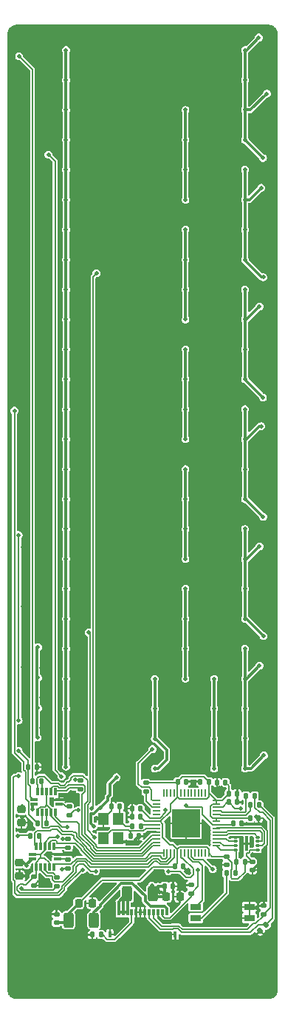
<source format=gbl>
G04 #@! TF.GenerationSoftware,KiCad,Pcbnew,7.0.8*
G04 #@! TF.CreationDate,2023-10-22T01:26:05-04:00*
G04 #@! TF.ProjectId,MicrocontrollerInputModule,4d696372-6f63-46f6-9e74-726f6c6c6572,V2.6*
G04 #@! TF.SameCoordinates,Original*
G04 #@! TF.FileFunction,Copper,L2,Bot*
G04 #@! TF.FilePolarity,Positive*
%FSLAX46Y46*%
G04 Gerber Fmt 4.6, Leading zero omitted, Abs format (unit mm)*
G04 Created by KiCad (PCBNEW 7.0.8) date 2023-10-22 01:26:05*
%MOMM*%
%LPD*%
G01*
G04 APERTURE LIST*
G04 Aperture macros list*
%AMRoundRect*
0 Rectangle with rounded corners*
0 $1 Rounding radius*
0 $2 $3 $4 $5 $6 $7 $8 $9 X,Y pos of 4 corners*
0 Add a 4 corners polygon primitive as box body*
4,1,4,$2,$3,$4,$5,$6,$7,$8,$9,$2,$3,0*
0 Add four circle primitives for the rounded corners*
1,1,$1+$1,$2,$3*
1,1,$1+$1,$4,$5*
1,1,$1+$1,$6,$7*
1,1,$1+$1,$8,$9*
0 Add four rect primitives between the rounded corners*
20,1,$1+$1,$2,$3,$4,$5,0*
20,1,$1+$1,$4,$5,$6,$7,0*
20,1,$1+$1,$6,$7,$8,$9,0*
20,1,$1+$1,$8,$9,$2,$3,0*%
G04 Aperture macros list end*
G04 #@! TA.AperFunction,SMDPad,CuDef*
%ADD10R,1.250000X0.760000*%
G04 #@! TD*
G04 #@! TA.AperFunction,SMDPad,CuDef*
%ADD11RoundRect,0.140000X-0.140000X-0.170000X0.140000X-0.170000X0.140000X0.170000X-0.140000X0.170000X0*%
G04 #@! TD*
G04 #@! TA.AperFunction,SMDPad,CuDef*
%ADD12RoundRect,0.140000X0.140000X0.170000X-0.140000X0.170000X-0.140000X-0.170000X0.140000X-0.170000X0*%
G04 #@! TD*
G04 #@! TA.AperFunction,SMDPad,CuDef*
%ADD13RoundRect,0.135000X0.185000X-0.135000X0.185000X0.135000X-0.185000X0.135000X-0.185000X-0.135000X0*%
G04 #@! TD*
G04 #@! TA.AperFunction,SMDPad,CuDef*
%ADD14RoundRect,0.225000X-0.250000X0.225000X-0.250000X-0.225000X0.250000X-0.225000X0.250000X0.225000X0*%
G04 #@! TD*
G04 #@! TA.AperFunction,SMDPad,CuDef*
%ADD15RoundRect,0.050000X0.050000X-0.387500X0.050000X0.387500X-0.050000X0.387500X-0.050000X-0.387500X0*%
G04 #@! TD*
G04 #@! TA.AperFunction,SMDPad,CuDef*
%ADD16RoundRect,0.050000X0.387500X-0.050000X0.387500X0.050000X-0.387500X0.050000X-0.387500X-0.050000X0*%
G04 #@! TD*
G04 #@! TA.AperFunction,SMDPad,CuDef*
%ADD17R,3.200000X3.200000*%
G04 #@! TD*
G04 #@! TA.AperFunction,SMDPad,CuDef*
%ADD18RoundRect,0.135000X0.135000X0.185000X-0.135000X0.185000X-0.135000X-0.185000X0.135000X-0.185000X0*%
G04 #@! TD*
G04 #@! TA.AperFunction,SMDPad,CuDef*
%ADD19RoundRect,0.250000X0.312500X0.625000X-0.312500X0.625000X-0.312500X-0.625000X0.312500X-0.625000X0*%
G04 #@! TD*
G04 #@! TA.AperFunction,SMDPad,CuDef*
%ADD20RoundRect,0.147500X-0.172500X0.147500X-0.172500X-0.147500X0.172500X-0.147500X0.172500X0.147500X0*%
G04 #@! TD*
G04 #@! TA.AperFunction,SMDPad,CuDef*
%ADD21RoundRect,0.135000X-0.135000X-0.185000X0.135000X-0.185000X0.135000X0.185000X-0.135000X0.185000X0*%
G04 #@! TD*
G04 #@! TA.AperFunction,SMDPad,CuDef*
%ADD22RoundRect,0.135000X-0.185000X0.135000X-0.185000X-0.135000X0.185000X-0.135000X0.185000X0.135000X0*%
G04 #@! TD*
G04 #@! TA.AperFunction,SMDPad,CuDef*
%ADD23RoundRect,0.225000X-0.225000X-0.250000X0.225000X-0.250000X0.225000X0.250000X-0.225000X0.250000X0*%
G04 #@! TD*
G04 #@! TA.AperFunction,SMDPad,CuDef*
%ADD24RoundRect,0.075000X-0.187500X-0.075000X0.187500X-0.075000X0.187500X0.075000X-0.187500X0.075000X0*%
G04 #@! TD*
G04 #@! TA.AperFunction,SMDPad,CuDef*
%ADD25R,0.300000X1.700000*%
G04 #@! TD*
G04 #@! TA.AperFunction,SMDPad,CuDef*
%ADD26R,1.200000X1.400000*%
G04 #@! TD*
G04 #@! TA.AperFunction,SMDPad,CuDef*
%ADD27RoundRect,0.007800X0.422200X0.122200X-0.422200X0.122200X-0.422200X-0.122200X0.422200X-0.122200X0*%
G04 #@! TD*
G04 #@! TA.AperFunction,SMDPad,CuDef*
%ADD28RoundRect,0.007800X-0.122200X0.422200X-0.122200X-0.422200X0.122200X-0.422200X0.122200X0.422200X0*%
G04 #@! TD*
G04 #@! TA.AperFunction,SMDPad,CuDef*
%ADD29R,0.300000X0.800000*%
G04 #@! TD*
G04 #@! TA.AperFunction,SMDPad,CuDef*
%ADD30R,0.400000X0.800000*%
G04 #@! TD*
G04 #@! TA.AperFunction,SMDPad,CuDef*
%ADD31RoundRect,0.140000X-0.170000X0.140000X-0.170000X-0.140000X0.170000X-0.140000X0.170000X0.140000X0*%
G04 #@! TD*
G04 #@! TA.AperFunction,SMDPad,CuDef*
%ADD32RoundRect,0.147500X0.147500X0.172500X-0.147500X0.172500X-0.147500X-0.172500X0.147500X-0.172500X0*%
G04 #@! TD*
G04 #@! TA.AperFunction,SMDPad,CuDef*
%ADD33RoundRect,0.147500X0.017678X-0.226274X0.226274X-0.017678X-0.017678X0.226274X-0.226274X0.017678X0*%
G04 #@! TD*
G04 #@! TA.AperFunction,ViaPad*
%ADD34C,0.500000*%
G04 #@! TD*
G04 #@! TA.AperFunction,Conductor*
%ADD35C,0.304800*%
G04 #@! TD*
G04 #@! TA.AperFunction,Conductor*
%ADD36C,0.152400*%
G04 #@! TD*
G04 APERTURE END LIST*
D10*
X58350000Y-118930000D03*
X58350000Y-120200000D03*
X52200000Y-120200000D03*
X52200000Y-118930000D03*
D11*
X56507107Y-109365108D03*
X57467107Y-109365108D03*
D12*
X55607107Y-104693108D03*
X54647107Y-104693108D03*
D13*
X33650000Y-116470000D03*
X33650000Y-115450000D03*
D14*
X31977106Y-113845108D03*
X31977106Y-115395108D03*
D15*
X53707107Y-112787608D03*
X53307107Y-112787608D03*
X52907107Y-112787608D03*
X52507107Y-112787608D03*
X52107107Y-112787608D03*
X51707107Y-112787608D03*
X51307107Y-112787608D03*
X50907107Y-112787608D03*
X50507107Y-112787608D03*
X50107107Y-112787608D03*
X49707107Y-112787608D03*
X49307107Y-112787608D03*
X48907107Y-112787608D03*
X48507107Y-112787608D03*
D16*
X47669607Y-111950108D03*
X47669607Y-111550108D03*
X47669607Y-111150108D03*
X47669607Y-110750108D03*
X47669607Y-110350108D03*
X47669607Y-109950108D03*
X47669607Y-109550108D03*
X47669607Y-109150108D03*
X47669607Y-108750108D03*
X47669607Y-108350108D03*
X47669607Y-107950108D03*
X47669607Y-107550108D03*
X47669607Y-107150108D03*
X47669607Y-106750108D03*
D15*
X48507107Y-105912608D03*
X48907107Y-105912608D03*
X49307107Y-105912608D03*
X49707107Y-105912608D03*
X50107107Y-105912608D03*
X50507107Y-105912608D03*
X50907107Y-105912608D03*
X51307107Y-105912608D03*
X51707107Y-105912608D03*
X52107107Y-105912608D03*
X52507107Y-105912608D03*
X52907107Y-105912608D03*
X53307107Y-105912608D03*
X53707107Y-105912608D03*
D16*
X54544607Y-106750108D03*
X54544607Y-107150108D03*
X54544607Y-107550108D03*
X54544607Y-107950108D03*
X54544607Y-108350108D03*
X54544607Y-108750108D03*
X54544607Y-109150108D03*
X54544607Y-109550108D03*
X54544607Y-109950108D03*
X54544607Y-110350108D03*
X54544607Y-110750108D03*
X54544607Y-111150108D03*
X54544607Y-111550108D03*
X54544607Y-111950108D03*
D17*
X51107107Y-109350108D03*
D18*
X35067107Y-109370108D03*
X34047107Y-109370108D03*
X41350000Y-122100000D03*
X40330000Y-122100000D03*
D19*
X47269607Y-117410108D03*
X44344607Y-117410108D03*
D20*
X51640000Y-116420000D03*
X51640000Y-117390000D03*
D21*
X55717107Y-115070108D03*
X56737107Y-115070108D03*
D22*
X37707106Y-107450107D03*
X37707106Y-108470107D03*
D23*
X38780000Y-118510000D03*
X40330000Y-118510000D03*
X48832107Y-117750108D03*
X50382107Y-117750108D03*
D11*
X58447107Y-108793108D03*
X59407107Y-108793108D03*
D12*
X45667107Y-110850108D03*
X44707107Y-110850108D03*
D20*
X36230000Y-119760000D03*
X36230000Y-120730000D03*
D24*
X56727107Y-112443108D03*
X56727107Y-111943108D03*
X56727107Y-111443108D03*
X56727107Y-110943108D03*
X59302107Y-110943108D03*
X59302107Y-111443108D03*
X59302107Y-111943108D03*
X59302107Y-112443108D03*
D25*
X58014607Y-111693108D03*
D18*
X57827107Y-113734108D03*
X56807107Y-113734108D03*
D11*
X56007107Y-106950108D03*
X56967107Y-106950108D03*
D18*
X34507107Y-104550108D03*
X33487107Y-104550108D03*
D13*
X38957107Y-105463108D03*
X38957107Y-104443108D03*
D12*
X53687107Y-104600108D03*
X52727107Y-104600108D03*
D26*
X43321107Y-108885108D03*
X43321107Y-111085108D03*
X41621107Y-111085108D03*
X41621107Y-108885108D03*
D19*
X40540000Y-120440000D03*
X37615000Y-120440000D03*
D27*
X33472107Y-112895108D03*
D28*
X33907107Y-111960108D03*
X34407107Y-111960108D03*
X34907107Y-111960108D03*
X35407107Y-111960108D03*
X35907107Y-111960108D03*
D27*
X36342107Y-112895108D03*
X36342107Y-113395108D03*
D28*
X35907107Y-114330108D03*
X35407107Y-114330108D03*
X34907107Y-114330108D03*
X34407107Y-114330108D03*
X33907107Y-114330108D03*
D27*
X33472107Y-113395108D03*
D22*
X37577106Y-113545108D03*
X37577106Y-114565108D03*
X36300000Y-115530000D03*
X36300000Y-116550000D03*
D18*
X59487107Y-107273108D03*
X58467107Y-107273108D03*
D13*
X37577106Y-112145108D03*
X37577106Y-111125108D03*
D14*
X32207107Y-107750108D03*
X32207107Y-109300108D03*
D29*
X43357107Y-119550108D03*
X43857107Y-119550108D03*
X44357107Y-119550108D03*
X44857107Y-119550108D03*
X45357107Y-119550108D03*
X45857107Y-119550108D03*
X46357107Y-119550108D03*
X46857107Y-119550108D03*
X47357107Y-119550108D03*
X47857107Y-119550108D03*
X48357107Y-119550108D03*
X48857107Y-119550108D03*
D30*
X42357107Y-122050108D03*
X49857107Y-122050108D03*
D11*
X42547107Y-107400108D03*
X43507107Y-107400108D03*
D31*
X55707107Y-113150108D03*
X55707107Y-114110108D03*
X58707107Y-113754108D03*
X58707107Y-114714108D03*
D11*
X50127107Y-104600108D03*
X51087107Y-104600108D03*
D18*
X58947107Y-106223108D03*
X57927107Y-106223108D03*
D11*
X49780000Y-114250000D03*
X50740000Y-114250000D03*
D20*
X60000000Y-118800000D03*
X60000000Y-119770000D03*
D18*
X34270000Y-110770000D03*
X33250000Y-110770000D03*
D11*
X56007107Y-105943108D03*
X56967107Y-105943108D03*
D32*
X49592107Y-116550108D03*
X48622107Y-116550108D03*
D12*
X45867107Y-107675108D03*
X44907107Y-107675108D03*
D27*
X33672107Y-106700108D03*
D28*
X34107107Y-105765108D03*
X34607107Y-105765108D03*
X35107107Y-105765108D03*
X35607107Y-105765108D03*
X36107107Y-105765108D03*
D27*
X36542107Y-106700108D03*
X36542107Y-107200108D03*
D28*
X36107107Y-108135108D03*
X35607107Y-108135108D03*
X35107107Y-108135108D03*
X34607107Y-108135108D03*
X34107107Y-108135108D03*
D27*
X33672107Y-107200108D03*
D33*
X59564106Y-121635894D03*
X60250000Y-120950000D03*
D21*
X44897107Y-109675108D03*
X45917107Y-109675108D03*
D12*
X45867107Y-108650108D03*
X44907107Y-108650108D03*
D22*
X46507107Y-104730108D03*
X46507107Y-105750108D03*
D18*
X34000000Y-102930000D03*
X32980000Y-102930000D03*
D34*
X50670000Y-115950000D03*
X34050000Y-99550000D03*
X34100000Y-89250000D03*
X34100000Y-92700000D03*
X34100000Y-96200000D03*
X31889207Y-76400000D03*
X31889207Y-97613814D03*
X32400000Y-77800000D03*
X34507107Y-77884108D03*
X40737822Y-114843008D03*
X49064581Y-114850973D03*
X52430247Y-114681454D03*
X54150000Y-114632408D03*
X34650243Y-115633089D03*
X37470000Y-109795008D03*
X33495607Y-107800000D03*
X32500000Y-29800000D03*
X32600000Y-36600000D03*
X32600000Y-43500000D03*
X32500000Y-50300000D03*
X32600000Y-57200000D03*
X32400000Y-64100000D03*
X32500000Y-70900000D03*
X32400000Y-84600000D03*
X32400000Y-91500000D03*
X32227296Y-98616625D03*
X36389175Y-110854992D03*
X32266945Y-107423108D03*
X55045107Y-91576108D03*
X58468107Y-43654108D03*
X37930107Y-125806108D03*
X44776107Y-26539108D03*
X58468107Y-88153108D03*
X41353107Y-53923108D03*
X48199107Y-125806108D03*
X40817107Y-108743108D03*
X37930107Y-50500108D03*
X48307107Y-101893108D03*
X58468107Y-64192108D03*
X54907107Y-118993108D03*
X34507107Y-26539108D03*
X58468107Y-71038108D03*
X58468107Y-91576108D03*
X37930107Y-81307108D03*
X48199107Y-43654108D03*
X44776107Y-91576108D03*
X51622107Y-57346108D03*
X51622107Y-40231108D03*
X51622107Y-29962108D03*
X32269907Y-108692608D03*
X44776107Y-81307108D03*
X41353107Y-67615108D03*
X54907107Y-115593108D03*
X37930107Y-84730108D03*
X34507107Y-53923108D03*
X51622107Y-43654108D03*
X55045107Y-67615108D03*
X40907107Y-105293108D03*
X51622107Y-19693108D03*
X41353107Y-57346108D03*
X55045107Y-50500108D03*
X37930107Y-91576108D03*
X48199107Y-57346108D03*
X54907107Y-105293108D03*
X58468107Y-50500108D03*
X44776107Y-84730108D03*
X41353107Y-125806108D03*
X41307107Y-101893108D03*
X41787107Y-119090108D03*
X58748139Y-112964057D03*
X48199107Y-36808108D03*
X44776107Y-50500108D03*
X38421794Y-112391493D03*
X48199107Y-77884108D03*
X44776107Y-29962108D03*
X41353107Y-19693108D03*
X59100000Y-118993108D03*
X58468107Y-98422108D03*
X37930107Y-23116108D03*
X51622107Y-94999108D03*
X41353107Y-40231108D03*
X41353107Y-43654108D03*
X51622107Y-98422108D03*
X37930107Y-29962108D03*
X44776107Y-67615108D03*
X48199107Y-91576108D03*
X44776107Y-88153108D03*
X34507107Y-60769108D03*
X41353107Y-84730108D03*
X44776107Y-98422108D03*
X37930107Y-67615108D03*
X34507107Y-23116108D03*
X37930107Y-19693108D03*
X55107107Y-101893108D03*
X51427107Y-115042208D03*
X44776107Y-36808108D03*
X58468107Y-81307108D03*
X34507107Y-29962108D03*
X34507107Y-43654108D03*
X41353107Y-94999108D03*
X34507107Y-47077108D03*
X55045107Y-81307108D03*
X44776107Y-125806108D03*
X55045107Y-125806108D03*
X48199107Y-60769108D03*
X41353107Y-71038108D03*
X48199107Y-67615108D03*
X58468107Y-26539108D03*
X51622107Y-74461108D03*
X44776107Y-53923108D03*
X34507107Y-33385108D03*
X41353107Y-60769108D03*
X51622107Y-84730108D03*
X55045107Y-47077108D03*
X51622107Y-23116108D03*
X44776107Y-60769108D03*
X37930107Y-60769108D03*
X37930107Y-77884108D03*
X51907107Y-105093108D03*
X57447107Y-112109308D03*
X41353107Y-91576108D03*
X55045107Y-94999108D03*
X58468107Y-60769108D03*
X34507107Y-84730108D03*
X48199107Y-74461108D03*
X34507107Y-40231108D03*
X51622107Y-64192108D03*
X58468107Y-53923108D03*
X55045107Y-53923108D03*
X48199107Y-40231108D03*
X55045107Y-33385108D03*
X51622107Y-60769108D03*
X51622107Y-53923108D03*
X37930107Y-53923108D03*
X44776107Y-23116108D03*
X58468107Y-29962108D03*
X48199107Y-98422108D03*
X37930107Y-40231108D03*
X58468107Y-40231108D03*
X51622107Y-50500108D03*
X48199107Y-26539108D03*
X51622107Y-125806108D03*
X55045107Y-19693108D03*
X41353107Y-77884108D03*
X34507107Y-74461108D03*
X43607107Y-105193108D03*
X44776107Y-74461108D03*
X55045107Y-26539108D03*
X44776107Y-43654108D03*
X51622107Y-77884108D03*
X55045107Y-60769108D03*
X51622107Y-36808108D03*
X37930107Y-98422108D03*
X55045107Y-77884108D03*
X51622107Y-26539108D03*
X37930107Y-64192108D03*
X41353107Y-74461108D03*
X58468107Y-125806108D03*
X34507107Y-81307108D03*
X44776107Y-47077108D03*
X51622107Y-88153108D03*
X55045107Y-57346108D03*
X58407107Y-105293108D03*
X58468107Y-94999108D03*
X51622107Y-33385108D03*
X48199107Y-122383108D03*
X44776107Y-122383108D03*
X37930107Y-47077108D03*
X51622107Y-81307108D03*
X51622107Y-91576108D03*
X55045107Y-23116108D03*
X50607107Y-108693108D03*
X41353107Y-23116108D03*
X41353107Y-98422108D03*
X55045107Y-84730108D03*
X34507107Y-19693108D03*
X55045107Y-74461108D03*
X51622107Y-67615108D03*
X58468107Y-84730108D03*
X37930107Y-36808108D03*
X58468107Y-74461108D03*
X55045107Y-64192108D03*
X51607107Y-108693108D03*
X58468107Y-33385108D03*
X37930107Y-26539108D03*
X58468107Y-23116108D03*
X44776107Y-71038108D03*
X48199107Y-71038108D03*
X34507107Y-98422108D03*
X55045107Y-98422108D03*
X41353107Y-47077108D03*
X41353107Y-36808108D03*
X48199107Y-29962108D03*
X44776107Y-64192108D03*
X44776107Y-77884108D03*
X58468107Y-47077108D03*
X34507107Y-91576108D03*
X59157107Y-108643108D03*
X34507107Y-67615108D03*
X41353107Y-81307108D03*
X41353107Y-26539108D03*
X48199107Y-88153108D03*
X44707107Y-101893108D03*
X44776107Y-57346108D03*
X55045107Y-40231108D03*
X55045107Y-71038108D03*
X41353107Y-64192108D03*
X44776107Y-94999108D03*
X34507107Y-64192108D03*
X55045107Y-29962108D03*
X37930107Y-33385108D03*
X48199107Y-50500108D03*
X34507107Y-88153108D03*
X44776107Y-33385108D03*
X58468107Y-36808108D03*
X37930107Y-43654108D03*
X41353107Y-50500108D03*
X37907107Y-101893108D03*
X58468107Y-67615108D03*
X34507107Y-94999108D03*
X48199107Y-94999108D03*
X34507107Y-57346108D03*
X44776107Y-40231108D03*
X34507107Y-101845108D03*
X48199107Y-47077108D03*
X37930107Y-88153108D03*
X58468107Y-57346108D03*
X48199107Y-53923108D03*
X44776107Y-19693108D03*
X37930107Y-74461108D03*
X48199107Y-33385108D03*
X55045107Y-43654108D03*
X51707107Y-101893108D03*
X34507107Y-125806108D03*
X48199107Y-64192108D03*
X51622107Y-71038108D03*
X58507107Y-101893108D03*
X48199107Y-84730108D03*
X41353107Y-33385108D03*
X55045107Y-88153108D03*
X34507107Y-71038108D03*
X58468107Y-19693108D03*
X48199107Y-23116108D03*
X48199107Y-81307108D03*
X32860000Y-115395108D03*
X41353107Y-29962108D03*
X37930107Y-71038108D03*
X48199107Y-19693108D03*
X55045107Y-36808108D03*
X41353107Y-88153108D03*
X37930107Y-57346108D03*
X51622107Y-47077108D03*
X34507107Y-36808108D03*
X37930107Y-94999108D03*
X45277107Y-111632208D03*
X58468107Y-77884108D03*
X34507107Y-50500108D03*
X37880000Y-105811008D03*
X51107107Y-107344208D03*
X57337107Y-107658408D03*
X48748586Y-107823208D03*
X32817107Y-114210108D03*
X59417673Y-19522118D03*
X57857107Y-27789108D03*
X51011107Y-89403108D03*
X37319107Y-92826108D03*
X51011107Y-79134108D03*
X37319107Y-27789108D03*
X37319107Y-102900000D03*
X51011107Y-55173108D03*
X57857107Y-99672108D03*
X51011107Y-62019108D03*
X57857107Y-103095108D03*
X59507107Y-91335208D03*
X37319107Y-41481108D03*
X51011107Y-27789108D03*
X37319107Y-96249108D03*
X47507107Y-96270108D03*
X57857107Y-82557108D03*
X37319107Y-38058108D03*
X57857107Y-48327108D03*
X37319107Y-85980108D03*
X57857107Y-75711108D03*
X57857107Y-62019108D03*
X59707107Y-36693108D03*
X37319107Y-44904108D03*
X54307107Y-92847108D03*
X59936149Y-46922150D03*
X60020149Y-101606150D03*
X48007107Y-117243108D03*
X37319107Y-48327108D03*
X37319107Y-79134108D03*
X57857107Y-92826108D03*
X51011107Y-58596108D03*
X57857107Y-85980108D03*
X57857107Y-96249108D03*
X57857107Y-79134108D03*
X57857107Y-38058108D03*
X57857107Y-24366108D03*
X37319107Y-20943108D03*
X54307107Y-103116108D03*
X37319107Y-65442108D03*
X51011107Y-82557108D03*
X43107107Y-104093108D03*
X47507107Y-99693108D03*
X51011107Y-68865108D03*
X51011107Y-31212108D03*
X51011107Y-44904108D03*
X37319107Y-89403108D03*
X57857107Y-65442108D03*
X51011107Y-51750108D03*
X57857107Y-72288108D03*
X51011107Y-38058108D03*
X59507107Y-77693108D03*
X37319107Y-51750108D03*
X60348004Y-25934005D03*
X37319107Y-31212108D03*
X57857107Y-44904108D03*
X40482107Y-109723208D03*
X37319107Y-58596108D03*
X57857107Y-55173108D03*
X59707107Y-63951208D03*
X51011107Y-41481108D03*
X47887107Y-116610108D03*
X47507107Y-103116108D03*
X41257107Y-107568108D03*
X59507107Y-50259208D03*
X51011107Y-34635108D03*
X51011107Y-92826108D03*
X37319107Y-99672108D03*
X37319107Y-62019108D03*
X57857107Y-58596108D03*
X59928149Y-74314150D03*
X54307107Y-99693108D03*
X54307107Y-96270108D03*
X37319107Y-34635108D03*
X57857107Y-31212108D03*
X47187107Y-116500108D03*
X57857107Y-89403108D03*
X47507107Y-92847108D03*
X37319107Y-75711108D03*
X59974149Y-87960150D03*
X51011107Y-65442108D03*
X59906365Y-33289945D03*
X59902637Y-60674838D03*
X57857107Y-41481108D03*
X57857107Y-34635108D03*
X51011107Y-48327108D03*
X57857107Y-20943108D03*
X37319107Y-24366108D03*
X37319107Y-55173108D03*
X57857107Y-68865108D03*
X57857107Y-51750108D03*
X37319107Y-82557108D03*
X51011107Y-72288108D03*
X51011107Y-75711108D03*
X37319107Y-68865108D03*
X51011107Y-85980108D03*
X37319107Y-72288108D03*
X31951025Y-21648975D03*
X38697398Y-107888844D03*
X40807107Y-46475808D03*
X40271698Y-107693108D03*
X31407107Y-62193108D03*
X31751606Y-110793008D03*
X39942407Y-87551808D03*
X36980000Y-111145608D03*
X40580000Y-110960000D03*
X31910000Y-103970000D03*
X39258849Y-114669208D03*
X36880000Y-114631008D03*
X32213207Y-116821900D03*
X35307107Y-32902508D03*
X38348004Y-104400208D03*
X36820000Y-104020000D03*
X47230000Y-100880408D03*
X31889207Y-101093108D03*
D35*
X50740000Y-114355101D02*
X51427107Y-115042208D01*
X50740000Y-114250000D02*
X50740000Y-114355101D01*
D36*
X50507107Y-113225108D02*
X50507107Y-112787608D01*
X50735707Y-113453708D02*
X50507107Y-113225108D01*
X51905707Y-114569415D02*
X50790000Y-113453708D01*
X50790000Y-113453708D02*
X50735707Y-113453708D01*
X51905707Y-115240451D02*
X51905707Y-114569415D01*
X51050808Y-115520808D02*
X51625350Y-115520808D01*
X51625350Y-115520808D02*
X51905707Y-115240451D01*
X50410000Y-114880000D02*
X51050808Y-115520808D01*
X41440692Y-115849308D02*
X38780000Y-118510000D01*
X49661892Y-114368108D02*
X47261892Y-114368108D01*
X49907107Y-114122893D02*
X49661892Y-114368108D01*
X47261892Y-114368108D02*
X45780692Y-115849308D01*
X49907107Y-114090108D02*
X49907107Y-114122893D01*
X45780692Y-115849308D02*
X41440692Y-115849308D01*
X50107107Y-113922893D02*
X50107107Y-112787608D01*
X49780000Y-114250000D02*
X50107107Y-113922893D01*
X52913812Y-114208612D02*
X52913812Y-118216188D01*
X52913812Y-118216188D02*
X52200000Y-118930000D01*
X51307107Y-113250160D02*
X51851747Y-113794800D01*
X51307107Y-112787608D02*
X51307107Y-113250160D01*
X51851747Y-113794800D02*
X52500000Y-113794800D01*
X52500000Y-113794800D02*
X52913812Y-114208612D01*
X51707107Y-113219108D02*
X51707107Y-112787608D01*
X51977999Y-113490000D02*
X51707107Y-113219108D01*
X53007592Y-113490000D02*
X51977999Y-113490000D01*
X54150000Y-114632408D02*
X53007592Y-113490000D01*
X50410000Y-114880000D02*
X49093608Y-114880000D01*
X49093608Y-114880000D02*
X49064581Y-114850973D01*
X34907107Y-111530108D02*
X34907107Y-111960108D01*
X36389175Y-110854992D02*
X36247459Y-110996708D01*
X36247459Y-110996708D02*
X35440507Y-110996708D01*
X35440507Y-110996708D02*
X34907107Y-111530108D01*
X37556606Y-111145608D02*
X37577106Y-111125108D01*
X36980000Y-111145608D02*
X37556606Y-111145608D01*
X35686987Y-111301508D02*
X35407107Y-111581388D01*
X36127227Y-111301508D02*
X35686987Y-111301508D01*
X36265707Y-111439988D02*
X36127227Y-111301508D01*
X36265707Y-111615707D02*
X36265707Y-111439988D01*
X36273708Y-111623708D02*
X36265707Y-111615707D01*
X38405948Y-111623708D02*
X36273708Y-111623708D01*
X39082572Y-112300332D02*
X38405948Y-111623708D01*
X39082572Y-112459033D02*
X39082572Y-112300332D01*
X40337647Y-113714108D02*
X39082572Y-112459033D01*
X46544159Y-113714108D02*
X40337647Y-113714108D01*
X47165859Y-113092408D02*
X46544159Y-113714108D01*
X48178507Y-113290508D02*
X48178507Y-113092408D01*
X48678507Y-113453708D02*
X48341707Y-113453708D01*
X48178507Y-113092408D02*
X47165859Y-113092408D01*
X48907107Y-112787608D02*
X48907107Y-113225108D01*
X35407107Y-111581388D02*
X35407107Y-111960108D01*
X48907107Y-113225108D02*
X48678507Y-113453708D01*
X48341707Y-113453708D02*
X48178507Y-113290508D01*
X33771400Y-111824401D02*
X33907107Y-111960108D01*
X33992896Y-110212896D02*
X33771400Y-110434392D01*
X34547104Y-110212896D02*
X33992896Y-110212896D01*
X35478967Y-110223508D02*
X34557716Y-110223508D01*
X35647675Y-110054800D02*
X35478967Y-110223508D01*
X36269173Y-110054800D02*
X35647675Y-110054800D01*
X33771400Y-110434392D02*
X33771400Y-111824401D01*
X36840881Y-110626508D02*
X36269173Y-110054800D01*
X38003808Y-110626508D02*
X36840881Y-110626508D01*
X38077300Y-110700000D02*
X38003808Y-110626508D01*
X34557716Y-110223508D02*
X34547104Y-110212896D01*
X38242707Y-110700000D02*
X38077300Y-110700000D01*
X39387372Y-112332781D02*
X39387372Y-112174080D01*
X46417907Y-113409308D02*
X40463899Y-113409308D01*
X47039607Y-112787608D02*
X46417907Y-113409308D01*
X48507107Y-112787608D02*
X47039607Y-112787608D01*
X40463899Y-113409308D02*
X39387372Y-112332781D01*
X39387372Y-112174080D02*
X38242707Y-111029415D01*
X38242707Y-111029415D02*
X38242707Y-110700000D01*
X34560000Y-109794740D02*
X34560000Y-108182215D01*
X34560000Y-108182215D02*
X34607107Y-108135108D01*
X34683968Y-109918708D02*
X34560000Y-109794740D01*
X35352715Y-109918708D02*
X34683968Y-109918708D01*
X35521423Y-109750000D02*
X35352715Y-109918708D01*
X36412227Y-109750000D02*
X35521423Y-109750000D01*
X36935835Y-110273608D02*
X36412227Y-109750000D01*
X38081960Y-110273608D02*
X36935835Y-110273608D01*
X38203552Y-110395200D02*
X38081960Y-110273608D01*
X38368959Y-110395200D02*
X38203552Y-110395200D01*
X39692172Y-112047828D02*
X38547507Y-110903163D01*
X39692172Y-112206529D02*
X39692172Y-112047828D01*
X38547507Y-110903163D02*
X38547507Y-110573748D01*
X46114759Y-113104508D02*
X40590151Y-113104508D01*
X40590151Y-113104508D02*
X39692172Y-112206529D01*
X47269159Y-111950108D02*
X46114759Y-113104508D01*
X38547507Y-110573748D02*
X38368959Y-110395200D01*
X47669607Y-111950108D02*
X47269159Y-111950108D01*
X49707107Y-113287212D02*
X49707107Y-112787608D01*
X48089203Y-114063308D02*
X48931011Y-114063308D01*
X47727903Y-113702008D02*
X48089203Y-114063308D01*
X47418363Y-113702008D02*
X47727903Y-113702008D01*
X40085143Y-114323708D02*
X46796663Y-114323708D01*
X48931011Y-114063308D02*
X49707107Y-113287212D01*
X39466235Y-113704800D02*
X40085143Y-114323708D01*
X38682674Y-113704800D02*
X39466235Y-113704800D01*
X38125706Y-114261768D02*
X38682674Y-113704800D01*
X35987192Y-116051400D02*
X36925022Y-116051400D01*
X35751400Y-115815608D02*
X35987192Y-116051400D01*
X35693748Y-115354800D02*
X35751400Y-115412452D01*
X46796663Y-114323708D02*
X47418363Y-113702008D01*
X36925022Y-116051400D02*
X38125706Y-114850716D01*
X35053079Y-115354800D02*
X35693748Y-115354800D01*
X34407107Y-114708828D02*
X35053079Y-115354800D01*
X38125706Y-114850716D02*
X38125706Y-114261768D01*
X34407107Y-114330108D02*
X34407107Y-114708828D01*
X35751400Y-115412452D02*
X35751400Y-115815608D01*
X36187107Y-114050108D02*
X35907107Y-114050108D01*
X36193507Y-114043708D02*
X36187107Y-114050108D01*
X39592487Y-113400000D02*
X38556422Y-113400000D01*
X40211395Y-114018908D02*
X39592487Y-113400000D01*
X47854155Y-113397208D02*
X47292111Y-113397208D01*
X48215455Y-113758508D02*
X47854155Y-113397208D01*
X48804759Y-113758508D02*
X48215455Y-113758508D01*
X46670411Y-114018908D02*
X40211395Y-114018908D01*
X37912714Y-114043708D02*
X36193507Y-114043708D01*
X49307107Y-113256160D02*
X48804759Y-113758508D01*
X49307107Y-112787608D02*
X49307107Y-113256160D01*
X47292111Y-113397208D02*
X46670411Y-114018908D01*
X38556422Y-113400000D02*
X37912714Y-114043708D01*
X52430247Y-116599753D02*
X51640000Y-117390000D01*
X52430247Y-114681454D02*
X52430247Y-116599753D01*
X31889207Y-91333950D02*
X31889207Y-76400000D01*
X31889207Y-97613814D02*
X31889207Y-91333950D01*
X58459342Y-121850000D02*
X50580289Y-121850000D01*
X59359342Y-120950000D02*
X58459342Y-121850000D01*
X60250000Y-120950000D02*
X59359342Y-120950000D01*
X47357107Y-120235146D02*
X47357107Y-119550108D01*
X49407673Y-121145200D02*
X48267161Y-121145200D01*
X49436165Y-121116708D02*
X49407673Y-121145200D01*
X50278049Y-121116708D02*
X49436165Y-121116708D01*
X50661341Y-121500000D02*
X50278049Y-121116708D01*
X58100000Y-121500000D02*
X50661341Y-121500000D01*
X58791400Y-120808600D02*
X58100000Y-121500000D01*
X59069690Y-120808600D02*
X58791400Y-120808600D01*
X59950000Y-119928290D02*
X59069690Y-120808600D01*
X59950000Y-119820000D02*
X59950000Y-119928290D01*
X60707607Y-119062393D02*
X59950000Y-119820000D01*
X59521499Y-108141708D02*
X59851655Y-108141708D01*
X59851655Y-108141708D02*
X60707607Y-108997660D01*
X58988507Y-107608716D02*
X59521499Y-108141708D01*
X58988507Y-106264508D02*
X58988507Y-107608716D01*
X48267161Y-121145200D02*
X47357107Y-120235146D01*
X58947107Y-106223108D02*
X58988507Y-106264508D01*
X60707607Y-108997660D02*
X60707607Y-119062393D01*
X46857107Y-120166198D02*
X48140909Y-121450000D01*
X48140909Y-121450000D02*
X49533925Y-121450000D01*
X50151797Y-121421508D02*
X50580289Y-121850000D01*
X49562417Y-121421508D02*
X50151797Y-121421508D01*
X49533925Y-121450000D02*
X49562417Y-121421508D01*
X46857107Y-119550108D02*
X46857107Y-120166198D01*
X61012407Y-108798408D02*
X59487107Y-107273108D01*
X60250000Y-120950000D02*
X61012407Y-120187593D01*
X61012407Y-120187593D02*
X61012407Y-108798408D01*
D35*
X33952307Y-99452307D02*
X33952307Y-96347693D01*
X34050000Y-99550000D02*
X33952307Y-99452307D01*
X33952307Y-96347693D02*
X34100000Y-96200000D01*
X33952307Y-96052307D02*
X33952307Y-92847693D01*
X33952307Y-92847693D02*
X34100000Y-92700000D01*
X34100000Y-96200000D02*
X33952307Y-96052307D01*
X33952307Y-92552307D02*
X34100000Y-92700000D01*
X33952307Y-89397693D02*
X33952307Y-92552307D01*
X34100000Y-89250000D02*
X33952307Y-89397693D01*
D36*
X54907107Y-117592893D02*
X54907107Y-115593108D01*
X52950000Y-119550000D02*
X54907107Y-117592893D01*
X47857107Y-119950108D02*
X48390507Y-120483508D01*
X50588202Y-120483508D02*
X51521710Y-119550000D01*
X47857107Y-119550108D02*
X47857107Y-119950108D01*
X48390507Y-120483508D02*
X50588202Y-120483508D01*
X51521710Y-119550000D02*
X52950000Y-119550000D01*
X55717107Y-117307893D02*
X55717107Y-115070108D01*
X52825000Y-120200000D02*
X55717107Y-117307893D01*
X52200000Y-120200000D02*
X52825000Y-120200000D01*
X32740000Y-116360000D02*
X33650000Y-115450000D01*
X32428150Y-116360000D02*
X32740000Y-116360000D01*
X32014964Y-116343300D02*
X32411450Y-116343300D01*
X31734607Y-117020143D02*
X31734607Y-116623657D01*
X32014464Y-117300000D02*
X31734607Y-117020143D01*
X36384208Y-117300000D02*
X32014464Y-117300000D01*
X31734607Y-116623657D02*
X32014964Y-116343300D01*
X36848600Y-116835608D02*
X36384208Y-117300000D01*
X36848600Y-116540000D02*
X36848600Y-116835608D01*
X38430506Y-114976968D02*
X36867474Y-116540000D01*
X38430506Y-114388020D02*
X38430506Y-114976968D01*
X36867474Y-116540000D02*
X36848600Y-116540000D01*
X32411450Y-116343300D02*
X32428150Y-116360000D01*
X40737822Y-114843008D02*
X40173391Y-114843008D01*
X40173391Y-114843008D02*
X39339983Y-114009600D01*
X39339983Y-114009600D02*
X38808926Y-114009600D01*
X38808926Y-114009600D02*
X38430506Y-114388020D01*
X57827107Y-114922893D02*
X57827107Y-113734108D01*
X57050000Y-115700000D02*
X57827107Y-114922893D01*
X56238507Y-114660108D02*
X56238507Y-115587908D01*
X56308507Y-113880228D02*
X56308507Y-114590108D01*
X55707107Y-113278828D02*
X56308507Y-113880228D01*
X56350599Y-115700000D02*
X57050000Y-115700000D01*
X56308507Y-114590108D02*
X56238507Y-114660108D01*
X55707107Y-113150108D02*
X55707107Y-113278828D01*
X56238507Y-115587908D02*
X56350599Y-115700000D01*
D35*
X37615000Y-119675000D02*
X38780000Y-118510000D01*
X37615000Y-120440000D02*
X37615000Y-119675000D01*
X37325000Y-120730000D02*
X37615000Y-120440000D01*
X36230000Y-120730000D02*
X37325000Y-120730000D01*
X48857107Y-119069056D02*
X48857107Y-119550108D01*
X48633359Y-118845308D02*
X48857107Y-119069056D01*
X46982701Y-118845308D02*
X48633359Y-118845308D01*
X46402307Y-117700000D02*
X46402307Y-118264914D01*
X44932615Y-116230308D02*
X46402307Y-117700000D01*
X43669692Y-116230308D02*
X44932615Y-116230308D01*
X41232307Y-118872693D02*
X41232307Y-118667693D01*
X41232307Y-118667693D02*
X43669692Y-116230308D01*
X40540000Y-119565000D02*
X41232307Y-118872693D01*
X46402307Y-118264914D02*
X46982701Y-118845308D01*
X40540000Y-120440000D02*
X40540000Y-119565000D01*
D36*
X51640000Y-117730658D02*
X51640000Y-117390000D01*
X48612417Y-120178708D02*
X49191950Y-120178708D01*
X48357107Y-119923398D02*
X48612417Y-120178708D01*
X49191950Y-120178708D02*
X51640000Y-117730658D01*
X48357107Y-119550108D02*
X48357107Y-119923398D01*
X44857107Y-120692893D02*
X44857107Y-119550108D01*
X41483709Y-122100000D02*
X42062417Y-122678708D01*
X42062417Y-122678708D02*
X42871292Y-122678708D01*
X41227215Y-122100000D02*
X41483709Y-122100000D01*
X42871292Y-122678708D02*
X44857107Y-120692893D01*
X41147107Y-122180108D02*
X41227215Y-122100000D01*
X58350000Y-118930000D02*
X58350000Y-120200000D01*
X58413108Y-118993108D02*
X58350000Y-118930000D01*
X59100000Y-118993108D02*
X58413108Y-118993108D01*
X39169318Y-114669208D02*
X39258849Y-114669208D01*
X37153400Y-116685126D02*
X39169318Y-114669208D01*
X37153400Y-116961860D02*
X37153400Y-116685126D01*
X36495260Y-117620000D02*
X37153400Y-116961860D01*
X31429807Y-117370859D02*
X31678948Y-117620000D01*
X31273506Y-115807996D02*
X31429807Y-115964297D01*
X31273506Y-104118994D02*
X31273506Y-115807996D01*
X31429807Y-115964297D02*
X31429807Y-117370859D01*
X31422500Y-103970000D02*
X31273506Y-104118994D01*
X31910000Y-103970000D02*
X31422500Y-103970000D01*
X31678948Y-117620000D02*
X36495260Y-117620000D01*
X34486911Y-115633089D02*
X34650243Y-115633089D01*
X33650000Y-116470000D02*
X34486911Y-115633089D01*
X32386507Y-116995200D02*
X35854800Y-116995200D01*
X32213207Y-116821900D02*
X32386507Y-116995200D01*
X35854800Y-116995200D02*
X36300000Y-116550000D01*
X35248279Y-115050000D02*
X35820000Y-115050000D01*
X34907107Y-114708828D02*
X35248279Y-115050000D01*
X35820000Y-115050000D02*
X36300000Y-115530000D01*
X34907107Y-114330108D02*
X34907107Y-114708828D01*
X36888287Y-109795008D02*
X35607107Y-108513828D01*
X35607107Y-108513828D02*
X35607107Y-108135108D01*
X37470000Y-109795008D02*
X36888287Y-109795008D01*
X47238107Y-111550108D02*
X47669607Y-111550108D01*
X45988507Y-112799708D02*
X47238107Y-111550108D01*
X40716403Y-112799708D02*
X45988507Y-112799708D01*
X40182907Y-112107511D02*
X40182907Y-112266212D01*
X38571708Y-109171708D02*
X38852307Y-109452307D01*
X36107107Y-108575608D02*
X36703207Y-109171708D01*
X36703207Y-109171708D02*
X38571708Y-109171708D01*
X38852307Y-109452307D02*
X38852307Y-110776911D01*
X38852307Y-110776911D02*
X40182907Y-112107511D01*
X36107107Y-108135108D02*
X36107107Y-108575608D01*
X40182907Y-112266212D02*
X40716403Y-112799708D01*
X31751606Y-110793008D02*
X31799506Y-110745108D01*
X31799506Y-110745108D02*
X33357107Y-110745108D01*
D35*
X33495607Y-107376608D02*
X33672107Y-107200108D01*
X33495607Y-107800000D02*
X33495607Y-107376608D01*
D36*
X34386987Y-107476508D02*
X34886987Y-107476508D01*
X34886987Y-107476508D02*
X35107107Y-107256388D01*
X34107107Y-107756388D02*
X34386987Y-107476508D01*
X34107107Y-108135108D02*
X34107107Y-107756388D01*
X33487107Y-23185057D02*
X33487107Y-104550108D01*
X31951025Y-21648975D02*
X33487107Y-23185057D01*
D35*
X32452107Y-113845108D02*
X32817107Y-114210108D01*
X31977106Y-113845108D02*
X32452107Y-113845108D01*
X32817107Y-114210108D02*
X32817107Y-114050108D01*
X32817107Y-114050108D02*
X33472107Y-113395108D01*
D36*
X34607107Y-104650108D02*
X34607107Y-105765108D01*
X34507107Y-104550108D02*
X34607107Y-104650108D01*
X37000000Y-107200000D02*
X36542215Y-107200000D01*
X36542215Y-107200000D02*
X36542107Y-107200108D01*
X37250107Y-107450107D02*
X37000000Y-107200000D01*
X37707106Y-107450107D02*
X37250107Y-107450107D01*
X34100000Y-105758001D02*
X34107107Y-105765108D01*
X34100000Y-104977209D02*
X34100000Y-105758001D01*
X34008507Y-104214500D02*
X34008507Y-104885716D01*
X34221499Y-104001508D02*
X34008507Y-104214500D01*
X34792715Y-104001508D02*
X34221499Y-104001508D01*
X35592915Y-104801708D02*
X34792715Y-104001508D01*
X34008507Y-104885716D02*
X34100000Y-104977209D01*
X36662171Y-105010400D02*
X36453479Y-104801708D01*
X37118548Y-105010400D02*
X36662171Y-105010400D01*
X37469240Y-104659708D02*
X37118548Y-105010400D01*
X37585696Y-104659708D02*
X37469240Y-104659708D01*
X37865404Y-104380000D02*
X37585696Y-104659708D01*
X37865404Y-104192204D02*
X37865404Y-104380000D01*
X38140000Y-103917608D02*
X37865404Y-104192204D01*
X39265815Y-103917608D02*
X38140000Y-103917608D01*
X39814907Y-104466700D02*
X39265815Y-103917608D01*
X39814907Y-106810508D02*
X39814907Y-104466700D01*
X40792507Y-111855007D02*
X39484798Y-110547298D01*
X40792507Y-112013708D02*
X40792507Y-111855007D01*
X39484798Y-107140617D02*
X39814907Y-106810508D01*
X40968907Y-112190108D02*
X40792507Y-112013708D01*
X39484798Y-110547298D02*
X39484798Y-107140617D01*
X47176003Y-110750108D02*
X45736003Y-112190108D01*
X36453479Y-104801708D02*
X35592915Y-104801708D01*
X45736003Y-112190108D02*
X40968907Y-112190108D01*
X47669607Y-110750108D02*
X47176003Y-110750108D01*
X33257107Y-106285108D02*
X33672107Y-106700108D01*
X33257107Y-105154316D02*
X33257107Y-106285108D01*
X32988507Y-102192408D02*
X32988507Y-104885716D01*
X32988507Y-104885716D02*
X33257107Y-105154316D01*
X31889207Y-101093108D02*
X32988507Y-102192408D01*
X33013507Y-106946093D02*
X32683707Y-106616293D01*
X33013507Y-108336508D02*
X33013507Y-106946093D01*
X34047107Y-109370108D02*
X33013507Y-108336508D01*
X31407107Y-101307107D02*
X31407107Y-62193108D01*
X32481400Y-102381400D02*
X31407107Y-101307107D01*
X32481400Y-103265608D02*
X32481400Y-102381400D01*
X32683707Y-103467915D02*
X32481400Y-103265608D01*
X32683707Y-106616293D02*
X32683707Y-103467915D01*
X36632823Y-104550000D02*
X37010000Y-104550000D01*
D35*
X43700907Y-111464908D02*
X45052307Y-111464908D01*
D36*
X36382823Y-104300000D02*
X36632823Y-104550000D01*
X59747159Y-109528056D02*
X59407107Y-109188004D01*
X36990900Y-106700108D02*
X36542107Y-106700108D01*
X60007107Y-113414108D02*
X60007107Y-112181160D01*
X60402807Y-111785460D02*
X60402807Y-110183704D01*
D35*
X59028056Y-112964057D02*
X59742607Y-113678608D01*
X43321107Y-111085108D02*
X43700907Y-111464908D01*
D36*
X41621107Y-108885108D02*
X42547107Y-107959108D01*
X37480000Y-104080000D02*
X37480000Y-104040000D01*
D35*
X57630055Y-109528056D02*
X57467107Y-109365108D01*
X37918179Y-112895108D02*
X38421794Y-112391493D01*
D36*
X59742607Y-113678608D02*
X60007107Y-113414108D01*
X60402807Y-110183704D02*
X59747159Y-109528056D01*
X36250000Y-104300000D02*
X36382823Y-104300000D01*
D35*
X59742607Y-113678608D02*
X58707107Y-114714108D01*
D36*
X42547107Y-107959108D02*
X42547107Y-107400108D01*
X60007107Y-112181160D02*
X60402807Y-111785460D01*
D35*
X41621107Y-108885108D02*
X40959107Y-108885108D01*
D36*
X59747159Y-109528056D02*
X57630055Y-109528056D01*
D35*
X36342107Y-112895108D02*
X37918179Y-112895108D01*
D36*
X59407107Y-109188004D02*
X59407107Y-108793108D01*
D35*
X45052307Y-111464908D02*
X45667107Y-110850108D01*
X58748139Y-112964057D02*
X59028056Y-112964057D01*
D36*
X37880000Y-105811008D02*
X36990900Y-106700108D01*
X37010000Y-104550000D02*
X37480000Y-104080000D01*
D35*
X59257107Y-108643108D02*
X59407107Y-108793108D01*
D36*
X34000000Y-102930000D02*
X34880000Y-102930000D01*
D35*
X59157107Y-108643108D02*
X59257107Y-108643108D01*
X40959107Y-108885108D02*
X40817107Y-108743108D01*
D36*
X34880000Y-102930000D02*
X36250000Y-104300000D01*
D35*
X32860000Y-115395108D02*
X31977106Y-115395108D01*
D36*
X36250000Y-104300000D02*
X36320000Y-104370000D01*
X44513507Y-110156508D02*
X44580707Y-110223708D01*
X44580707Y-110223708D02*
X46202715Y-110223708D01*
X42549707Y-110156508D02*
X44513507Y-110156508D01*
X41621107Y-111085108D02*
X42549707Y-110156508D01*
X46476315Y-109950108D02*
X47669607Y-109950108D01*
X46202715Y-110223708D02*
X46476315Y-109950108D01*
X44707107Y-110350108D02*
X44580707Y-110223708D01*
X44707107Y-110850108D02*
X44707107Y-110350108D01*
X44111107Y-109675108D02*
X43321107Y-108885108D01*
X43507107Y-108699108D02*
X43321107Y-108885108D01*
X44897107Y-109675108D02*
X44111107Y-109675108D01*
X43507107Y-107400108D02*
X43507107Y-108699108D01*
X53707107Y-112350108D02*
X53707107Y-112787608D01*
X46367107Y-109150108D02*
X47669607Y-109150108D01*
X58404107Y-108750108D02*
X58447107Y-108793108D01*
X46507107Y-104730108D02*
X49997107Y-104730108D01*
X58259297Y-112771708D02*
X58393207Y-112637798D01*
X50107107Y-106393108D02*
X50107107Y-105912608D01*
X53878507Y-108521508D02*
X53878507Y-107384708D01*
X56007107Y-105943108D02*
X56007107Y-105093108D01*
X50665707Y-104061508D02*
X53148507Y-104061508D01*
X58707107Y-113754108D02*
X57847107Y-113754108D01*
X54069607Y-113150108D02*
X55707107Y-113150108D01*
X48107107Y-109150108D02*
X47669607Y-109150108D01*
X50335707Y-112121508D02*
X53478507Y-112121508D01*
X50107107Y-105912608D02*
X50107107Y-104620108D01*
X53707107Y-112787608D02*
X54069607Y-113150108D01*
X53707107Y-106350108D02*
X53707107Y-105912608D01*
X53478507Y-106578708D02*
X53707107Y-106350108D01*
X48407107Y-109450108D02*
X48107107Y-109150108D01*
X48138159Y-109150108D02*
X49278507Y-108009760D01*
X58393207Y-112637798D02*
X58393207Y-112443108D01*
X54544607Y-107150108D02*
X54544607Y-106750108D01*
X49550107Y-111793108D02*
X49207107Y-111793108D01*
X45867107Y-108650108D02*
X46367107Y-109150108D01*
X55207107Y-106750108D02*
X55207107Y-106743108D01*
X58007107Y-112771708D02*
X58259297Y-112771708D01*
X49307107Y-107626818D02*
X49307107Y-107193108D01*
X50107107Y-112350108D02*
X50335707Y-112121508D01*
X47669607Y-109150108D02*
X48138159Y-109150108D01*
X53707107Y-104620108D02*
X53687107Y-104600108D01*
X50107107Y-106350108D02*
X50335707Y-106578708D01*
X54544607Y-108750108D02*
X58404107Y-108750108D01*
X53707107Y-105912608D02*
X53707107Y-104620108D01*
X54544607Y-106750108D02*
X55207107Y-106750108D01*
X50107107Y-112787608D02*
X50107107Y-112350108D01*
X50335707Y-106578708D02*
X53478507Y-106578708D01*
X49207107Y-111793108D02*
X48407107Y-110993108D01*
X55207107Y-106743108D02*
X56007107Y-105943108D01*
X57847107Y-113754108D02*
X57827107Y-113734108D01*
X53878507Y-107384708D02*
X54113107Y-107150108D01*
X48407107Y-110993108D02*
X48407107Y-109450108D01*
X54107107Y-108750108D02*
X53878507Y-108521508D01*
X54544607Y-108750108D02*
X54544607Y-109150108D01*
X58393207Y-112443108D02*
X59302107Y-112443108D01*
X50127107Y-104600108D02*
X50665707Y-104061508D01*
X50107107Y-112350108D02*
X49550107Y-111793108D01*
X54544607Y-108750108D02*
X54107107Y-108750108D01*
X53148507Y-104061508D02*
X53687107Y-104600108D01*
X49997107Y-104730108D02*
X50127107Y-104600108D01*
X58007107Y-113054108D02*
X58007107Y-112771708D01*
X58707107Y-113754108D02*
X58007107Y-113054108D01*
X54544607Y-106750108D02*
X53707107Y-105912608D01*
X50107107Y-104620108D02*
X50127107Y-104600108D01*
X56007107Y-105093108D02*
X55607107Y-104693108D01*
X49307107Y-107193108D02*
X50107107Y-106393108D01*
X54113107Y-107150108D02*
X54544607Y-107150108D01*
X49278507Y-107655418D02*
X49307107Y-107626818D01*
X53478507Y-112121508D02*
X53707107Y-112350108D01*
X49278507Y-108009760D02*
X49278507Y-107655418D01*
X50107107Y-105912608D02*
X50107107Y-106350108D01*
X46942107Y-108750108D02*
X45867107Y-107675108D01*
X54544607Y-107550108D02*
X55250107Y-107550108D01*
X54544607Y-109550108D02*
X54107107Y-109550108D01*
X51256007Y-107493108D02*
X51107107Y-107344208D01*
X47669607Y-108750108D02*
X46942107Y-108750108D01*
X52907107Y-107493108D02*
X51256007Y-107493108D01*
X52935707Y-107521708D02*
X52907107Y-107493108D01*
X54107107Y-109550108D02*
X52935707Y-108378708D01*
X48748586Y-107823208D02*
X48748586Y-108108629D01*
X55250107Y-107550108D02*
X55307107Y-107493108D01*
X55845003Y-106950108D02*
X56007107Y-106950108D01*
X55307107Y-107488004D02*
X55845003Y-106950108D01*
X55307107Y-107493108D02*
X55307107Y-107488004D01*
X48107107Y-108750108D02*
X47669607Y-108750108D01*
X52935707Y-108378708D02*
X52935707Y-107521708D01*
X48748586Y-108108629D02*
X48107107Y-108750108D01*
X56507107Y-109365108D02*
X56322107Y-109550108D01*
X57337107Y-107658408D02*
X56715407Y-107658408D01*
X56322107Y-109550108D02*
X54544607Y-109550108D01*
X56715407Y-107658408D02*
X56007107Y-106950108D01*
D35*
X57857107Y-58629308D02*
X59902637Y-60674838D01*
X40503161Y-108251908D02*
X41186961Y-107568108D01*
X59507107Y-50259208D02*
X59499270Y-50259208D01*
X58342107Y-38058108D02*
X59707107Y-36693108D01*
X48865907Y-102124571D02*
X48865907Y-100985907D01*
X60020149Y-101606150D02*
X58531191Y-103095108D01*
X48622107Y-117540108D02*
X48832107Y-117750108D01*
X54307107Y-92847108D02*
X54307107Y-103116108D01*
X37319107Y-34635108D02*
X37319107Y-31212108D01*
X58531191Y-103095108D02*
X57857107Y-103095108D01*
X37319107Y-89403108D02*
X37319107Y-85980108D01*
X58008370Y-65442108D02*
X57857107Y-65442108D01*
X57857107Y-44904108D02*
X57857107Y-45043108D01*
X58016207Y-92826108D02*
X59507107Y-91335208D01*
X48325107Y-117243108D02*
X48832107Y-117750108D01*
X58008370Y-51750108D02*
X57857107Y-51750108D01*
X37319107Y-48327108D02*
X37319107Y-58596108D01*
X57857107Y-75711108D02*
X57857107Y-85980108D01*
X57857107Y-31212108D02*
X57857107Y-31240687D01*
X57857107Y-58596108D02*
X57857107Y-58629308D01*
X51011107Y-27789108D02*
X51011107Y-38058108D01*
X37319107Y-20943108D02*
X37319107Y-31212108D01*
X42107107Y-106356160D02*
X42336907Y-106126360D01*
X51011107Y-68865108D02*
X51011107Y-79134108D01*
X48865907Y-100985907D02*
X47530000Y-99650000D01*
X37319107Y-62019108D02*
X37319107Y-72288108D01*
X59499270Y-63951208D02*
X58008370Y-65442108D01*
X57857107Y-20943108D02*
X57857107Y-31212108D01*
X40170598Y-108251908D02*
X40503161Y-108251908D01*
X47874370Y-103116108D02*
X48865907Y-102124571D01*
X47947107Y-116550108D02*
X48622107Y-116550108D01*
X40482107Y-109723208D02*
X40170598Y-109411699D01*
X47887107Y-116610108D02*
X47887107Y-117123108D01*
X47887107Y-116732608D02*
X47269607Y-117350108D01*
X57857107Y-45043108D02*
X59707107Y-46893108D01*
X47887107Y-116610108D02*
X47947107Y-116550108D01*
X58492901Y-27789108D02*
X57857107Y-27789108D01*
X57857107Y-89403108D02*
X57857107Y-103095108D01*
X57857107Y-72288108D02*
X57902107Y-72288108D01*
X37319107Y-48327108D02*
X37319107Y-44904108D01*
X57857107Y-34635108D02*
X57857107Y-44904108D01*
X42107107Y-106718108D02*
X42107107Y-106356160D01*
X37319107Y-62019108D02*
X37319107Y-58596108D01*
X57994107Y-85980108D02*
X59974149Y-87960150D01*
X41186961Y-107568108D02*
X41257107Y-107568108D01*
X47669607Y-117750108D02*
X47269607Y-117350108D01*
X47887107Y-117123108D02*
X48007107Y-117243108D01*
X51011107Y-55173108D02*
X51011107Y-65442108D01*
X60348004Y-25934005D02*
X58492901Y-27789108D01*
X57857107Y-31240687D02*
X59906365Y-33289945D01*
X42336907Y-104863308D02*
X43107107Y-104093108D01*
X47887107Y-116610108D02*
X47887107Y-116732608D01*
X48622107Y-116550108D02*
X48622107Y-117540108D01*
X57857107Y-48327108D02*
X57857107Y-58596108D01*
X42336907Y-106126360D02*
X42336907Y-104863308D01*
X47187107Y-117267608D02*
X47269607Y-117350108D01*
X47530000Y-99650000D02*
X47530000Y-92870001D01*
X59417673Y-19533805D02*
X59417673Y-19522118D01*
X48007107Y-117243108D02*
X47376607Y-117243108D01*
X48007107Y-117243108D02*
X48325107Y-117243108D01*
X57857107Y-79134108D02*
X58066107Y-79134108D01*
X37319107Y-75711108D02*
X37319107Y-72288108D01*
X59707107Y-63951208D02*
X59499270Y-63951208D01*
X47530000Y-92870001D02*
X47507107Y-92847108D01*
X41257107Y-107568108D02*
X42107107Y-106718108D01*
X40170598Y-109411699D02*
X40170598Y-108251908D01*
X57902107Y-72288108D02*
X59928149Y-74314150D01*
X57857107Y-92826108D02*
X58016207Y-92826108D01*
X57857107Y-85980108D02*
X57994107Y-85980108D01*
X51011107Y-82557108D02*
X51011107Y-92826108D01*
X51011107Y-41481108D02*
X51011107Y-51750108D01*
X37319107Y-34635108D02*
X37319107Y-44904108D01*
X58008370Y-20943108D02*
X59417673Y-19533805D01*
X47376607Y-117243108D02*
X47269607Y-117350108D01*
X58066107Y-79134108D02*
X59507107Y-77693108D01*
X48832107Y-117750108D02*
X47669607Y-117750108D01*
X37319107Y-75711108D02*
X37319107Y-85980108D01*
X47507107Y-103116108D02*
X47874370Y-103116108D01*
X57857107Y-62019108D02*
X57857107Y-72288108D01*
X57857107Y-20943108D02*
X58008370Y-20943108D01*
X37319107Y-89403108D02*
X37319107Y-102900000D01*
X57857107Y-38058108D02*
X58342107Y-38058108D01*
X59499270Y-50259208D02*
X58008370Y-51750108D01*
X47187107Y-116500108D02*
X47187107Y-117267608D01*
D36*
X56807107Y-112523108D02*
X56727107Y-112443108D01*
X56727107Y-112443108D02*
X55037607Y-112443108D01*
X56807107Y-113734108D02*
X56807107Y-112523108D01*
X56807107Y-114750108D02*
X56807107Y-113734108D01*
X55037607Y-112443108D02*
X54544607Y-111950108D01*
X46042107Y-109550108D02*
X47669607Y-109550108D01*
X45917107Y-109675108D02*
X46042107Y-109550108D01*
X58467107Y-107941828D02*
X57963627Y-108445308D01*
X55102359Y-108445308D02*
X57963627Y-108445308D01*
X58467107Y-107273108D02*
X58467107Y-107941828D01*
X54544607Y-108350108D02*
X55007159Y-108350108D01*
X55007159Y-108350108D02*
X55102359Y-108445308D01*
X56894107Y-111943108D02*
X55369107Y-111943108D01*
X55369107Y-111943108D02*
X54976107Y-111550108D01*
X54976107Y-111550108D02*
X54544607Y-111550108D01*
X55666107Y-111150108D02*
X54544607Y-111150108D01*
X56727107Y-111443108D02*
X55959107Y-111443108D01*
X55959107Y-111443108D02*
X55666107Y-111150108D01*
X55936759Y-110564508D02*
X55751159Y-110750108D01*
X59302107Y-110943108D02*
X58923507Y-110564508D01*
X55751159Y-110750108D02*
X54544607Y-110750108D01*
X58923507Y-110564508D02*
X55936759Y-110564508D01*
X54544607Y-110350108D02*
X55720107Y-110350108D01*
X59578707Y-110221708D02*
X59793207Y-110436208D01*
X59793207Y-111381508D02*
X59731607Y-111443108D01*
X55848507Y-110221708D02*
X59578707Y-110221708D01*
X55720107Y-110350108D02*
X55848507Y-110221708D01*
X59731607Y-111443108D02*
X59302107Y-111443108D01*
X59793207Y-110436208D02*
X59793207Y-111381508D01*
X60098007Y-111659208D02*
X59814107Y-111943108D01*
X60098007Y-110309956D02*
X60098007Y-111659208D01*
X59704959Y-109916908D02*
X60098007Y-110309956D01*
X59814107Y-111943108D02*
X59302107Y-111943108D01*
X54544607Y-109950108D02*
X54577807Y-109916908D01*
X54577807Y-109916908D02*
X59704959Y-109916908D01*
X57927107Y-108051482D02*
X57927107Y-106223108D01*
X57838081Y-108140508D02*
X57927107Y-108051482D01*
X55038211Y-107950108D02*
X55228611Y-108140508D01*
X55228611Y-108140508D02*
X57838081Y-108140508D01*
X54544607Y-107950108D02*
X55038211Y-107950108D01*
X47232107Y-107550108D02*
X47669607Y-107550108D01*
X46507107Y-106825108D02*
X47232107Y-107550108D01*
X46507107Y-105750108D02*
X46507107Y-106825108D01*
X33907107Y-113838828D02*
X34357467Y-113388468D01*
X35607107Y-107756388D02*
X35607107Y-108135108D01*
X35107107Y-105765108D02*
X35107107Y-107256388D01*
X33907107Y-114330108D02*
X33907107Y-113838828D01*
X34402107Y-113343828D02*
X34402107Y-112895108D01*
X33650000Y-115450000D02*
X33907107Y-115192893D01*
X35107107Y-107256388D02*
X35607107Y-107756388D01*
X34907107Y-112390108D02*
X34907107Y-111960108D01*
X35407107Y-113900108D02*
X34850827Y-113343828D01*
X35407107Y-114330108D02*
X35407107Y-113900108D01*
X34850827Y-113343828D02*
X34402107Y-113343828D01*
X33907107Y-115192893D02*
X33907107Y-114330108D01*
X34402107Y-112895108D02*
X34907107Y-112390108D01*
X33472107Y-112895108D02*
X34402107Y-112895108D01*
X34357467Y-113388468D02*
X34402107Y-113343828D01*
X40424507Y-107569122D02*
X40424507Y-46858408D01*
X38288369Y-107888844D02*
X37707106Y-108470107D01*
X40424507Y-46858408D02*
X40807107Y-46475808D01*
X40271698Y-107693108D02*
X40300521Y-107693108D01*
X38697398Y-107888844D02*
X38288369Y-107888844D01*
X40300521Y-107693108D02*
X40424507Y-107569122D01*
X40119707Y-87729108D02*
X39942407Y-87551808D01*
X39789598Y-110169598D02*
X39789598Y-107266869D01*
X40119707Y-106936760D02*
X40119707Y-87729108D01*
X40580000Y-110960000D02*
X39789598Y-110169598D01*
X39789598Y-107266869D02*
X40119707Y-106936760D01*
X37577106Y-114565108D02*
X36945900Y-114565108D01*
X36945900Y-114565108D02*
X36880000Y-114631008D01*
X37595492Y-104964508D02*
X37244800Y-105315200D01*
X39505707Y-105748716D02*
X39505707Y-105177500D01*
X39179998Y-110673550D02*
X39179998Y-106074425D01*
X45862255Y-112494908D02*
X40842655Y-112494908D01*
X35886987Y-105106508D02*
X35607107Y-105386388D01*
X40487707Y-112139960D02*
X40487707Y-111981259D01*
X35607107Y-105386388D02*
X35607107Y-105765108D01*
X40842655Y-112494908D02*
X40487707Y-112139960D01*
X40487707Y-111981259D02*
X39179998Y-110673550D01*
X36465707Y-105244988D02*
X36327227Y-105106508D01*
X37244800Y-105315200D02*
X36525200Y-105315200D01*
X36327227Y-105106508D02*
X35886987Y-105106508D01*
X39505707Y-105177500D02*
X39292715Y-104964508D01*
X47207055Y-111150108D02*
X45862255Y-112494908D01*
X36525200Y-105315200D02*
X36465707Y-105255707D01*
X47669607Y-111150108D02*
X47207055Y-111150108D01*
X36465707Y-105255707D02*
X36465707Y-105244988D01*
X39179998Y-106074425D02*
X39505707Y-105748716D01*
X39292715Y-104964508D02*
X37595492Y-104964508D01*
X36070000Y-33665401D02*
X35307107Y-32902508D01*
X38348004Y-104400208D02*
X38657107Y-104400208D01*
X36820000Y-104020000D02*
X36070000Y-103270000D01*
X36070000Y-103270000D02*
X36070000Y-33665401D01*
X38657107Y-104400208D02*
X38707107Y-104450208D01*
D35*
X44357107Y-119550108D02*
X43857107Y-119550108D01*
X43357107Y-119550108D02*
X43357107Y-118337608D01*
X44357107Y-119550108D02*
X44357107Y-117362608D01*
X43357107Y-118337608D02*
X44344607Y-117350108D01*
X44357107Y-117362608D02*
X44344607Y-117350108D01*
X43857107Y-117837608D02*
X44344607Y-117350108D01*
X43857107Y-119550108D02*
X43857107Y-117837608D01*
X43357107Y-119550108D02*
X43857107Y-119550108D01*
D36*
X37388508Y-105620000D02*
X36252215Y-105620000D01*
X38957107Y-105463108D02*
X38822407Y-105328408D01*
X37680100Y-105328408D02*
X37388508Y-105620000D01*
X38822407Y-105328408D02*
X37680100Y-105328408D01*
X36252215Y-105620000D02*
X36107108Y-105765107D01*
X35107107Y-109330108D02*
X35067107Y-109370108D01*
X35107107Y-108135108D02*
X35107107Y-109330108D01*
X34407106Y-111960108D02*
X34407106Y-110775107D01*
X34407106Y-110775107D02*
X34377107Y-110745108D01*
X36092106Y-112145108D02*
X35907106Y-111960108D01*
X37577106Y-112145108D02*
X36092106Y-112145108D01*
X37427106Y-113395108D02*
X37577106Y-113545108D01*
X36342106Y-113395108D02*
X37427106Y-113395108D01*
X47260108Y-106750108D02*
X47669607Y-106750108D01*
X47140000Y-105548793D02*
X47140000Y-106630000D01*
X47140000Y-106630000D02*
X47260108Y-106750108D01*
X46842715Y-105251508D02*
X47140000Y-105548793D01*
X45620000Y-104904396D02*
X45967112Y-105251508D01*
X45620000Y-102490408D02*
X45620000Y-104904396D01*
X45967112Y-105251508D02*
X46842715Y-105251508D01*
X47230000Y-100880408D02*
X45620000Y-102490408D01*
G04 #@! TA.AperFunction,Conductor*
G36*
X43527552Y-116968267D02*
G01*
X43570817Y-117011532D01*
X43581607Y-117056477D01*
X43581607Y-117573024D01*
X43562700Y-117631215D01*
X43552610Y-117643028D01*
X43140707Y-118054930D01*
X43124858Y-118067802D01*
X43114789Y-118074381D01*
X43114785Y-118074385D01*
X43093964Y-118101135D01*
X43089910Y-118105727D01*
X43086896Y-118108742D01*
X43086886Y-118108753D01*
X43078407Y-118120630D01*
X43074139Y-118126607D01*
X43068982Y-118133233D01*
X43042450Y-118167322D01*
X43038929Y-118173828D01*
X43035682Y-118180471D01*
X43020957Y-118229925D01*
X43004207Y-118278717D01*
X43002986Y-118286031D01*
X43002074Y-118293354D01*
X43004207Y-118344916D01*
X43004207Y-119533457D01*
X43004038Y-119537546D01*
X43000549Y-119579651D01*
X43000549Y-119579655D01*
X43003578Y-119591615D01*
X43006607Y-119615916D01*
X43006607Y-119969854D01*
X43006608Y-119969866D01*
X43018239Y-120028335D01*
X43018241Y-120028341D01*
X43059550Y-120090163D01*
X43062555Y-120094660D01*
X43128876Y-120138975D01*
X43165279Y-120146216D01*
X43187348Y-120150606D01*
X43187353Y-120150606D01*
X43187359Y-120150608D01*
X43187360Y-120150608D01*
X43526854Y-120150608D01*
X43526855Y-120150608D01*
X43565249Y-120142971D01*
X43587792Y-120138487D01*
X43626422Y-120138487D01*
X43687348Y-120150606D01*
X43687353Y-120150606D01*
X43687359Y-120150608D01*
X43687360Y-120150608D01*
X44026854Y-120150608D01*
X44026855Y-120150608D01*
X44065249Y-120142971D01*
X44087792Y-120138487D01*
X44126422Y-120138487D01*
X44187348Y-120150606D01*
X44187353Y-120150606D01*
X44187359Y-120150608D01*
X44187360Y-120150608D01*
X44481407Y-120150608D01*
X44539598Y-120169515D01*
X44575562Y-120219015D01*
X44580407Y-120249608D01*
X44580407Y-120537272D01*
X44561500Y-120595463D01*
X44551411Y-120607276D01*
X42926111Y-122232576D01*
X42871594Y-122260353D01*
X42811162Y-122250782D01*
X42767897Y-122207517D01*
X42757107Y-122162572D01*
X42757107Y-122155109D01*
X42757106Y-122155108D01*
X42351107Y-122155108D01*
X42292916Y-122136201D01*
X42256952Y-122086701D01*
X42252107Y-122056108D01*
X42252107Y-121945107D01*
X42462107Y-121945107D01*
X42462108Y-121945108D01*
X42757106Y-121945108D01*
X42757107Y-121945107D01*
X42757107Y-121630410D01*
X42757106Y-121630407D01*
X42745503Y-121572071D01*
X42701300Y-121505918D01*
X42701296Y-121505914D01*
X42635143Y-121461711D01*
X42576807Y-121450108D01*
X42462108Y-121450108D01*
X42462107Y-121450109D01*
X42462107Y-121945107D01*
X42252107Y-121945107D01*
X42252107Y-121450109D01*
X42252106Y-121450108D01*
X42137406Y-121450108D01*
X42079070Y-121461711D01*
X42012917Y-121505914D01*
X42012913Y-121505918D01*
X41968710Y-121572071D01*
X41957107Y-121630407D01*
X41957107Y-121687015D01*
X41938200Y-121745206D01*
X41888700Y-121781170D01*
X41827514Y-121781170D01*
X41778014Y-121745206D01*
X41768383Y-121728856D01*
X41764065Y-121719597D01*
X41764065Y-121719596D01*
X41680404Y-121635935D01*
X41680402Y-121635934D01*
X41680401Y-121635933D01*
X41573175Y-121585932D01*
X41540601Y-121581644D01*
X41524316Y-121579500D01*
X41214882Y-121579500D01*
X41156691Y-121560593D01*
X41120727Y-121511093D01*
X41120727Y-121449907D01*
X41156092Y-121400845D01*
X41174650Y-121387150D01*
X41255293Y-121277882D01*
X41300146Y-121149699D01*
X41302999Y-121119273D01*
X41303000Y-121119273D01*
X41303000Y-119760727D01*
X41302999Y-119760725D01*
X41300146Y-119730301D01*
X41255293Y-119602118D01*
X41253976Y-119600333D01*
X41198309Y-119524906D01*
X41178967Y-119466858D01*
X41197438Y-119408528D01*
X41207954Y-119396120D01*
X41448710Y-119155364D01*
X41464560Y-119142494D01*
X41474625Y-119135920D01*
X41495452Y-119109159D01*
X41499510Y-119104565D01*
X41502523Y-119101553D01*
X41506769Y-119095606D01*
X41515275Y-119083693D01*
X41541345Y-119050197D01*
X41546965Y-119042977D01*
X41546965Y-119042974D01*
X41550481Y-119036479D01*
X41553734Y-119029825D01*
X41568456Y-118980375D01*
X41570993Y-118972984D01*
X41585207Y-118931582D01*
X41585207Y-118931577D01*
X41586428Y-118924265D01*
X41587338Y-118916953D01*
X41587340Y-118916948D01*
X41585207Y-118865385D01*
X41585207Y-118854877D01*
X41604114Y-118796686D01*
X41614203Y-118784873D01*
X43412603Y-116986473D01*
X43467120Y-116958696D01*
X43527552Y-116968267D01*
G37*
G04 #@! TD.AperFunction*
G04 #@! TA.AperFunction,Conductor*
G36*
X60388612Y-111878221D02*
G01*
X60425482Y-111927049D01*
X60430907Y-111959372D01*
X60430907Y-118234173D01*
X60412000Y-118292364D01*
X60362500Y-118328328D01*
X60301314Y-118328328D01*
X60290068Y-118323898D01*
X60263826Y-118311661D01*
X60213225Y-118305000D01*
X60105001Y-118305000D01*
X60105000Y-118305001D01*
X60105000Y-118806000D01*
X60086093Y-118864191D01*
X60036593Y-118900155D01*
X60006000Y-118905000D01*
X59480001Y-118905000D01*
X59480000Y-118905001D01*
X59480000Y-118988225D01*
X59486661Y-119038827D01*
X59538451Y-119149890D01*
X59603203Y-119214642D01*
X59630980Y-119269159D01*
X59621409Y-119329591D01*
X59603203Y-119354649D01*
X59540364Y-119417488D01*
X59489355Y-119521828D01*
X59487661Y-119533457D01*
X59480931Y-119579655D01*
X59479500Y-119589475D01*
X59479500Y-119950523D01*
X59479501Y-119950545D01*
X59479583Y-119951105D01*
X59479554Y-119951272D01*
X59479759Y-119954096D01*
X59479061Y-119954146D01*
X59469248Y-120011411D01*
X59451618Y-120035356D01*
X59344004Y-120142971D01*
X59289487Y-120170749D01*
X59229055Y-120161178D01*
X59185791Y-120117913D01*
X59175000Y-120072968D01*
X59175000Y-119800302D01*
X59174999Y-119800299D01*
X59163396Y-119741963D01*
X59119193Y-119675810D01*
X59119190Y-119675807D01*
X59076550Y-119647316D01*
X59038670Y-119599266D01*
X59036268Y-119538127D01*
X59070261Y-119487254D01*
X59076550Y-119482684D01*
X59119190Y-119454192D01*
X59119193Y-119454189D01*
X59163396Y-119388036D01*
X59174999Y-119329700D01*
X59175000Y-119329697D01*
X59175000Y-119035001D01*
X59174999Y-119035000D01*
X57525001Y-119035000D01*
X57525000Y-119035001D01*
X57525000Y-119329700D01*
X57536603Y-119388036D01*
X57580806Y-119454189D01*
X57580811Y-119454194D01*
X57623450Y-119482685D01*
X57661329Y-119530735D01*
X57663731Y-119591873D01*
X57629738Y-119642747D01*
X57623450Y-119647315D01*
X57580811Y-119675805D01*
X57580806Y-119675810D01*
X57536603Y-119741963D01*
X57525000Y-119800299D01*
X57525000Y-120094999D01*
X57525001Y-120095000D01*
X58356000Y-120095000D01*
X58414191Y-120113907D01*
X58450155Y-120163407D01*
X58455000Y-120194000D01*
X58455000Y-120206000D01*
X58436093Y-120264191D01*
X58386593Y-120300155D01*
X58356000Y-120305000D01*
X57525001Y-120305000D01*
X57525000Y-120305001D01*
X57525000Y-120599700D01*
X57536603Y-120658036D01*
X57580806Y-120724189D01*
X57580810Y-120724193D01*
X57646963Y-120768396D01*
X57705299Y-120779999D01*
X57705303Y-120780000D01*
X58189679Y-120780000D01*
X58247870Y-120798907D01*
X58283834Y-120848407D01*
X58283834Y-120909593D01*
X58259683Y-120949003D01*
X58014384Y-121194303D01*
X57959867Y-121222081D01*
X57944380Y-121223300D01*
X50816962Y-121223300D01*
X50758771Y-121204393D01*
X50746958Y-121194304D01*
X50514242Y-120961587D01*
X50509736Y-120956409D01*
X50502684Y-120947069D01*
X50470041Y-120917312D01*
X50468389Y-120915734D01*
X50455575Y-120902921D01*
X50455573Y-120902919D01*
X50453099Y-120901224D01*
X50447720Y-120896963D01*
X50426235Y-120877377D01*
X50418640Y-120874434D01*
X50398464Y-120863799D01*
X50391749Y-120859199D01*
X50363440Y-120852540D01*
X50356886Y-120850511D01*
X50329774Y-120840008D01*
X50329773Y-120840008D01*
X50321637Y-120840008D01*
X50298971Y-120837378D01*
X50291049Y-120835515D01*
X50291048Y-120835515D01*
X50262245Y-120839533D01*
X50255399Y-120840008D01*
X49493496Y-120840008D01*
X49486648Y-120839533D01*
X49475052Y-120837914D01*
X49437709Y-120839641D01*
X49430920Y-120839955D01*
X49428643Y-120840008D01*
X49410523Y-120840008D01*
X49407569Y-120840560D01*
X49400760Y-120841349D01*
X49371720Y-120842691D01*
X49371714Y-120842692D01*
X49364263Y-120845982D01*
X49342481Y-120852727D01*
X49334480Y-120854223D01*
X49325924Y-120857538D01*
X49325512Y-120856476D01*
X49283253Y-120868500D01*
X48422782Y-120868500D01*
X48364591Y-120849593D01*
X48352778Y-120839504D01*
X47777748Y-120264474D01*
X47749971Y-120209957D01*
X47752955Y-120191115D01*
X47752107Y-120191115D01*
X47752107Y-119544108D01*
X47771014Y-119485917D01*
X47820514Y-119449953D01*
X47851107Y-119445108D01*
X47863107Y-119445108D01*
X47921298Y-119464015D01*
X47957262Y-119513515D01*
X47962107Y-119544108D01*
X47962107Y-120150107D01*
X47962108Y-120150108D01*
X48026804Y-120150108D01*
X48026814Y-120150106D01*
X48086510Y-120138232D01*
X48125139Y-120138231D01*
X48128874Y-120138974D01*
X48128876Y-120138975D01*
X48164951Y-120146150D01*
X48215640Y-120173244D01*
X48376222Y-120333827D01*
X48380728Y-120339005D01*
X48387780Y-120348344D01*
X48387781Y-120348345D01*
X48419750Y-120377489D01*
X48420423Y-120378102D01*
X48422075Y-120379680D01*
X48429129Y-120386733D01*
X48434891Y-120392495D01*
X48437367Y-120394191D01*
X48442734Y-120398442D01*
X48464230Y-120418038D01*
X48464231Y-120418038D01*
X48464232Y-120418039D01*
X48471818Y-120420978D01*
X48491999Y-120431615D01*
X48498714Y-120436215D01*
X48498716Y-120436216D01*
X48527032Y-120442875D01*
X48533571Y-120444900D01*
X48560693Y-120455408D01*
X48568829Y-120455408D01*
X48591494Y-120458037D01*
X48599417Y-120459901D01*
X48622125Y-120456733D01*
X48628221Y-120455883D01*
X48635067Y-120455408D01*
X49134619Y-120455408D01*
X49141467Y-120455883D01*
X49153058Y-120457500D01*
X49153060Y-120457501D01*
X49153061Y-120457500D01*
X49153062Y-120457501D01*
X49166695Y-120456870D01*
X49197194Y-120455460D01*
X49199472Y-120455408D01*
X49217585Y-120455408D01*
X49217590Y-120455408D01*
X49220538Y-120454856D01*
X49227340Y-120454066D01*
X49256398Y-120452724D01*
X49263839Y-120449437D01*
X49285637Y-120442687D01*
X49293637Y-120441192D01*
X49318365Y-120425880D01*
X49324417Y-120422689D01*
X49351032Y-120410939D01*
X49356780Y-120405189D01*
X49374673Y-120391016D01*
X49381591Y-120386734D01*
X49399120Y-120363519D01*
X49403617Y-120358353D01*
X51205496Y-118556474D01*
X51260013Y-118528697D01*
X51320445Y-118538268D01*
X51363710Y-118581533D01*
X51374500Y-118626478D01*
X51374500Y-119329746D01*
X51374501Y-119329758D01*
X51386132Y-119388227D01*
X51386134Y-119388233D01*
X51430445Y-119454548D01*
X51430448Y-119454552D01*
X51430451Y-119454554D01*
X51472551Y-119482685D01*
X51510430Y-119530735D01*
X51512832Y-119591874D01*
X51478838Y-119642747D01*
X51472551Y-119647315D01*
X51430451Y-119675445D01*
X51430445Y-119675451D01*
X51386134Y-119741766D01*
X51386132Y-119741772D01*
X51374501Y-119800241D01*
X51374500Y-119800253D01*
X51374500Y-120599746D01*
X51374501Y-120599758D01*
X51386132Y-120658227D01*
X51386134Y-120658233D01*
X51423271Y-120713811D01*
X51430448Y-120724552D01*
X51496769Y-120768867D01*
X51541231Y-120777711D01*
X51555241Y-120780498D01*
X51555246Y-120780498D01*
X51555252Y-120780500D01*
X51555253Y-120780500D01*
X52844747Y-120780500D01*
X52844748Y-120780500D01*
X52903231Y-120768867D01*
X52969552Y-120724552D01*
X53013867Y-120658231D01*
X53025500Y-120599748D01*
X53025500Y-120431820D01*
X53044407Y-120373629D01*
X53054496Y-120361816D01*
X54591313Y-118824999D01*
X57525000Y-118824999D01*
X57525001Y-118825000D01*
X58244999Y-118825000D01*
X58245000Y-118824999D01*
X58455000Y-118824999D01*
X58455001Y-118825000D01*
X59174999Y-118825000D01*
X59175000Y-118824999D01*
X59175000Y-118694999D01*
X59480000Y-118694999D01*
X59480001Y-118695000D01*
X59894999Y-118695000D01*
X59895000Y-118694999D01*
X59895000Y-118305001D01*
X59894999Y-118305000D01*
X59786774Y-118305000D01*
X59736172Y-118311661D01*
X59625109Y-118363451D01*
X59538451Y-118450109D01*
X59486661Y-118561172D01*
X59480000Y-118611774D01*
X59480000Y-118694999D01*
X59175000Y-118694999D01*
X59175000Y-118530302D01*
X59174999Y-118530299D01*
X59163396Y-118471963D01*
X59119193Y-118405810D01*
X59119189Y-118405806D01*
X59053036Y-118361603D01*
X58994700Y-118350000D01*
X58455001Y-118350000D01*
X58455000Y-118350001D01*
X58455000Y-118824999D01*
X58245000Y-118824999D01*
X58245000Y-118350001D01*
X58244999Y-118350000D01*
X57705299Y-118350000D01*
X57646963Y-118361603D01*
X57580810Y-118405806D01*
X57580806Y-118405810D01*
X57536603Y-118471963D01*
X57525000Y-118530299D01*
X57525000Y-118824999D01*
X54591313Y-118824999D01*
X55872223Y-117544089D01*
X55877404Y-117539581D01*
X55886739Y-117532531D01*
X55886744Y-117532529D01*
X55916517Y-117499868D01*
X55918071Y-117498240D01*
X55930894Y-117485419D01*
X55932585Y-117482949D01*
X55936849Y-117477566D01*
X55956437Y-117456080D01*
X55959378Y-117448486D01*
X55970018Y-117428304D01*
X55974615Y-117421594D01*
X55981275Y-117393274D01*
X55983299Y-117386739D01*
X55993807Y-117359617D01*
X55993807Y-117351481D01*
X55996438Y-117328811D01*
X55998300Y-117320895D01*
X55998227Y-117320375D01*
X55994282Y-117292088D01*
X55993807Y-117285242D01*
X55993807Y-115973528D01*
X56012714Y-115915337D01*
X56062214Y-115879373D01*
X56123400Y-115879373D01*
X56162808Y-115903522D01*
X56173073Y-115913787D01*
X56175549Y-115915483D01*
X56180916Y-115919734D01*
X56202412Y-115939330D01*
X56202413Y-115939330D01*
X56202414Y-115939331D01*
X56210000Y-115942270D01*
X56230181Y-115952907D01*
X56236896Y-115957507D01*
X56236898Y-115957508D01*
X56265214Y-115964167D01*
X56271753Y-115966192D01*
X56288373Y-115972631D01*
X56293686Y-115974690D01*
X56298875Y-115976700D01*
X56307011Y-115976700D01*
X56329676Y-115979329D01*
X56337599Y-115981193D01*
X56360307Y-115978025D01*
X56366403Y-115977175D01*
X56373249Y-115976700D01*
X56992669Y-115976700D01*
X56999517Y-115977175D01*
X57011108Y-115978792D01*
X57011110Y-115978793D01*
X57011111Y-115978792D01*
X57011112Y-115978793D01*
X57024745Y-115978162D01*
X57055244Y-115976752D01*
X57057522Y-115976700D01*
X57075635Y-115976700D01*
X57075640Y-115976700D01*
X57078588Y-115976148D01*
X57085390Y-115975358D01*
X57114448Y-115974016D01*
X57121889Y-115970729D01*
X57143687Y-115963979D01*
X57151687Y-115962484D01*
X57176415Y-115947172D01*
X57182467Y-115943981D01*
X57209082Y-115932231D01*
X57214830Y-115926481D01*
X57232723Y-115912308D01*
X57239641Y-115908026D01*
X57257170Y-115884811D01*
X57261667Y-115879645D01*
X57616876Y-115524436D01*
X57982219Y-115159091D01*
X57987400Y-115154584D01*
X57996740Y-115147530D01*
X57996744Y-115147529D01*
X58026548Y-115114834D01*
X58028082Y-115113228D01*
X58040893Y-115100419D01*
X58042580Y-115097954D01*
X58046836Y-115092579D01*
X58066437Y-115071080D01*
X58069376Y-115063490D01*
X58080009Y-115043316D01*
X58083199Y-115038660D01*
X58131679Y-115001341D01*
X58192840Y-114999643D01*
X58243319Y-115034219D01*
X58253613Y-115051152D01*
X58254296Y-115052128D01*
X58339085Y-115136917D01*
X58447745Y-115187586D01*
X58447752Y-115187588D01*
X58497268Y-115194108D01*
X58602106Y-115194108D01*
X58602107Y-115194107D01*
X58812107Y-115194107D01*
X58812108Y-115194108D01*
X58916945Y-115194108D01*
X58966461Y-115187588D01*
X58966468Y-115187586D01*
X59075128Y-115136917D01*
X59159916Y-115052129D01*
X59210585Y-114943469D01*
X59210587Y-114943462D01*
X59217107Y-114893946D01*
X59217107Y-114819109D01*
X59217106Y-114819108D01*
X58812108Y-114819108D01*
X58812107Y-114819109D01*
X58812107Y-115194107D01*
X58602107Y-115194107D01*
X58602107Y-114708108D01*
X58621014Y-114649917D01*
X58670514Y-114613953D01*
X58701107Y-114609108D01*
X59217106Y-114609108D01*
X59217107Y-114609107D01*
X59217107Y-114534269D01*
X59210587Y-114484753D01*
X59210585Y-114484746D01*
X59159916Y-114376086D01*
X59088296Y-114304466D01*
X59060519Y-114249949D01*
X59070090Y-114189517D01*
X59088293Y-114164461D01*
X59160331Y-114092424D01*
X59211079Y-113983595D01*
X59217607Y-113934009D01*
X59217606Y-113574208D01*
X59211079Y-113524621D01*
X59211079Y-113524619D01*
X59160332Y-113415794D01*
X59160331Y-113415793D01*
X59160331Y-113415792D01*
X59075423Y-113330884D01*
X59075421Y-113330883D01*
X59075420Y-113330882D01*
X58966596Y-113280137D01*
X58966595Y-113280136D01*
X58941801Y-113276872D01*
X58917008Y-113273608D01*
X58917007Y-113273608D01*
X58658928Y-113273608D01*
X58600737Y-113254701D01*
X58588924Y-113244612D01*
X58456119Y-113111807D01*
X58428342Y-113057290D01*
X58437913Y-112996858D01*
X58447115Y-112982148D01*
X58448938Y-112979734D01*
X58466464Y-112956523D01*
X58470963Y-112951353D01*
X58501695Y-112920621D01*
X58548326Y-112873989D01*
X58553500Y-112869489D01*
X58562840Y-112862435D01*
X58562844Y-112862434D01*
X58592648Y-112829739D01*
X58594182Y-112828133D01*
X58606993Y-112815324D01*
X58608680Y-112812859D01*
X58612936Y-112807484D01*
X58632537Y-112785985D01*
X58633675Y-112783048D01*
X58636509Y-112779569D01*
X58637368Y-112778183D01*
X58637548Y-112778294D01*
X58672325Y-112735616D01*
X58725991Y-112719808D01*
X58890556Y-112719808D01*
X58945557Y-112736492D01*
X59007112Y-112777623D01*
X59087474Y-112793608D01*
X59516739Y-112793607D01*
X59597102Y-112777623D01*
X59688231Y-112716732D01*
X59749122Y-112625603D01*
X59765107Y-112545241D01*
X59765106Y-112340976D01*
X59764184Y-112336340D01*
X59771376Y-112275580D01*
X59812908Y-112230650D01*
X59856709Y-112218133D01*
X59878555Y-112217124D01*
X59885996Y-112213837D01*
X59907794Y-112207087D01*
X59915794Y-112205592D01*
X59940522Y-112190280D01*
X59946574Y-112187089D01*
X59973189Y-112175339D01*
X59978937Y-112169589D01*
X59996830Y-112155416D01*
X60003748Y-112151134D01*
X60021277Y-112127919D01*
X60025774Y-112122753D01*
X60253123Y-111895404D01*
X60258302Y-111890897D01*
X60267639Y-111883846D01*
X60267644Y-111883844D01*
X60267647Y-111883840D01*
X60272250Y-111880365D01*
X60330083Y-111860389D01*
X60388612Y-111878221D01*
G37*
G04 #@! TD.AperFunction*
G04 #@! TA.AperFunction,Conductor*
G36*
X48583029Y-114663715D02*
G01*
X48618993Y-114713215D01*
X48622830Y-114757897D01*
X48609448Y-114850970D01*
X48609448Y-114850975D01*
X48627883Y-114979198D01*
X48679659Y-115092569D01*
X48681699Y-115097036D01*
X48765810Y-115194107D01*
X48766533Y-115194941D01*
X48863118Y-115257012D01*
X48875512Y-115264977D01*
X48999809Y-115301473D01*
X48999811Y-115301473D01*
X49129351Y-115301473D01*
X49129353Y-115301473D01*
X49253650Y-115264977D01*
X49362630Y-115194940D01*
X49366157Y-115190869D01*
X49418552Y-115159273D01*
X49440976Y-115156700D01*
X50254379Y-115156700D01*
X50312570Y-115175607D01*
X50324382Y-115185696D01*
X50814610Y-115675923D01*
X50819116Y-115681101D01*
X50826171Y-115690444D01*
X50858825Y-115720212D01*
X50860477Y-115721790D01*
X50873279Y-115734592D01*
X50873282Y-115734594D01*
X50875748Y-115736283D01*
X50881120Y-115740537D01*
X50902621Y-115760138D01*
X50910208Y-115763077D01*
X50930394Y-115773717D01*
X50937107Y-115778316D01*
X50965419Y-115784974D01*
X50971962Y-115787000D01*
X50983163Y-115791340D01*
X50998149Y-115797146D01*
X50999084Y-115797508D01*
X51007220Y-115797508D01*
X51029885Y-115800137D01*
X51037808Y-115802001D01*
X51060516Y-115798833D01*
X51066612Y-115797983D01*
X51073458Y-115797508D01*
X51217307Y-115797508D01*
X51275498Y-115816415D01*
X51311462Y-115865915D01*
X51311462Y-115927101D01*
X51275498Y-115976601D01*
X51271683Y-115978847D01*
X51265110Y-115983450D01*
X51178451Y-116070109D01*
X51126661Y-116181172D01*
X51120000Y-116231774D01*
X51120000Y-116314999D01*
X51120001Y-116315000D01*
X51646000Y-116315000D01*
X51704191Y-116333907D01*
X51740155Y-116383407D01*
X51745000Y-116414000D01*
X51745000Y-116426000D01*
X51726093Y-116484191D01*
X51676593Y-116520155D01*
X51646000Y-116525000D01*
X51120001Y-116525000D01*
X51120000Y-116525001D01*
X51120000Y-116608225D01*
X51126661Y-116658827D01*
X51178451Y-116769890D01*
X51243203Y-116834642D01*
X51270980Y-116889159D01*
X51261409Y-116949591D01*
X51243203Y-116974649D01*
X51180364Y-117037488D01*
X51129355Y-117141828D01*
X51127934Y-117151580D01*
X51122848Y-117186496D01*
X51122261Y-117190522D01*
X51095161Y-117245379D01*
X51040993Y-117273830D01*
X50980447Y-117265008D01*
X50954291Y-117246252D01*
X50860028Y-117151989D01*
X50740076Y-117090870D01*
X50740077Y-117090870D01*
X50640561Y-117075108D01*
X50487108Y-117075108D01*
X50487107Y-117075109D01*
X50487107Y-118451229D01*
X50468200Y-118509420D01*
X50458111Y-118521233D01*
X50446111Y-118533233D01*
X50409383Y-118551945D01*
X50409384Y-118554699D01*
X50385233Y-118594111D01*
X49379011Y-119600333D01*
X49324494Y-119628110D01*
X49264062Y-119618539D01*
X49220797Y-119575274D01*
X49210007Y-119530329D01*
X49210007Y-119115922D01*
X49212114Y-119095606D01*
X49214581Y-119083841D01*
X49210386Y-119050195D01*
X49210007Y-119044069D01*
X49210007Y-119039812D01*
X49208802Y-119032593D01*
X49206392Y-119018153D01*
X49200012Y-118966968D01*
X49200010Y-118966964D01*
X49197895Y-118959859D01*
X49195502Y-118952888D01*
X49195501Y-118952886D01*
X49195501Y-118952885D01*
X49170935Y-118907492D01*
X49148285Y-118861159D01*
X49148281Y-118861155D01*
X49143968Y-118855114D01*
X49139447Y-118849305D01*
X49139446Y-118849303D01*
X49113044Y-118824999D01*
X49101471Y-118814345D01*
X48916035Y-118628908D01*
X48903157Y-118613049D01*
X48902324Y-118611774D01*
X48896586Y-118602990D01*
X48896253Y-118602731D01*
X48895992Y-118602345D01*
X48891030Y-118596955D01*
X48891838Y-118596210D01*
X48861948Y-118552069D01*
X48863972Y-118490917D01*
X48901554Y-118442634D01*
X48957063Y-118425608D01*
X49090597Y-118425608D01*
X49111992Y-118422219D01*
X49190233Y-118409827D01*
X49310327Y-118348636D01*
X49405635Y-118253328D01*
X49466826Y-118133234D01*
X49482607Y-118033596D01*
X49482607Y-118033561D01*
X49732107Y-118033561D01*
X49747867Y-118133073D01*
X49747869Y-118133077D01*
X49808988Y-118253029D01*
X49904185Y-118348226D01*
X50024137Y-118409345D01*
X50024136Y-118409345D01*
X50123652Y-118425107D01*
X50277107Y-118425107D01*
X50277107Y-117855109D01*
X50277106Y-117855108D01*
X49732109Y-117855108D01*
X49732108Y-117855109D01*
X49732108Y-118033561D01*
X49732107Y-118033561D01*
X49482607Y-118033561D01*
X49482607Y-117466620D01*
X49466826Y-117366982D01*
X49466823Y-117366977D01*
X49466823Y-117366975D01*
X49405636Y-117246890D01*
X49405635Y-117246888D01*
X49397856Y-117239109D01*
X49370081Y-117184595D01*
X49379652Y-117124163D01*
X49422917Y-117080898D01*
X49467862Y-117070108D01*
X49487106Y-117070108D01*
X49487107Y-117070107D01*
X49697107Y-117070107D01*
X49697108Y-117070108D01*
X49747059Y-117070108D01*
X49805250Y-117089015D01*
X49841214Y-117138515D01*
X49841214Y-117199701D01*
X49817063Y-117239112D01*
X49808988Y-117247186D01*
X49747869Y-117367138D01*
X49732107Y-117466654D01*
X49732107Y-117645107D01*
X49732108Y-117645108D01*
X50277106Y-117645108D01*
X50277107Y-117645107D01*
X50277107Y-117075109D01*
X50277106Y-117075108D01*
X50123652Y-117075108D01*
X50121135Y-117075307D01*
X50120310Y-117075108D01*
X50119767Y-117075109D01*
X50119767Y-117074978D01*
X50061641Y-117061021D01*
X50021906Y-117014493D01*
X50017108Y-116953496D01*
X50026164Y-116933395D01*
X50024994Y-116932850D01*
X50080445Y-116813935D01*
X50087106Y-116763333D01*
X50087107Y-116763329D01*
X50087107Y-116655109D01*
X50087106Y-116655108D01*
X49697108Y-116655108D01*
X49697107Y-116655109D01*
X49697107Y-117070107D01*
X49487107Y-117070107D01*
X49487107Y-116445107D01*
X49697107Y-116445107D01*
X49697108Y-116445108D01*
X50087106Y-116445108D01*
X50087107Y-116445107D01*
X50087107Y-116336887D01*
X50087106Y-116336882D01*
X50080445Y-116286280D01*
X50028655Y-116175217D01*
X49941997Y-116088559D01*
X49830933Y-116036769D01*
X49830935Y-116036769D01*
X49780332Y-116030108D01*
X49697108Y-116030108D01*
X49697107Y-116030109D01*
X49697107Y-116445107D01*
X49487107Y-116445107D01*
X49487107Y-116030109D01*
X49487106Y-116030108D01*
X49403881Y-116030108D01*
X49353279Y-116036769D01*
X49242214Y-116088560D01*
X49177463Y-116153311D01*
X49122946Y-116181088D01*
X49062514Y-116171516D01*
X49037459Y-116153313D01*
X48974618Y-116090472D01*
X48870277Y-116039463D01*
X48870278Y-116039463D01*
X48851786Y-116036769D01*
X48802635Y-116029608D01*
X48441579Y-116029608D01*
X48410528Y-116034132D01*
X48373935Y-116039463D01*
X48278533Y-116086103D01*
X48269596Y-116090472D01*
X48191854Y-116168213D01*
X48137340Y-116195989D01*
X48121853Y-116197208D01*
X48094169Y-116197208D01*
X48066279Y-116193198D01*
X47996117Y-116172597D01*
X47951881Y-116159608D01*
X47951879Y-116159608D01*
X47822335Y-116159608D01*
X47822332Y-116159608D01*
X47698040Y-116196103D01*
X47698038Y-116196104D01*
X47659242Y-116221037D01*
X47655708Y-116223308D01*
X47596532Y-116238861D01*
X47539516Y-116216663D01*
X47527365Y-116204854D01*
X47519783Y-116196104D01*
X47485156Y-116156141D01*
X47485155Y-116156140D01*
X47485154Y-116156139D01*
X47376180Y-116086106D01*
X47376177Y-116086104D01*
X47376176Y-116086104D01*
X47376173Y-116086103D01*
X47251881Y-116049608D01*
X47251879Y-116049608D01*
X47122335Y-116049608D01*
X47122332Y-116049608D01*
X46998040Y-116086103D01*
X46998033Y-116086106D01*
X46889059Y-116156139D01*
X46804224Y-116254045D01*
X46757012Y-116357423D01*
X46725748Y-116395950D01*
X46634959Y-116462956D01*
X46634952Y-116462963D01*
X46554314Y-116572224D01*
X46509462Y-116700404D01*
X46509460Y-116700413D01*
X46506607Y-116730833D01*
X46506607Y-117066216D01*
X46487700Y-117124407D01*
X46438200Y-117160371D01*
X46377014Y-117160371D01*
X46337603Y-117136220D01*
X45496395Y-116295012D01*
X45468618Y-116240495D01*
X45478189Y-116180063D01*
X45521454Y-116136798D01*
X45566399Y-116126008D01*
X45723361Y-116126008D01*
X45730209Y-116126483D01*
X45741800Y-116128100D01*
X45741802Y-116128101D01*
X45741803Y-116128100D01*
X45741804Y-116128101D01*
X45755437Y-116127470D01*
X45785936Y-116126060D01*
X45788214Y-116126008D01*
X45806327Y-116126008D01*
X45806332Y-116126008D01*
X45809280Y-116125456D01*
X45816082Y-116124666D01*
X45845140Y-116123324D01*
X45852581Y-116120037D01*
X45874379Y-116113287D01*
X45882379Y-116111792D01*
X45907107Y-116096480D01*
X45913159Y-116093289D01*
X45939774Y-116081539D01*
X45945522Y-116075789D01*
X45963415Y-116061616D01*
X45970333Y-116057334D01*
X45987862Y-116034119D01*
X45992359Y-116028953D01*
X47347509Y-114673804D01*
X47402026Y-114646027D01*
X47417513Y-114644808D01*
X48524838Y-114644808D01*
X48583029Y-114663715D01*
G37*
G04 #@! TD.AperFunction*
G04 #@! TA.AperFunction,Conductor*
G36*
X53947930Y-113404094D02*
G01*
X53955903Y-113407614D01*
X53955905Y-113407614D01*
X53955906Y-113407615D01*
X53984216Y-113414273D01*
X53990762Y-113416301D01*
X54017883Y-113426808D01*
X54026018Y-113426808D01*
X54048685Y-113429437D01*
X54056607Y-113431301D01*
X54079918Y-113428048D01*
X54085411Y-113427283D01*
X54092257Y-113426808D01*
X55162081Y-113426808D01*
X55220272Y-113445715D01*
X55251805Y-113483968D01*
X55253881Y-113488421D01*
X55253882Y-113488422D01*
X55253883Y-113488424D01*
X55325919Y-113560460D01*
X55353695Y-113614975D01*
X55344124Y-113675407D01*
X55325918Y-113700466D01*
X55254297Y-113772086D01*
X55203628Y-113880746D01*
X55203626Y-113880753D01*
X55197107Y-113930269D01*
X55197107Y-114005107D01*
X55197108Y-114005108D01*
X55713107Y-114005108D01*
X55771298Y-114024015D01*
X55807262Y-114073515D01*
X55812107Y-114104108D01*
X55812107Y-114116108D01*
X55793200Y-114174299D01*
X55743700Y-114210263D01*
X55713107Y-114215108D01*
X55197108Y-114215108D01*
X55197107Y-114215109D01*
X55197107Y-114289946D01*
X55203626Y-114339462D01*
X55203628Y-114339469D01*
X55254297Y-114448129D01*
X55329453Y-114523285D01*
X55357230Y-114577802D01*
X55347659Y-114638234D01*
X55329454Y-114663291D01*
X55303042Y-114689703D01*
X55303040Y-114689706D01*
X55253039Y-114796932D01*
X55253039Y-114796933D01*
X55246607Y-114845793D01*
X55246607Y-115294422D01*
X55253039Y-115343282D01*
X55253039Y-115343283D01*
X55303040Y-115450509D01*
X55303041Y-115450510D01*
X55303042Y-115450512D01*
X55386703Y-115534173D01*
X55386704Y-115534173D01*
X55386706Y-115534175D01*
X55393798Y-115539141D01*
X55392416Y-115541114D01*
X55427990Y-115574281D01*
X55440407Y-115622285D01*
X55440407Y-117152271D01*
X55421500Y-117210462D01*
X55411411Y-117222275D01*
X53187134Y-119446551D01*
X53132617Y-119474328D01*
X53072185Y-119464757D01*
X53028920Y-119421492D01*
X53019349Y-119361060D01*
X53020033Y-119357230D01*
X53020547Y-119354649D01*
X53025500Y-119329748D01*
X53025500Y-118536820D01*
X53044407Y-118478629D01*
X53054494Y-118466819D01*
X53068926Y-118452386D01*
X53074108Y-118447876D01*
X53083443Y-118440826D01*
X53083449Y-118440824D01*
X53113222Y-118408163D01*
X53114776Y-118406535D01*
X53127599Y-118393714D01*
X53129294Y-118391237D01*
X53133542Y-118385872D01*
X53153142Y-118364375D01*
X53156081Y-118356786D01*
X53166721Y-118336600D01*
X53171320Y-118329888D01*
X53177979Y-118301572D01*
X53180001Y-118295041D01*
X53190512Y-118267912D01*
X53190512Y-118259776D01*
X53193143Y-118237106D01*
X53195005Y-118229190D01*
X53194631Y-118226512D01*
X53190987Y-118200381D01*
X53190512Y-118193535D01*
X53190512Y-114303241D01*
X53209419Y-114245050D01*
X53258919Y-114209086D01*
X53320105Y-114209086D01*
X53359516Y-114233237D01*
X53667848Y-114541569D01*
X53695625Y-114596086D01*
X53695837Y-114625657D01*
X53694867Y-114632405D01*
X53694867Y-114632410D01*
X53713302Y-114760633D01*
X53766479Y-114877071D01*
X53767118Y-114878471D01*
X53850428Y-114974617D01*
X53851952Y-114976376D01*
X53960047Y-115045844D01*
X53960931Y-115046412D01*
X54085228Y-115082908D01*
X54085230Y-115082908D01*
X54214770Y-115082908D01*
X54214772Y-115082908D01*
X54339069Y-115046412D01*
X54448049Y-114976375D01*
X54532882Y-114878471D01*
X54586697Y-114760634D01*
X54599181Y-114673804D01*
X54605133Y-114632410D01*
X54605133Y-114632405D01*
X54586697Y-114504182D01*
X54549688Y-114423145D01*
X54532882Y-114386345D01*
X54448049Y-114288441D01*
X54448048Y-114288440D01*
X54448047Y-114288439D01*
X54339073Y-114218406D01*
X54339070Y-114218404D01*
X54339069Y-114218404D01*
X54339066Y-114218403D01*
X54214774Y-114181908D01*
X54214772Y-114181908D01*
X54131821Y-114181908D01*
X54073630Y-114163001D01*
X54061817Y-114152912D01*
X53491309Y-113582404D01*
X53463532Y-113527887D01*
X53473103Y-113467455D01*
X53516368Y-113424190D01*
X53576800Y-113414619D01*
X53580611Y-113415299D01*
X53599991Y-113419154D01*
X53632425Y-113425607D01*
X53632431Y-113425607D01*
X53632433Y-113425608D01*
X53632434Y-113425608D01*
X53781780Y-113425608D01*
X53781781Y-113425608D01*
X53854847Y-113411074D01*
X53854853Y-113411069D01*
X53863856Y-113407342D01*
X53864570Y-113409066D01*
X53911826Y-113395736D01*
X53947930Y-113404094D01*
G37*
G04 #@! TD.AperFunction*
G04 #@! TA.AperFunction,Conductor*
G36*
X34352808Y-115045842D02*
G01*
X34549856Y-115242889D01*
X34816881Y-115509915D01*
X34821387Y-115515093D01*
X34828442Y-115524436D01*
X34828443Y-115524437D01*
X34844572Y-115539141D01*
X34861096Y-115554204D01*
X34862748Y-115555782D01*
X34875550Y-115568584D01*
X34875553Y-115568586D01*
X34878019Y-115570275D01*
X34883391Y-115574529D01*
X34904892Y-115594130D01*
X34912479Y-115597069D01*
X34932665Y-115607709D01*
X34939378Y-115612308D01*
X34967690Y-115618966D01*
X34974233Y-115620992D01*
X35001355Y-115631500D01*
X35009491Y-115631500D01*
X35032156Y-115634129D01*
X35040079Y-115635993D01*
X35062787Y-115632825D01*
X35068883Y-115631975D01*
X35075729Y-115631500D01*
X35375700Y-115631500D01*
X35433891Y-115650407D01*
X35469855Y-115699907D01*
X35474700Y-115730500D01*
X35474700Y-115758276D01*
X35474225Y-115765124D01*
X35472606Y-115776719D01*
X35474647Y-115820843D01*
X35474700Y-115823129D01*
X35474700Y-115841250D01*
X35475250Y-115844193D01*
X35476041Y-115851009D01*
X35477383Y-115880053D01*
X35477384Y-115880057D01*
X35480673Y-115887507D01*
X35487419Y-115909291D01*
X35488915Y-115917291D01*
X35488916Y-115917295D01*
X35504220Y-115942012D01*
X35507419Y-115948081D01*
X35515371Y-115966089D01*
X35519169Y-115974690D01*
X35524926Y-115980447D01*
X35539092Y-115998333D01*
X35543373Y-116005248D01*
X35543373Y-116005249D01*
X35556379Y-116015070D01*
X35566583Y-116022775D01*
X35571749Y-116027270D01*
X35664519Y-116120039D01*
X35750991Y-116206511D01*
X35755497Y-116211689D01*
X35768085Y-116228359D01*
X35766200Y-116229782D01*
X35790051Y-116271690D01*
X35784825Y-116318610D01*
X35788053Y-116319551D01*
X35785932Y-116326828D01*
X35779500Y-116375685D01*
X35779500Y-116619500D01*
X35760593Y-116677691D01*
X35711093Y-116713655D01*
X35680500Y-116718500D01*
X34269000Y-116718500D01*
X34210809Y-116699593D01*
X34174845Y-116650093D01*
X34170000Y-116619500D01*
X34170000Y-116575001D01*
X34169999Y-116575000D01*
X33644000Y-116575000D01*
X33585809Y-116556093D01*
X33549845Y-116506593D01*
X33545000Y-116476000D01*
X33545000Y-116464000D01*
X33563907Y-116405809D01*
X33613407Y-116369845D01*
X33644000Y-116365000D01*
X34169998Y-116365000D01*
X34169999Y-116364999D01*
X34169999Y-116295749D01*
X34169998Y-116295739D01*
X34163577Y-116246958D01*
X34113650Y-116139890D01*
X34030111Y-116056351D01*
X34016493Y-116050001D01*
X33971745Y-116008273D01*
X33960070Y-115948212D01*
X33985928Y-115892759D01*
X34016492Y-115870552D01*
X34030404Y-115864065D01*
X34114065Y-115780404D01*
X34164068Y-115673173D01*
X34170500Y-115624316D01*
X34170500Y-115297470D01*
X34177184Y-115261709D01*
X34183807Y-115244617D01*
X34183807Y-115236481D01*
X34186438Y-115213811D01*
X34188300Y-115205895D01*
X34187421Y-115199596D01*
X34186204Y-115190870D01*
X34184282Y-115177088D01*
X34183807Y-115170242D01*
X34183807Y-115115848D01*
X34202714Y-115057657D01*
X34252214Y-115021693D01*
X34313400Y-115021693D01*
X34352808Y-115045842D01*
G37*
G04 #@! TD.AperFunction*
G04 #@! TA.AperFunction,Conductor*
G36*
X33522552Y-113940481D02*
G01*
X33565817Y-113983745D01*
X33576607Y-114028690D01*
X33576607Y-114772822D01*
X33576608Y-114772834D01*
X33588692Y-114833579D01*
X33588693Y-114833583D01*
X33588694Y-114833585D01*
X33592424Y-114842589D01*
X33588683Y-114844138D01*
X33599850Y-114885489D01*
X33578034Y-114942653D01*
X33526785Y-114976077D01*
X33500976Y-114979500D01*
X33425684Y-114979500D01*
X33409398Y-114981644D01*
X33376825Y-114985932D01*
X33376824Y-114985932D01*
X33269598Y-115035933D01*
X33185933Y-115119598D01*
X33135932Y-115226824D01*
X33135932Y-115226825D01*
X33129500Y-115275685D01*
X33129500Y-115538179D01*
X33110593Y-115596370D01*
X33100503Y-115608183D01*
X32746661Y-115962024D01*
X32692145Y-115989801D01*
X32631713Y-115980230D01*
X32588448Y-115936965D01*
X32578877Y-115876533D01*
X32588449Y-115847074D01*
X32636343Y-115753077D01*
X32652106Y-115653561D01*
X32652106Y-115500109D01*
X32652105Y-115500108D01*
X31971106Y-115500108D01*
X31912915Y-115481201D01*
X31876951Y-115431701D01*
X31872106Y-115401108D01*
X31872106Y-115290107D01*
X32082106Y-115290107D01*
X32082107Y-115290108D01*
X32652104Y-115290108D01*
X32652105Y-115290107D01*
X32652105Y-115136654D01*
X32636345Y-115037142D01*
X32636343Y-115037138D01*
X32575224Y-114917186D01*
X32480027Y-114821989D01*
X32360075Y-114760870D01*
X32360076Y-114760870D01*
X32260560Y-114745108D01*
X32082107Y-114745108D01*
X32082106Y-114745109D01*
X32082106Y-115290107D01*
X31872106Y-115290107D01*
X31872106Y-114745109D01*
X31872105Y-114745108D01*
X31693656Y-114745108D01*
X31664690Y-114749696D01*
X31604258Y-114740122D01*
X31560995Y-114696857D01*
X31550206Y-114651914D01*
X31550206Y-114588808D01*
X31569113Y-114530617D01*
X31618613Y-114494653D01*
X31664694Y-114491027D01*
X31693616Y-114495608D01*
X31693618Y-114495608D01*
X32260597Y-114495608D01*
X32292689Y-114490524D01*
X32360232Y-114479827D01*
X32360237Y-114479824D01*
X32367647Y-114477418D01*
X32368406Y-114479756D01*
X32417172Y-114472027D01*
X32471692Y-114499798D01*
X32476513Y-114504974D01*
X32519058Y-114554075D01*
X32519059Y-114554076D01*
X32625279Y-114622339D01*
X32628038Y-114624112D01*
X32752335Y-114660608D01*
X32752337Y-114660608D01*
X32881877Y-114660608D01*
X32881879Y-114660608D01*
X33006176Y-114624112D01*
X33115156Y-114554075D01*
X33199989Y-114456171D01*
X33253804Y-114338334D01*
X33260761Y-114289946D01*
X33272240Y-114210110D01*
X33272240Y-114210107D01*
X33268185Y-114181908D01*
X33264703Y-114157689D01*
X33275136Y-114097402D01*
X33292688Y-114073601D01*
X33407604Y-113958685D01*
X33462120Y-113930909D01*
X33522552Y-113940481D01*
G37*
G04 #@! TD.AperFunction*
G04 #@! TA.AperFunction,Conductor*
G36*
X51356069Y-114419122D02*
G01*
X51383454Y-114438475D01*
X51600011Y-114655032D01*
X51627788Y-114709549D01*
X51629007Y-114725036D01*
X51629007Y-115084830D01*
X51610100Y-115143021D01*
X51600011Y-115154834D01*
X51539733Y-115215112D01*
X51485216Y-115242889D01*
X51469729Y-115244108D01*
X51206429Y-115244108D01*
X51148238Y-115225201D01*
X51136425Y-115215112D01*
X50850317Y-114929004D01*
X50822540Y-114874487D01*
X50832111Y-114814055D01*
X50875376Y-114770790D01*
X50916648Y-114760881D01*
X50916605Y-114760212D01*
X50919838Y-114760000D01*
X50969354Y-114753480D01*
X50969361Y-114753478D01*
X51078021Y-114702809D01*
X51162809Y-114618021D01*
X51213478Y-114509361D01*
X51213481Y-114509352D01*
X51215297Y-114495559D01*
X51241637Y-114440333D01*
X51295407Y-114411137D01*
X51356069Y-114419122D01*
G37*
G04 #@! TD.AperFunction*
G04 #@! TA.AperFunction,Conductor*
G36*
X38308518Y-111919315D02*
G01*
X38320331Y-111929404D01*
X38776306Y-112385379D01*
X38804083Y-112439896D01*
X38805196Y-112450806D01*
X38805819Y-112464264D01*
X38805872Y-112466553D01*
X38805872Y-112484675D01*
X38806422Y-112487618D01*
X38807212Y-112494432D01*
X38807349Y-112497368D01*
X38808555Y-112523478D01*
X38808556Y-112523482D01*
X38811845Y-112530932D01*
X38818591Y-112552716D01*
X38819799Y-112559174D01*
X38820088Y-112560720D01*
X38832799Y-112581249D01*
X38835392Y-112585437D01*
X38838591Y-112591506D01*
X38843721Y-112603123D01*
X38850341Y-112618115D01*
X38856098Y-112623872D01*
X38870264Y-112641758D01*
X38874545Y-112648673D01*
X38874546Y-112648674D01*
X38897746Y-112666194D01*
X38902925Y-112670700D01*
X39186522Y-112954296D01*
X39214299Y-113008813D01*
X39204728Y-113069245D01*
X39161463Y-113112510D01*
X39116518Y-113123300D01*
X38613753Y-113123300D01*
X38606905Y-113122825D01*
X38595309Y-113121206D01*
X38557966Y-113122933D01*
X38551177Y-113123247D01*
X38548900Y-113123300D01*
X38530780Y-113123300D01*
X38527826Y-113123852D01*
X38521017Y-113124641D01*
X38491977Y-113125983D01*
X38491971Y-113125984D01*
X38484520Y-113129274D01*
X38462739Y-113136019D01*
X38454737Y-113137515D01*
X38454730Y-113137518D01*
X38430010Y-113152823D01*
X38423943Y-113156021D01*
X38397340Y-113167768D01*
X38397338Y-113167769D01*
X38391584Y-113173524D01*
X38373703Y-113187688D01*
X38366779Y-113191975D01*
X38349253Y-113215183D01*
X38344748Y-113220359D01*
X38239487Y-113325621D01*
X38184970Y-113353398D01*
X38124538Y-113343827D01*
X38081273Y-113300562D01*
X38079784Y-113297510D01*
X38041171Y-113214704D01*
X37957510Y-113131043D01*
X37957508Y-113131042D01*
X37957507Y-113131041D01*
X37850281Y-113081040D01*
X37817267Y-113076694D01*
X37801422Y-113074608D01*
X37352790Y-113074608D01*
X37336945Y-113076694D01*
X37303931Y-113081040D01*
X37303930Y-113081040D01*
X37243689Y-113109132D01*
X37201850Y-113118408D01*
X37071107Y-113118408D01*
X37012916Y-113099501D01*
X36976952Y-113050001D01*
X36972107Y-113019408D01*
X36972107Y-113000109D01*
X36972106Y-113000108D01*
X35712108Y-113000108D01*
X35712107Y-113000109D01*
X35712107Y-113037772D01*
X35712108Y-113037784D01*
X35724163Y-113098386D01*
X35727578Y-113106631D01*
X35732376Y-113167628D01*
X35726070Y-113182062D01*
X35727425Y-113182624D01*
X35723692Y-113191635D01*
X35711607Y-113252383D01*
X35711607Y-113537829D01*
X35716337Y-113561606D01*
X35709145Y-113622367D01*
X35667612Y-113667296D01*
X35607602Y-113679233D01*
X35552037Y-113653617D01*
X35549235Y-113650923D01*
X35087020Y-113188707D01*
X35082514Y-113183529D01*
X35075462Y-113174189D01*
X35042819Y-113144432D01*
X35041167Y-113142854D01*
X35028353Y-113130041D01*
X35028351Y-113130039D01*
X35025877Y-113128344D01*
X35020498Y-113124083D01*
X34999013Y-113104497D01*
X34991418Y-113101554D01*
X34971242Y-113090919D01*
X34964527Y-113086319D01*
X34936218Y-113079660D01*
X34929664Y-113077631D01*
X34902552Y-113067128D01*
X34902551Y-113067128D01*
X34894415Y-113067128D01*
X34871749Y-113064498D01*
X34863827Y-113062635D01*
X34863826Y-113062635D01*
X34863822Y-113062634D01*
X34860381Y-113062475D01*
X34855787Y-113060744D01*
X34854894Y-113060534D01*
X34854921Y-113060417D01*
X34803125Y-113040901D01*
X34769486Y-112989793D01*
X34772312Y-112928673D01*
X34794947Y-112893579D01*
X35062226Y-112626300D01*
X35067400Y-112621799D01*
X35076737Y-112614747D01*
X35076744Y-112614744D01*
X35088663Y-112601668D01*
X35141835Y-112571401D01*
X35199712Y-112576898D01*
X35203628Y-112578519D01*
X35203632Y-112578522D01*
X35243367Y-112586426D01*
X35264380Y-112590606D01*
X35264385Y-112590606D01*
X35264391Y-112590608D01*
X35264392Y-112590608D01*
X35549822Y-112590608D01*
X35549823Y-112590608D01*
X35549824Y-112590607D01*
X35549830Y-112590607D01*
X35575819Y-112585437D01*
X35606991Y-112579236D01*
X35667751Y-112586426D01*
X35712682Y-112627957D01*
X35724620Y-112687967D01*
X35723404Y-112695647D01*
X35712107Y-112752439D01*
X35712107Y-112790107D01*
X35712108Y-112790108D01*
X36972106Y-112790108D01*
X36972107Y-112790107D01*
X36972107Y-112752443D01*
X36972106Y-112752441D01*
X36960048Y-112691826D01*
X36960049Y-112691826D01*
X36914124Y-112623096D01*
X36914119Y-112623091D01*
X36884235Y-112603123D01*
X36846356Y-112555073D01*
X36843954Y-112493935D01*
X36877947Y-112443061D01*
X36935351Y-112421884D01*
X36939237Y-112421808D01*
X37024928Y-112421808D01*
X37083119Y-112440715D01*
X37106731Y-112469356D01*
X37108073Y-112468417D01*
X37113038Y-112475508D01*
X37113040Y-112475510D01*
X37113041Y-112475512D01*
X37196702Y-112559173D01*
X37196703Y-112559173D01*
X37196704Y-112559174D01*
X37303930Y-112609175D01*
X37303931Y-112609175D01*
X37303933Y-112609176D01*
X37352790Y-112615608D01*
X37352791Y-112615608D01*
X37801420Y-112615608D01*
X37801422Y-112615608D01*
X37850279Y-112609176D01*
X37957510Y-112559173D01*
X38041171Y-112475512D01*
X38091174Y-112368281D01*
X38097606Y-112319424D01*
X38097606Y-111999408D01*
X38116513Y-111941217D01*
X38166013Y-111905253D01*
X38196606Y-111900408D01*
X38250327Y-111900408D01*
X38308518Y-111919315D01*
G37*
G04 #@! TD.AperFunction*
G04 #@! TA.AperFunction,Conductor*
G36*
X57623798Y-110860115D02*
G01*
X57659762Y-110909615D01*
X57664607Y-110940208D01*
X57664607Y-111588107D01*
X57664608Y-111588108D01*
X58364606Y-111588108D01*
X58364607Y-111588107D01*
X58364607Y-110940208D01*
X58383514Y-110882017D01*
X58433014Y-110846053D01*
X58463607Y-110841208D01*
X58740107Y-110841208D01*
X58798298Y-110860115D01*
X58834262Y-110909615D01*
X58839107Y-110940207D01*
X58839107Y-111045236D01*
X58839108Y-111045245D01*
X58855091Y-111125602D01*
X58855093Y-111125606D01*
X58863447Y-111138109D01*
X58880054Y-111196997D01*
X58863447Y-111248107D01*
X58855092Y-111260611D01*
X58855091Y-111260612D01*
X58839107Y-111340972D01*
X58839107Y-111545237D01*
X58839108Y-111545245D01*
X58855091Y-111625602D01*
X58855093Y-111625606D01*
X58863447Y-111638109D01*
X58880054Y-111696997D01*
X58863447Y-111748107D01*
X58855092Y-111760611D01*
X58855091Y-111760612D01*
X58839107Y-111840972D01*
X58839107Y-112045237D01*
X58839108Y-112045242D01*
X58839675Y-112048090D01*
X58839518Y-112049409D01*
X58839585Y-112050082D01*
X58839437Y-112050096D01*
X58832486Y-112108852D01*
X58790955Y-112153783D01*
X58742578Y-112166408D01*
X58463607Y-112166408D01*
X58405416Y-112147501D01*
X58369452Y-112098001D01*
X58364607Y-112067408D01*
X58364607Y-111798109D01*
X58364606Y-111798108D01*
X57664608Y-111798108D01*
X57664607Y-111798109D01*
X57664607Y-112562808D01*
X57676210Y-112621143D01*
X57711290Y-112673644D01*
X57727898Y-112732532D01*
X57727552Y-112737776D01*
X57726815Y-112745732D01*
X57726815Y-112745734D01*
X57726815Y-112745735D01*
X57727437Y-112752443D01*
X57730196Y-112782222D01*
X57730407Y-112786791D01*
X57730407Y-112996776D01*
X57729932Y-113003624D01*
X57728313Y-113015219D01*
X57730354Y-113059343D01*
X57730407Y-113061629D01*
X57730407Y-113079751D01*
X57730957Y-113082694D01*
X57731748Y-113089510D01*
X57732772Y-113111672D01*
X57716572Y-113170673D01*
X57668786Y-113208885D01*
X57646802Y-113214396D01*
X57603931Y-113220040D01*
X57496705Y-113270041D01*
X57413040Y-113353706D01*
X57406831Y-113367023D01*
X57365102Y-113411771D01*
X57305041Y-113423445D01*
X57249589Y-113397586D01*
X57227383Y-113367023D01*
X57221173Y-113353706D01*
X57221172Y-113353705D01*
X57221172Y-113353704D01*
X57137511Y-113270043D01*
X57137509Y-113270042D01*
X57137507Y-113270040D01*
X57130416Y-113265075D01*
X57131796Y-113263103D01*
X57096215Y-113229918D01*
X57083807Y-113181930D01*
X57083807Y-112787163D01*
X57102714Y-112728972D01*
X57112803Y-112717159D01*
X57113225Y-112716735D01*
X57113231Y-112716732D01*
X57174122Y-112625603D01*
X57190107Y-112545241D01*
X57190106Y-112340976D01*
X57174122Y-112260613D01*
X57165766Y-112248108D01*
X57149158Y-112189222D01*
X57165766Y-112138107D01*
X57174122Y-112125603D01*
X57190107Y-112045241D01*
X57190106Y-111840976D01*
X57188079Y-111830787D01*
X57180635Y-111793359D01*
X57174122Y-111760613D01*
X57165766Y-111748107D01*
X57149158Y-111689222D01*
X57165766Y-111638107D01*
X57174122Y-111625603D01*
X57190107Y-111545241D01*
X57190106Y-111340976D01*
X57189044Y-111335639D01*
X57174122Y-111260614D01*
X57174122Y-111260613D01*
X57165466Y-111247659D01*
X57148858Y-111188773D01*
X57165469Y-111137653D01*
X57173651Y-111125408D01*
X57189028Y-111048108D01*
X56265185Y-111048108D01*
X56265180Y-111048113D01*
X56257991Y-111108855D01*
X56216458Y-111153785D01*
X56168085Y-111166408D01*
X56114728Y-111166408D01*
X56056537Y-111147501D01*
X56044724Y-111137412D01*
X55969949Y-111062637D01*
X55942172Y-111008120D01*
X55951743Y-110947688D01*
X55969950Y-110922629D01*
X56022376Y-110870204D01*
X56076893Y-110842427D01*
X56092379Y-110841208D01*
X57565607Y-110841208D01*
X57623798Y-110860115D01*
G37*
G04 #@! TD.AperFunction*
G04 #@! TA.AperFunction,Conductor*
G36*
X49253052Y-108523270D02*
G01*
X49296317Y-108566535D01*
X49307107Y-108611480D01*
X49307107Y-109245107D01*
X49307108Y-109245108D01*
X52907106Y-109245108D01*
X52907107Y-109245107D01*
X52907107Y-108980429D01*
X52926014Y-108922238D01*
X52975514Y-108886274D01*
X53036700Y-108886274D01*
X53076111Y-108910425D01*
X53870912Y-109705227D01*
X53875418Y-109710405D01*
X53882470Y-109719744D01*
X53887810Y-109724612D01*
X53918076Y-109777788D01*
X53918212Y-109817087D01*
X53906607Y-109875428D01*
X53906607Y-110024780D01*
X53906608Y-110024792D01*
X53921140Y-110097844D01*
X53921141Y-110097848D01*
X53921142Y-110097850D01*
X53924873Y-110106857D01*
X53922858Y-110107691D01*
X53935918Y-110153996D01*
X53923334Y-110192721D01*
X53924873Y-110193359D01*
X53921140Y-110202371D01*
X53906608Y-110275423D01*
X53906607Y-110275435D01*
X53906607Y-110424780D01*
X53906608Y-110424792D01*
X53921116Y-110497723D01*
X53921141Y-110497848D01*
X53921142Y-110497850D01*
X53924873Y-110506857D01*
X53922858Y-110507691D01*
X53935918Y-110553996D01*
X53923334Y-110592721D01*
X53924873Y-110593359D01*
X53921140Y-110602371D01*
X53906608Y-110675423D01*
X53906607Y-110675435D01*
X53906607Y-110824780D01*
X53906608Y-110824792D01*
X53913635Y-110860115D01*
X53921141Y-110897848D01*
X53921142Y-110897850D01*
X53924873Y-110906857D01*
X53922858Y-110907691D01*
X53935918Y-110953996D01*
X53923334Y-110992721D01*
X53924873Y-110993359D01*
X53921140Y-111002371D01*
X53906608Y-111075423D01*
X53906607Y-111075435D01*
X53906607Y-111224780D01*
X53906608Y-111224792D01*
X53920506Y-111294655D01*
X53921141Y-111297848D01*
X53921142Y-111297850D01*
X53924873Y-111306857D01*
X53922858Y-111307691D01*
X53935918Y-111353996D01*
X53923334Y-111392721D01*
X53924873Y-111393359D01*
X53921140Y-111402371D01*
X53906608Y-111475423D01*
X53906607Y-111475435D01*
X53906607Y-111624780D01*
X53906608Y-111624792D01*
X53919425Y-111689222D01*
X53921141Y-111697848D01*
X53921142Y-111697850D01*
X53924873Y-111706857D01*
X53922858Y-111707691D01*
X53935918Y-111753996D01*
X53923334Y-111792721D01*
X53924873Y-111793359D01*
X53921140Y-111802371D01*
X53906608Y-111875423D01*
X53906607Y-111875435D01*
X53906607Y-111919287D01*
X53887700Y-111977478D01*
X53838200Y-112013442D01*
X53777014Y-112013442D01*
X53737603Y-111989291D01*
X53714700Y-111966387D01*
X53710194Y-111961209D01*
X53703142Y-111951869D01*
X53670499Y-111922112D01*
X53668847Y-111920534D01*
X53656033Y-111907721D01*
X53656031Y-111907719D01*
X53653557Y-111906024D01*
X53648178Y-111901763D01*
X53626693Y-111882177D01*
X53619098Y-111879234D01*
X53598922Y-111868599D01*
X53592207Y-111863999D01*
X53563898Y-111857340D01*
X53557344Y-111855311D01*
X53530232Y-111844808D01*
X53530231Y-111844808D01*
X53522095Y-111844808D01*
X53499429Y-111842178D01*
X53491507Y-111840315D01*
X53491506Y-111840315D01*
X53462703Y-111844333D01*
X53455857Y-111844808D01*
X50393038Y-111844808D01*
X50386190Y-111844333D01*
X50374594Y-111842714D01*
X50337251Y-111844441D01*
X50330462Y-111844755D01*
X50328185Y-111844808D01*
X50310065Y-111844808D01*
X50307111Y-111845360D01*
X50300302Y-111846149D01*
X50271262Y-111847491D01*
X50271256Y-111847492D01*
X50263805Y-111850782D01*
X50242024Y-111857527D01*
X50234022Y-111859023D01*
X50234015Y-111859026D01*
X50209295Y-111874331D01*
X50203228Y-111877529D01*
X50176625Y-111889276D01*
X50169055Y-111894462D01*
X50168260Y-111893301D01*
X50122586Y-111916569D01*
X50062155Y-111906993D01*
X50037103Y-111888791D01*
X49786300Y-111637987D01*
X49781794Y-111632809D01*
X49774742Y-111623469D01*
X49742099Y-111593712D01*
X49740447Y-111592134D01*
X49727633Y-111579321D01*
X49727631Y-111579319D01*
X49725157Y-111577624D01*
X49719778Y-111573363D01*
X49698293Y-111553777D01*
X49690698Y-111550834D01*
X49670522Y-111540199D01*
X49663807Y-111535599D01*
X49635498Y-111528940D01*
X49628944Y-111526911D01*
X49601832Y-111516408D01*
X49601831Y-111516408D01*
X49593695Y-111516408D01*
X49571029Y-111513778D01*
X49563107Y-111511915D01*
X49563106Y-111511915D01*
X49534303Y-111515933D01*
X49527457Y-111516408D01*
X49362728Y-111516408D01*
X49304537Y-111497501D01*
X49292724Y-111487412D01*
X48775120Y-110969808D01*
X49307107Y-110969808D01*
X49318710Y-111028144D01*
X49362913Y-111094297D01*
X49362917Y-111094301D01*
X49429070Y-111138504D01*
X49487406Y-111150107D01*
X49487410Y-111150108D01*
X51002106Y-111150108D01*
X51002107Y-111150107D01*
X51212107Y-111150107D01*
X51212108Y-111150108D01*
X52726804Y-111150108D01*
X52726807Y-111150107D01*
X52785143Y-111138504D01*
X52851296Y-111094301D01*
X52851300Y-111094297D01*
X52895503Y-111028144D01*
X52907106Y-110969808D01*
X52907107Y-110969805D01*
X52907107Y-109455109D01*
X52907106Y-109455108D01*
X51212108Y-109455108D01*
X51212107Y-109455109D01*
X51212107Y-111150107D01*
X51002107Y-111150107D01*
X51002107Y-109455109D01*
X51002106Y-109455108D01*
X49307108Y-109455108D01*
X49307107Y-109455109D01*
X49307107Y-110969808D01*
X48775120Y-110969808D01*
X48712803Y-110907491D01*
X48685026Y-110852974D01*
X48683807Y-110837487D01*
X48683807Y-109507443D01*
X48684282Y-109500596D01*
X48685900Y-109488995D01*
X48683860Y-109444871D01*
X48683807Y-109442584D01*
X48683807Y-109424471D01*
X48683807Y-109424468D01*
X48683256Y-109421521D01*
X48682465Y-109414713D01*
X48681123Y-109385660D01*
X48677836Y-109378216D01*
X48671086Y-109356417D01*
X48669592Y-109348425D01*
X48669591Y-109348424D01*
X48669591Y-109348421D01*
X48654283Y-109323698D01*
X48651085Y-109317629D01*
X48642011Y-109297080D01*
X48639338Y-109291026D01*
X48639337Y-109291025D01*
X48639336Y-109291023D01*
X48633582Y-109285269D01*
X48619416Y-109267383D01*
X48615135Y-109260469D01*
X48615133Y-109260467D01*
X48591927Y-109242942D01*
X48586750Y-109238437D01*
X48583949Y-109235637D01*
X48556172Y-109181120D01*
X48565743Y-109120688D01*
X48583943Y-109095636D01*
X49138103Y-108541475D01*
X49192620Y-108513699D01*
X49253052Y-108523270D01*
G37*
G04 #@! TD.AperFunction*
G04 #@! TA.AperFunction,Conductor*
G36*
X47029401Y-110245715D02*
G01*
X47034061Y-110250108D01*
X47249922Y-110250108D01*
X47254775Y-110250346D01*
X47257430Y-110250607D01*
X47257433Y-110250608D01*
X47257436Y-110250608D01*
X47670607Y-110250608D01*
X47728798Y-110269515D01*
X47764762Y-110319015D01*
X47769607Y-110349608D01*
X47769607Y-110350608D01*
X47750700Y-110408799D01*
X47701200Y-110444763D01*
X47670607Y-110449608D01*
X47257433Y-110449608D01*
X47257430Y-110449608D01*
X47254775Y-110449870D01*
X47249922Y-110450108D01*
X47037155Y-110450108D01*
X47032166Y-110456186D01*
X47027286Y-110497417D01*
X46989504Y-110540136D01*
X46986361Y-110542082D01*
X46968837Y-110565287D01*
X46964332Y-110570463D01*
X46288805Y-111245992D01*
X46234288Y-111273769D01*
X46173856Y-111264198D01*
X46130591Y-111220933D01*
X46121020Y-111160501D01*
X46129077Y-111134148D01*
X46140586Y-111109465D01*
X46140587Y-111109462D01*
X46147107Y-111059946D01*
X46147107Y-110955109D01*
X46147106Y-110955108D01*
X45772108Y-110955108D01*
X45772107Y-110955109D01*
X45772107Y-111360107D01*
X45772108Y-111360108D01*
X45846945Y-111360108D01*
X45896461Y-111353588D01*
X45896464Y-111353587D01*
X45921147Y-111342078D01*
X45981876Y-111334621D01*
X46035390Y-111364283D01*
X46061249Y-111419736D01*
X46049575Y-111479797D01*
X46032991Y-111501805D01*
X45650386Y-111884411D01*
X45595869Y-111912189D01*
X45580382Y-111913408D01*
X44219640Y-111913408D01*
X44161449Y-111894501D01*
X44125485Y-111845001D01*
X44121656Y-111809669D01*
X44121107Y-111809669D01*
X44121107Y-111294655D01*
X44140014Y-111236464D01*
X44189514Y-111200500D01*
X44250700Y-111200500D01*
X44290108Y-111224649D01*
X44368791Y-111303332D01*
X44477620Y-111354080D01*
X44527206Y-111360608D01*
X44887007Y-111360607D01*
X44936594Y-111354080D01*
X44936595Y-111354080D01*
X44995244Y-111326730D01*
X45045423Y-111303332D01*
X45117459Y-111231295D01*
X45171974Y-111203520D01*
X45232406Y-111213091D01*
X45257465Y-111231297D01*
X45329085Y-111302917D01*
X45437745Y-111353586D01*
X45437752Y-111353588D01*
X45487268Y-111360108D01*
X45562106Y-111360108D01*
X45562107Y-111360107D01*
X45562107Y-110844108D01*
X45581014Y-110785917D01*
X45630514Y-110749953D01*
X45661107Y-110745108D01*
X46147106Y-110745108D01*
X46147107Y-110745107D01*
X46147107Y-110640270D01*
X46143324Y-110611539D01*
X46154473Y-110551378D01*
X46198855Y-110509260D01*
X46224048Y-110502332D01*
X46223846Y-110501251D01*
X46228351Y-110500408D01*
X46228355Y-110500408D01*
X46231303Y-110499856D01*
X46238105Y-110499066D01*
X46267163Y-110497724D01*
X46274604Y-110494437D01*
X46296402Y-110487687D01*
X46304402Y-110486192D01*
X46329130Y-110470880D01*
X46335182Y-110467689D01*
X46361797Y-110455939D01*
X46367545Y-110450189D01*
X46385438Y-110436016D01*
X46392356Y-110431734D01*
X46409888Y-110408515D01*
X46414371Y-110403363D01*
X46561932Y-110255804D01*
X46616449Y-110228027D01*
X46631935Y-110226808D01*
X46971210Y-110226808D01*
X47029401Y-110245715D01*
G37*
G04 #@! TD.AperFunction*
G04 #@! TA.AperFunction,Conductor*
G36*
X40793259Y-108579046D02*
G01*
X40820131Y-108634014D01*
X40821107Y-108647882D01*
X40821107Y-108780107D01*
X40821108Y-108780108D01*
X41627107Y-108780108D01*
X41685298Y-108799015D01*
X41721262Y-108848515D01*
X41726107Y-108879108D01*
X41726107Y-109785107D01*
X41726108Y-109785108D01*
X42240804Y-109785108D01*
X42240807Y-109785107D01*
X42273674Y-109778570D01*
X42334435Y-109785762D01*
X42379365Y-109827294D01*
X42391302Y-109887304D01*
X42365686Y-109942869D01*
X42360158Y-109948358D01*
X42342538Y-109971691D01*
X42338034Y-109976866D01*
X42159291Y-110155611D01*
X42104775Y-110183389D01*
X42089287Y-110184608D01*
X41001359Y-110184608D01*
X41001358Y-110184608D01*
X41001348Y-110184609D01*
X40942879Y-110196240D01*
X40942874Y-110196242D01*
X40897021Y-110226880D01*
X40884497Y-110230412D01*
X40882583Y-110232795D01*
X40883450Y-110233662D01*
X40876552Y-110240559D01*
X40832241Y-110306874D01*
X40832239Y-110306880D01*
X40820608Y-110365349D01*
X40820607Y-110365361D01*
X40820607Y-110428880D01*
X40801700Y-110487071D01*
X40752200Y-110523035D01*
X40693717Y-110523870D01*
X40644777Y-110509501D01*
X40644773Y-110509500D01*
X40644772Y-110509500D01*
X40644770Y-110509500D01*
X40561821Y-110509500D01*
X40503630Y-110490593D01*
X40491817Y-110480504D01*
X40354025Y-110342712D01*
X40326248Y-110288195D01*
X40335819Y-110227763D01*
X40379084Y-110184498D01*
X40424029Y-110173708D01*
X40546877Y-110173708D01*
X40546879Y-110173708D01*
X40671176Y-110137212D01*
X40767592Y-110075249D01*
X40774670Y-110073388D01*
X40777196Y-110069738D01*
X40780145Y-110067181D01*
X40780156Y-110067175D01*
X40864989Y-109969271D01*
X40891536Y-109911141D01*
X40921746Y-109844993D01*
X40924278Y-109846149D01*
X40951954Y-109805695D01*
X41009586Y-109785148D01*
X41012390Y-109785108D01*
X41516106Y-109785108D01*
X41516107Y-109785107D01*
X41516107Y-108990109D01*
X41516106Y-108990108D01*
X40821108Y-108990108D01*
X40821107Y-108990109D01*
X40821107Y-109224253D01*
X40802200Y-109282444D01*
X40752700Y-109318408D01*
X40691514Y-109318408D01*
X40677739Y-109311878D01*
X40677617Y-109312146D01*
X40671178Y-109309205D01*
X40671176Y-109309204D01*
X40642952Y-109300917D01*
X40594606Y-109286721D01*
X40544099Y-109252185D01*
X40523538Y-109194558D01*
X40523498Y-109191731D01*
X40523498Y-108692430D01*
X40542405Y-108634239D01*
X40591905Y-108598275D01*
X40598717Y-108596758D01*
X40605244Y-108594814D01*
X40605249Y-108594814D01*
X40605252Y-108594812D01*
X40612310Y-108592711D01*
X40619322Y-108590303D01*
X40619332Y-108590302D01*
X40664705Y-108565747D01*
X40678627Y-108558940D01*
X40739209Y-108550370D01*
X40793259Y-108579046D01*
G37*
G04 #@! TD.AperFunction*
G04 #@! TA.AperFunction,Conductor*
G36*
X31696637Y-108320703D02*
G01*
X31696945Y-108320099D01*
X31823974Y-108384824D01*
X31823976Y-108384824D01*
X31823981Y-108384827D01*
X31899648Y-108396811D01*
X31923617Y-108400608D01*
X31923619Y-108400608D01*
X32490597Y-108400608D01*
X32511992Y-108397219D01*
X32590233Y-108384827D01*
X32609993Y-108374758D01*
X32670423Y-108365185D01*
X32724940Y-108392961D01*
X32744859Y-108430746D01*
X32747710Y-108429642D01*
X32751022Y-108438193D01*
X32751023Y-108438195D01*
X32765209Y-108461107D01*
X32766327Y-108462912D01*
X32769526Y-108468981D01*
X32774566Y-108480395D01*
X32781276Y-108495590D01*
X32787033Y-108501347D01*
X32801199Y-108519233D01*
X32805480Y-108526148D01*
X32805481Y-108526149D01*
X32828681Y-108543669D01*
X32833860Y-108548175D01*
X33547611Y-109261925D01*
X33575388Y-109316442D01*
X33576607Y-109331929D01*
X33576607Y-109594424D01*
X33578385Y-109607928D01*
X33583039Y-109643282D01*
X33583039Y-109643283D01*
X33633040Y-109750509D01*
X33633041Y-109750510D01*
X33633042Y-109750512D01*
X33716703Y-109834173D01*
X33765132Y-109856756D01*
X33809878Y-109898482D01*
X33821553Y-109958543D01*
X33802294Y-110006141D01*
X33785731Y-110028073D01*
X33781226Y-110033250D01*
X33616281Y-110198195D01*
X33611107Y-110202698D01*
X33601763Y-110209754D01*
X33582899Y-110230447D01*
X33529722Y-110260711D01*
X33481244Y-110255312D01*
X33480446Y-110258052D01*
X33473174Y-110255932D01*
X33432732Y-110250608D01*
X33424316Y-110249500D01*
X33075684Y-110249500D01*
X33067268Y-110250608D01*
X33026825Y-110255932D01*
X33026824Y-110255932D01*
X32919598Y-110305933D01*
X32835933Y-110389598D01*
X32825838Y-110411248D01*
X32784109Y-110455996D01*
X32736114Y-110468408D01*
X32108860Y-110468408D01*
X32055337Y-110452692D01*
X31940679Y-110379006D01*
X31940676Y-110379004D01*
X31940675Y-110379004D01*
X31940672Y-110379003D01*
X31816380Y-110342508D01*
X31816378Y-110342508D01*
X31686834Y-110342508D01*
X31686832Y-110342508D01*
X31686827Y-110342509D01*
X31677093Y-110345367D01*
X31615932Y-110343617D01*
X31567481Y-110306252D01*
X31550206Y-110250376D01*
X31550206Y-109955652D01*
X31569113Y-109897461D01*
X31618613Y-109861497D01*
X31679799Y-109861497D01*
X31696961Y-109870242D01*
X31697243Y-109869689D01*
X31824137Y-109934345D01*
X31824136Y-109934345D01*
X31923652Y-109950107D01*
X32102107Y-109950107D01*
X32102107Y-109950106D01*
X32312107Y-109950106D01*
X32312108Y-109950107D01*
X32490560Y-109950107D01*
X32590072Y-109934347D01*
X32590076Y-109934345D01*
X32710028Y-109873226D01*
X32805225Y-109778029D01*
X32866344Y-109658077D01*
X32882107Y-109558561D01*
X32882107Y-109405109D01*
X32882106Y-109405108D01*
X32312108Y-109405108D01*
X32312107Y-109405109D01*
X32312107Y-109950106D01*
X32102107Y-109950106D01*
X32102107Y-109195107D01*
X32312107Y-109195107D01*
X32312108Y-109195108D01*
X32882105Y-109195108D01*
X32882106Y-109195107D01*
X32882106Y-109041654D01*
X32866346Y-108942142D01*
X32866344Y-108942138D01*
X32805225Y-108822186D01*
X32710028Y-108726989D01*
X32590076Y-108665870D01*
X32590077Y-108665870D01*
X32490561Y-108650108D01*
X32312108Y-108650108D01*
X32312107Y-108650109D01*
X32312107Y-109195107D01*
X32102107Y-109195107D01*
X32102107Y-108650109D01*
X32102106Y-108650108D01*
X31923654Y-108650108D01*
X31923653Y-108650109D01*
X31824141Y-108665868D01*
X31824137Y-108665870D01*
X31697243Y-108730527D01*
X31696119Y-108728322D01*
X31649190Y-108743563D01*
X31591003Y-108724647D01*
X31555047Y-108675141D01*
X31550206Y-108644563D01*
X31550206Y-108406278D01*
X31569113Y-108348087D01*
X31618613Y-108312123D01*
X31679799Y-108312123D01*
X31696637Y-108320703D01*
G37*
G04 #@! TD.AperFunction*
G04 #@! TA.AperFunction,Conductor*
G36*
X59991869Y-108680088D02*
G01*
X60016928Y-108698294D01*
X60401911Y-109083277D01*
X60429688Y-109137794D01*
X60430907Y-109153281D01*
X60430907Y-110012535D01*
X60412000Y-110070726D01*
X60362500Y-110106690D01*
X60301314Y-110106690D01*
X60261903Y-110082539D01*
X59941152Y-109761787D01*
X59936646Y-109756609D01*
X59929594Y-109747269D01*
X59899401Y-109719745D01*
X59896946Y-109717507D01*
X59895299Y-109715934D01*
X59882485Y-109703121D01*
X59882483Y-109703119D01*
X59880009Y-109701424D01*
X59874630Y-109697163D01*
X59853145Y-109677577D01*
X59845550Y-109674634D01*
X59825374Y-109663999D01*
X59818659Y-109659399D01*
X59790350Y-109652740D01*
X59783796Y-109650711D01*
X59756684Y-109640208D01*
X59756683Y-109640208D01*
X59748547Y-109640208D01*
X59725881Y-109637578D01*
X59717959Y-109635715D01*
X59717958Y-109635715D01*
X59689155Y-109639733D01*
X59682309Y-109640208D01*
X58046107Y-109640208D01*
X57987916Y-109621301D01*
X57951952Y-109571801D01*
X57947107Y-109541208D01*
X57947107Y-109470109D01*
X57947106Y-109470108D01*
X57461107Y-109470108D01*
X57402916Y-109451201D01*
X57366952Y-109401701D01*
X57362107Y-109371108D01*
X57362107Y-109359108D01*
X57381014Y-109300917D01*
X57430514Y-109264953D01*
X57461107Y-109260108D01*
X57947106Y-109260108D01*
X57964833Y-109242381D01*
X58019350Y-109214604D01*
X58079782Y-109224175D01*
X58104837Y-109242378D01*
X58108791Y-109246332D01*
X58217620Y-109297080D01*
X58267206Y-109303608D01*
X58627007Y-109303607D01*
X58676594Y-109297080D01*
X58676595Y-109297080D01*
X58755106Y-109260469D01*
X58785423Y-109246332D01*
X58857459Y-109174295D01*
X58911974Y-109146520D01*
X58972406Y-109156091D01*
X58997465Y-109174297D01*
X59069085Y-109245917D01*
X59177745Y-109296586D01*
X59177752Y-109296588D01*
X59227268Y-109303108D01*
X59302106Y-109303108D01*
X59302107Y-109303107D01*
X59512107Y-109303107D01*
X59512108Y-109303108D01*
X59586945Y-109303108D01*
X59636461Y-109296588D01*
X59636468Y-109296586D01*
X59745128Y-109245917D01*
X59829916Y-109161129D01*
X59880585Y-109052469D01*
X59880587Y-109052462D01*
X59887107Y-109002946D01*
X59887107Y-108898109D01*
X59887106Y-108898108D01*
X59512108Y-108898108D01*
X59512107Y-108898109D01*
X59512107Y-109303107D01*
X59302107Y-109303107D01*
X59302107Y-108787108D01*
X59321014Y-108728917D01*
X59370514Y-108692953D01*
X59401107Y-108688108D01*
X59896912Y-108688108D01*
X59931437Y-108670517D01*
X59991869Y-108680088D01*
G37*
G04 #@! TD.AperFunction*
G04 #@! TA.AperFunction,Conductor*
G36*
X38403723Y-105624015D02*
G01*
X38439687Y-105673515D01*
X38440966Y-105679169D01*
X38443039Y-105686283D01*
X38493040Y-105793509D01*
X38493041Y-105793510D01*
X38493042Y-105793512D01*
X38576703Y-105877173D01*
X38576704Y-105877173D01*
X38576705Y-105877174D01*
X38683931Y-105927175D01*
X38683932Y-105927175D01*
X38683934Y-105927176D01*
X38732791Y-105933608D01*
X38803881Y-105933608D01*
X38862072Y-105952515D01*
X38898036Y-106002015D01*
X38900251Y-106055274D01*
X38898804Y-106061422D01*
X38902823Y-106090227D01*
X38903298Y-106097074D01*
X38903298Y-107347534D01*
X38884391Y-107405725D01*
X38834891Y-107441689D01*
X38776408Y-107442524D01*
X38762175Y-107438345D01*
X38762171Y-107438344D01*
X38762170Y-107438344D01*
X38632626Y-107438344D01*
X38632623Y-107438344D01*
X38508331Y-107474839D01*
X38508324Y-107474842D01*
X38399349Y-107544876D01*
X38393996Y-107549515D01*
X38392542Y-107547837D01*
X38349023Y-107574078D01*
X38288062Y-107568838D01*
X38241824Y-107528767D01*
X38227606Y-107477649D01*
X38227606Y-107275792D01*
X38226091Y-107264284D01*
X38221174Y-107226934D01*
X38221163Y-107226911D01*
X38171172Y-107119705D01*
X38171171Y-107119704D01*
X38171171Y-107119703D01*
X38087510Y-107036042D01*
X38087508Y-107036041D01*
X38087507Y-107036040D01*
X37980281Y-106986039D01*
X37943636Y-106981215D01*
X37931422Y-106979607D01*
X37482790Y-106979607D01*
X37447993Y-106984188D01*
X37433933Y-106986039D01*
X37323083Y-107037729D01*
X37262353Y-107045185D01*
X37214548Y-107021166D01*
X37194374Y-107002775D01*
X37191987Y-107000599D01*
X37190338Y-106999024D01*
X37186625Y-106995312D01*
X37158848Y-106940795D01*
X37159532Y-106905993D01*
X37172105Y-106842784D01*
X37172107Y-106842772D01*
X37172107Y-106805109D01*
X37172106Y-106805108D01*
X35912108Y-106805108D01*
X35912107Y-106805109D01*
X35912107Y-106842772D01*
X35912108Y-106842784D01*
X35924163Y-106903386D01*
X35927578Y-106911631D01*
X35932376Y-106972628D01*
X35926070Y-106987062D01*
X35927425Y-106987624D01*
X35923692Y-106996635D01*
X35911607Y-107057383D01*
X35911607Y-107342826D01*
X35922873Y-107399463D01*
X35915681Y-107460224D01*
X35874148Y-107505154D01*
X35814139Y-107517091D01*
X35806462Y-107515874D01*
X35797969Y-107514185D01*
X35775303Y-107509676D01*
X35724615Y-107482583D01*
X35412803Y-107170771D01*
X35385026Y-107116254D01*
X35383807Y-107100767D01*
X35383807Y-106494608D01*
X35402714Y-106436417D01*
X35452214Y-106400453D01*
X35482807Y-106395608D01*
X35749822Y-106395608D01*
X35749823Y-106395608D01*
X35749824Y-106395607D01*
X35749830Y-106395607D01*
X35774686Y-106390662D01*
X35806991Y-106384236D01*
X35867751Y-106391426D01*
X35912682Y-106432957D01*
X35924620Y-106492967D01*
X35923404Y-106500647D01*
X35912107Y-106557439D01*
X35912107Y-106595107D01*
X35912108Y-106595108D01*
X36437106Y-106595108D01*
X36437107Y-106595107D01*
X36647107Y-106595107D01*
X36647108Y-106595108D01*
X37172106Y-106595108D01*
X37172107Y-106595107D01*
X37172107Y-106557443D01*
X37172106Y-106557441D01*
X37160048Y-106496826D01*
X37160049Y-106496826D01*
X37114124Y-106428096D01*
X37114118Y-106428090D01*
X37045388Y-106382165D01*
X36984773Y-106370108D01*
X36647108Y-106370108D01*
X36647107Y-106370109D01*
X36647107Y-106595107D01*
X36437107Y-106595107D01*
X36437107Y-106361594D01*
X36418175Y-106324437D01*
X36423654Y-106278153D01*
X36423619Y-106278146D01*
X36423709Y-106277690D01*
X36424495Y-106271057D01*
X36425516Y-106268590D01*
X36425521Y-106268583D01*
X36437607Y-106207824D01*
X36437607Y-105995700D01*
X36456514Y-105937509D01*
X36506014Y-105901545D01*
X36536607Y-105896700D01*
X37331177Y-105896700D01*
X37338025Y-105897175D01*
X37349616Y-105898792D01*
X37349618Y-105898793D01*
X37349619Y-105898792D01*
X37349620Y-105898793D01*
X37363253Y-105898162D01*
X37393752Y-105896752D01*
X37396030Y-105896700D01*
X37414143Y-105896700D01*
X37414148Y-105896700D01*
X37417096Y-105896148D01*
X37423898Y-105895358D01*
X37452956Y-105894016D01*
X37460397Y-105890729D01*
X37482195Y-105883979D01*
X37490195Y-105882484D01*
X37514923Y-105867172D01*
X37520975Y-105863981D01*
X37547590Y-105852231D01*
X37553338Y-105846481D01*
X37571231Y-105832308D01*
X37578149Y-105828026D01*
X37595678Y-105804811D01*
X37600175Y-105799645D01*
X37765717Y-105634104D01*
X37820233Y-105606327D01*
X37835720Y-105605108D01*
X38345532Y-105605108D01*
X38403723Y-105624015D01*
G37*
G04 #@! TD.AperFunction*
G04 #@! TA.AperFunction,Conductor*
G36*
X52206298Y-104357115D02*
G01*
X52242262Y-104406615D01*
X52247107Y-104437208D01*
X52247107Y-104495107D01*
X52247108Y-104495108D01*
X52733107Y-104495108D01*
X52791298Y-104514015D01*
X52827262Y-104563515D01*
X52832107Y-104594108D01*
X52832107Y-104606108D01*
X52813200Y-104664299D01*
X52763700Y-104700263D01*
X52733107Y-104705108D01*
X52247108Y-104705108D01*
X52247107Y-104705109D01*
X52247107Y-104809946D01*
X52253626Y-104859462D01*
X52253628Y-104859469D01*
X52304297Y-104968129D01*
X52389083Y-105052915D01*
X52461460Y-105086665D01*
X52506208Y-105128393D01*
X52517883Y-105188455D01*
X52492025Y-105243907D01*
X52438512Y-105273571D01*
X52435225Y-105274051D01*
X52359370Y-105289141D01*
X52359368Y-105289141D01*
X52359367Y-105289142D01*
X52359366Y-105289142D01*
X52350358Y-105292874D01*
X52349523Y-105290859D01*
X52303219Y-105303919D01*
X52264493Y-105291335D01*
X52263856Y-105292874D01*
X52254849Y-105289143D01*
X52254847Y-105289142D01*
X52254843Y-105289141D01*
X52181791Y-105274609D01*
X52181781Y-105274608D01*
X52032433Y-105274608D01*
X52032432Y-105274608D01*
X52032422Y-105274609D01*
X51959370Y-105289141D01*
X51959368Y-105289141D01*
X51959367Y-105289142D01*
X51959366Y-105289142D01*
X51950358Y-105292874D01*
X51949523Y-105290859D01*
X51903219Y-105303919D01*
X51864493Y-105291335D01*
X51863856Y-105292874D01*
X51854849Y-105289143D01*
X51854847Y-105289142D01*
X51854843Y-105289141D01*
X51781791Y-105274609D01*
X51781781Y-105274608D01*
X51632433Y-105274608D01*
X51632432Y-105274608D01*
X51632422Y-105274609D01*
X51559370Y-105289141D01*
X51559368Y-105289141D01*
X51559367Y-105289142D01*
X51559366Y-105289142D01*
X51550358Y-105292874D01*
X51549523Y-105290859D01*
X51503219Y-105303919D01*
X51464493Y-105291335D01*
X51463856Y-105292874D01*
X51454849Y-105289143D01*
X51454847Y-105289142D01*
X51454843Y-105289141D01*
X51377010Y-105273658D01*
X51377410Y-105271646D01*
X51328818Y-105250382D01*
X51297888Y-105197589D01*
X51303897Y-105136700D01*
X51344547Y-105090970D01*
X51352754Y-105086665D01*
X51425129Y-105052916D01*
X51509916Y-104968129D01*
X51560585Y-104859469D01*
X51560587Y-104859462D01*
X51567107Y-104809946D01*
X51567107Y-104705109D01*
X51567106Y-104705108D01*
X51081107Y-104705108D01*
X51022916Y-104686201D01*
X50986952Y-104636701D01*
X50982107Y-104606108D01*
X50982107Y-104594108D01*
X51001014Y-104535917D01*
X51050514Y-104499953D01*
X51081107Y-104495108D01*
X51567106Y-104495108D01*
X51567107Y-104495107D01*
X51567107Y-104437208D01*
X51586014Y-104379017D01*
X51635514Y-104343053D01*
X51666107Y-104338208D01*
X52148107Y-104338208D01*
X52206298Y-104357115D01*
G37*
G04 #@! TD.AperFunction*
G04 #@! TA.AperFunction,Conductor*
G36*
X37174924Y-104408731D02*
G01*
X37208003Y-104460203D01*
X37204511Y-104521289D01*
X37182260Y-104555374D01*
X37032932Y-104704703D01*
X36978415Y-104732481D01*
X36962928Y-104733700D01*
X36817792Y-104733700D01*
X36759601Y-104714793D01*
X36747788Y-104704704D01*
X36689672Y-104646588D01*
X36685166Y-104641409D01*
X36675916Y-104629159D01*
X36655938Y-104571327D01*
X36673768Y-104512797D01*
X36722596Y-104475926D01*
X36754921Y-104470500D01*
X36884770Y-104470500D01*
X36884772Y-104470500D01*
X37009069Y-104434004D01*
X37058733Y-104402086D01*
X37117908Y-104386532D01*
X37174924Y-104408731D01*
G37*
G04 #@! TD.AperFunction*
G04 #@! TA.AperFunction,Conductor*
G36*
X60565600Y-18050607D02*
G01*
X60565604Y-18050609D01*
X60604947Y-18050609D01*
X60609264Y-18050798D01*
X60652902Y-18054617D01*
X60726289Y-18061838D01*
X60780817Y-18067204D01*
X60796727Y-18070098D01*
X60865910Y-18088636D01*
X60960270Y-18117261D01*
X60973365Y-18122272D01*
X60988356Y-18129262D01*
X61043065Y-18154774D01*
X61045452Y-18155968D01*
X61129987Y-18201154D01*
X61135049Y-18204264D01*
X61202488Y-18251486D01*
X61205484Y-18253758D01*
X61278273Y-18313495D01*
X61281875Y-18316760D01*
X61340450Y-18375335D01*
X61343713Y-18378937D01*
X61403433Y-18451705D01*
X61405719Y-18454718D01*
X61452945Y-18522165D01*
X61456054Y-18527228D01*
X61501230Y-18611747D01*
X61502437Y-18614162D01*
X61534935Y-18683854D01*
X61539947Y-18696956D01*
X61568567Y-18791304D01*
X61587104Y-18860486D01*
X61590000Y-18876406D01*
X61602488Y-19003208D01*
X61606418Y-19048136D01*
X61606606Y-19052451D01*
X61606604Y-128447943D01*
X61606415Y-128452260D01*
X61602623Y-128495596D01*
X61589987Y-128623893D01*
X61587090Y-128639814D01*
X61568685Y-128708501D01*
X61539914Y-128803346D01*
X61534901Y-128816448D01*
X61502546Y-128885833D01*
X61501339Y-128888247D01*
X61455995Y-128973081D01*
X61452885Y-128978144D01*
X61405834Y-129045340D01*
X61403549Y-129048351D01*
X61343617Y-129121377D01*
X61340353Y-129124978D01*
X61281977Y-129183354D01*
X61278376Y-129186618D01*
X61205351Y-129246548D01*
X61202340Y-129248833D01*
X61135143Y-129295885D01*
X61130080Y-129298995D01*
X61045233Y-129344346D01*
X61042819Y-129345553D01*
X60973457Y-129377899D01*
X60960355Y-129382912D01*
X60865472Y-129411695D01*
X60796812Y-129430090D01*
X60780896Y-129432986D01*
X60652710Y-129445613D01*
X60609246Y-129449416D01*
X60604930Y-129449604D01*
X31609267Y-129449603D01*
X31604966Y-129449415D01*
X31575389Y-129446828D01*
X31561857Y-129445644D01*
X31433249Y-129432971D01*
X31417337Y-129430075D01*
X31349063Y-129411783D01*
X31253779Y-129382879D01*
X31240676Y-129377866D01*
X31171596Y-129345653D01*
X31169182Y-129344446D01*
X31084032Y-129298933D01*
X31078969Y-129295823D01*
X31011985Y-129248921D01*
X31008981Y-129246641D01*
X30935841Y-129186618D01*
X30935746Y-129186540D01*
X30932152Y-129183282D01*
X30873925Y-129125055D01*
X30870662Y-129121455D01*
X30849337Y-129095471D01*
X30810560Y-129048222D01*
X30808303Y-129045248D01*
X30761365Y-128978215D01*
X30758268Y-128973172D01*
X30712747Y-128888009D01*
X30711555Y-128885624D01*
X30679338Y-128816535D01*
X30674325Y-128803434D01*
X30674298Y-128803346D01*
X30645417Y-128708139D01*
X30627124Y-128639873D01*
X30624232Y-128623976D01*
X30611489Y-128494596D01*
X30607794Y-128452368D01*
X30607607Y-128448069D01*
X30607607Y-122324260D01*
X39860001Y-122324260D01*
X39866422Y-122373041D01*
X39916349Y-122480109D01*
X39999890Y-122563650D01*
X40106952Y-122613574D01*
X40106959Y-122613576D01*
X40155745Y-122619999D01*
X40224999Y-122619998D01*
X40225000Y-122619998D01*
X40225000Y-122205001D01*
X40224999Y-122205000D01*
X39860002Y-122205000D01*
X39860001Y-122205001D01*
X39860001Y-122324260D01*
X30607607Y-122324260D01*
X30607607Y-119654999D01*
X35710000Y-119654999D01*
X35710001Y-119655000D01*
X36124999Y-119655000D01*
X36125000Y-119654999D01*
X36125000Y-119265001D01*
X36124999Y-119265000D01*
X36016774Y-119265000D01*
X35966172Y-119271661D01*
X35855109Y-119323451D01*
X35768451Y-119410109D01*
X35716661Y-119521172D01*
X35710000Y-119571774D01*
X35710000Y-119654999D01*
X30607607Y-119654999D01*
X30607607Y-62193110D01*
X30951974Y-62193110D01*
X30970409Y-62321333D01*
X31024224Y-62439169D01*
X31024225Y-62439171D01*
X31106227Y-62533808D01*
X31130044Y-62590167D01*
X31130407Y-62598638D01*
X31130407Y-101249775D01*
X31129932Y-101256623D01*
X31128313Y-101268218D01*
X31130354Y-101312342D01*
X31130407Y-101314628D01*
X31130407Y-101332749D01*
X31130957Y-101335692D01*
X31131748Y-101342508D01*
X31133090Y-101371552D01*
X31133091Y-101371556D01*
X31136380Y-101379006D01*
X31143126Y-101400790D01*
X31144622Y-101408790D01*
X31144623Y-101408794D01*
X31159927Y-101433511D01*
X31163126Y-101439580D01*
X31174875Y-101466187D01*
X31174876Y-101466189D01*
X31180633Y-101471946D01*
X31194799Y-101489832D01*
X31199080Y-101496747D01*
X31199081Y-101496748D01*
X31222281Y-101514268D01*
X31227460Y-101518774D01*
X32175704Y-102467017D01*
X32203481Y-102521534D01*
X32204700Y-102537021D01*
X32204700Y-103208276D01*
X32204225Y-103215124D01*
X32202606Y-103226719D01*
X32204647Y-103270843D01*
X32204700Y-103273129D01*
X32204700Y-103291250D01*
X32205250Y-103294193D01*
X32206041Y-103301009D01*
X32207383Y-103330053D01*
X32207384Y-103330057D01*
X32210673Y-103337507D01*
X32217419Y-103359291D01*
X32218915Y-103367291D01*
X32218916Y-103367295D01*
X32227404Y-103381004D01*
X32234220Y-103392012D01*
X32237419Y-103398081D01*
X32249168Y-103424689D01*
X32251188Y-103427637D01*
X32252625Y-103432516D01*
X32252874Y-103433080D01*
X32252800Y-103433112D01*
X32268475Y-103486330D01*
X32247962Y-103543974D01*
X32197485Y-103578552D01*
X32136323Y-103576857D01*
X32115990Y-103566870D01*
X32099073Y-103555998D01*
X32099070Y-103555996D01*
X32099069Y-103555996D01*
X32080668Y-103550593D01*
X31974774Y-103519500D01*
X31974772Y-103519500D01*
X31845228Y-103519500D01*
X31845225Y-103519500D01*
X31720933Y-103555995D01*
X31720926Y-103555998D01*
X31611951Y-103626032D01*
X31611950Y-103626033D01*
X31583273Y-103659130D01*
X31530878Y-103690727D01*
X31508453Y-103693300D01*
X31479831Y-103693300D01*
X31472983Y-103692825D01*
X31461387Y-103691206D01*
X31424044Y-103692933D01*
X31417255Y-103693247D01*
X31414978Y-103693300D01*
X31396858Y-103693300D01*
X31393904Y-103693852D01*
X31387095Y-103694641D01*
X31358055Y-103695983D01*
X31358049Y-103695984D01*
X31350598Y-103699274D01*
X31328817Y-103706019D01*
X31320815Y-103707515D01*
X31320808Y-103707518D01*
X31296088Y-103722823D01*
X31290021Y-103726021D01*
X31263418Y-103737768D01*
X31263416Y-103737769D01*
X31257662Y-103743524D01*
X31239781Y-103757688D01*
X31232857Y-103761975D01*
X31215334Y-103785179D01*
X31210829Y-103790355D01*
X31118387Y-103882797D01*
X31113213Y-103887300D01*
X31103869Y-103894356D01*
X31074100Y-103927010D01*
X31072524Y-103928661D01*
X31059721Y-103941465D01*
X31059716Y-103941471D01*
X31058020Y-103943946D01*
X31053767Y-103949315D01*
X31034176Y-103970806D01*
X31031232Y-103978404D01*
X31020601Y-103998570D01*
X31016001Y-104005286D01*
X31015996Y-104005297D01*
X31009339Y-104033598D01*
X31007310Y-104040150D01*
X30996806Y-104067269D01*
X30996806Y-104075405D01*
X30994176Y-104098072D01*
X30992313Y-104105992D01*
X30996331Y-104134796D01*
X30996806Y-104141643D01*
X30996806Y-115750664D01*
X30996331Y-115757512D01*
X30994712Y-115769107D01*
X30996753Y-115813231D01*
X30996806Y-115815517D01*
X30996806Y-115833638D01*
X30997356Y-115836581D01*
X30998147Y-115843397D01*
X30999489Y-115872441D01*
X30999490Y-115872445D01*
X31002779Y-115879895D01*
X31009525Y-115901679D01*
X31011021Y-115909679D01*
X31011022Y-115909683D01*
X31026326Y-115934400D01*
X31029525Y-115940469D01*
X31039246Y-115962483D01*
X31041275Y-115967078D01*
X31047032Y-115972835D01*
X31061198Y-115990721D01*
X31065479Y-115997636D01*
X31065480Y-115997637D01*
X31088680Y-116015157D01*
X31093859Y-116019663D01*
X31124111Y-116049914D01*
X31151888Y-116104431D01*
X31153107Y-116119918D01*
X31153107Y-117313527D01*
X31152632Y-117320375D01*
X31151013Y-117331970D01*
X31153054Y-117376094D01*
X31153107Y-117378380D01*
X31153107Y-117396501D01*
X31153657Y-117399444D01*
X31154448Y-117406260D01*
X31155790Y-117435304D01*
X31155791Y-117435308D01*
X31159080Y-117442758D01*
X31165826Y-117464542D01*
X31166215Y-117466620D01*
X31167323Y-117472546D01*
X31182627Y-117497263D01*
X31185826Y-117503332D01*
X31197575Y-117529939D01*
X31197576Y-117529941D01*
X31203333Y-117535698D01*
X31217499Y-117553584D01*
X31221780Y-117560499D01*
X31221781Y-117560500D01*
X31244981Y-117578020D01*
X31250160Y-117582526D01*
X31442753Y-117775119D01*
X31447259Y-117780297D01*
X31454311Y-117789636D01*
X31486954Y-117819394D01*
X31488606Y-117820972D01*
X31501418Y-117833784D01*
X31501422Y-117833787D01*
X31503887Y-117835475D01*
X31509273Y-117839740D01*
X31530758Y-117859328D01*
X31530759Y-117859328D01*
X31530761Y-117859330D01*
X31538350Y-117862269D01*
X31558538Y-117872911D01*
X31565248Y-117877508D01*
X31593565Y-117884168D01*
X31600099Y-117886191D01*
X31627224Y-117896700D01*
X31635360Y-117896700D01*
X31658025Y-117899329D01*
X31665948Y-117901193D01*
X31690813Y-117897724D01*
X31694753Y-117897175D01*
X31701599Y-117896700D01*
X36437929Y-117896700D01*
X36444777Y-117897175D01*
X36456368Y-117898792D01*
X36456370Y-117898793D01*
X36456371Y-117898792D01*
X36456372Y-117898793D01*
X36470005Y-117898162D01*
X36500504Y-117896752D01*
X36502782Y-117896700D01*
X36520895Y-117896700D01*
X36520900Y-117896700D01*
X36523848Y-117896148D01*
X36530650Y-117895358D01*
X36559708Y-117894016D01*
X36567149Y-117890729D01*
X36588947Y-117883979D01*
X36596947Y-117882484D01*
X36621675Y-117867172D01*
X36627727Y-117863981D01*
X36654342Y-117852231D01*
X36660090Y-117846481D01*
X36677983Y-117832308D01*
X36684901Y-117828026D01*
X36702430Y-117804811D01*
X36706927Y-117799645D01*
X37007538Y-117499034D01*
X37308523Y-117198048D01*
X37313697Y-117193548D01*
X37323032Y-117186498D01*
X37323037Y-117186496D01*
X37352810Y-117153835D01*
X37354364Y-117152207D01*
X37367187Y-117139386D01*
X37368882Y-117136909D01*
X37373130Y-117131544D01*
X37392730Y-117110047D01*
X37395669Y-117102458D01*
X37406309Y-117082272D01*
X37410908Y-117075560D01*
X37417567Y-117047244D01*
X37419589Y-117040713D01*
X37430100Y-117013584D01*
X37430100Y-117005448D01*
X37432731Y-116982778D01*
X37434593Y-116974862D01*
X37434563Y-116974649D01*
X37432338Y-116958696D01*
X37430575Y-116946053D01*
X37430100Y-116939207D01*
X37430100Y-116840746D01*
X37449007Y-116782555D01*
X37459090Y-116770748D01*
X39087651Y-115142186D01*
X39142166Y-115114411D01*
X39185544Y-115117202D01*
X39194077Y-115119708D01*
X39194079Y-115119708D01*
X39323619Y-115119708D01*
X39323621Y-115119708D01*
X39447918Y-115083212D01*
X39556898Y-115013175D01*
X39641731Y-114915271D01*
X39649153Y-114899018D01*
X39690521Y-114853942D01*
X39750488Y-114841789D01*
X39806145Y-114867204D01*
X39809210Y-114870140D01*
X39937196Y-114998127D01*
X39941702Y-115003305D01*
X39948754Y-115012644D01*
X39948755Y-115012645D01*
X39979412Y-115040593D01*
X39981397Y-115042402D01*
X39983049Y-115043980D01*
X39990222Y-115051152D01*
X39995865Y-115056795D01*
X39998341Y-115058491D01*
X40003708Y-115062742D01*
X40025204Y-115082338D01*
X40025205Y-115082338D01*
X40025206Y-115082339D01*
X40032792Y-115085278D01*
X40052973Y-115095915D01*
X40059688Y-115100515D01*
X40059690Y-115100516D01*
X40088006Y-115107175D01*
X40094545Y-115109200D01*
X40102806Y-115112401D01*
X40121377Y-115119596D01*
X40121667Y-115119708D01*
X40129803Y-115119708D01*
X40152468Y-115122337D01*
X40160391Y-115124201D01*
X40183099Y-115121033D01*
X40189195Y-115120183D01*
X40196041Y-115119708D01*
X40336275Y-115119708D01*
X40394466Y-115138615D01*
X40411094Y-115153877D01*
X40439773Y-115186975D01*
X40548753Y-115257012D01*
X40673050Y-115293508D01*
X40673052Y-115293508D01*
X40802592Y-115293508D01*
X40802594Y-115293508D01*
X40926891Y-115257012D01*
X41035871Y-115186975D01*
X41120704Y-115089071D01*
X41174519Y-114971234D01*
X41191810Y-114850973D01*
X41192955Y-114843010D01*
X41192955Y-114843005D01*
X41174335Y-114713497D01*
X41184768Y-114653208D01*
X41228646Y-114610565D01*
X41272327Y-114600408D01*
X46399271Y-114600408D01*
X46457462Y-114619315D01*
X46493426Y-114668815D01*
X46493426Y-114730001D01*
X46469275Y-114769412D01*
X45695075Y-115543612D01*
X45640558Y-115571389D01*
X45625071Y-115572608D01*
X41498023Y-115572608D01*
X41491175Y-115572133D01*
X41479579Y-115570514D01*
X41442698Y-115572220D01*
X41435447Y-115572555D01*
X41433170Y-115572608D01*
X41415050Y-115572608D01*
X41412096Y-115573160D01*
X41405287Y-115573949D01*
X41376247Y-115575291D01*
X41376241Y-115575292D01*
X41368790Y-115578582D01*
X41347009Y-115585327D01*
X41339007Y-115586823D01*
X41339000Y-115586826D01*
X41314280Y-115602131D01*
X41308213Y-115605329D01*
X41281610Y-115617076D01*
X41281608Y-115617077D01*
X41275854Y-115622832D01*
X41257973Y-115636996D01*
X41251049Y-115641283D01*
X41233526Y-115664487D01*
X41229021Y-115669663D01*
X39093182Y-117805504D01*
X39038665Y-117833281D01*
X39023178Y-117834500D01*
X38521510Y-117834500D01*
X38421874Y-117850281D01*
X38421867Y-117850283D01*
X38301782Y-117911470D01*
X38206470Y-118006782D01*
X38145283Y-118126867D01*
X38145281Y-118126874D01*
X38129500Y-118226510D01*
X38129500Y-118620416D01*
X38110593Y-118678607D01*
X38100504Y-118690420D01*
X37455420Y-119335504D01*
X37400903Y-119363281D01*
X37385416Y-119364500D01*
X37248225Y-119364500D01*
X37217805Y-119367353D01*
X37217796Y-119367355D01*
X37089616Y-119412207D01*
X36980355Y-119492845D01*
X36980348Y-119492852D01*
X36921819Y-119572156D01*
X36872051Y-119607748D01*
X36810867Y-119607290D01*
X36761638Y-119570956D01*
X36744010Y-119526281D01*
X36743337Y-119521170D01*
X36691548Y-119410109D01*
X36604890Y-119323451D01*
X36493826Y-119271661D01*
X36493828Y-119271661D01*
X36443225Y-119265000D01*
X36335001Y-119265000D01*
X36335000Y-119265001D01*
X36335000Y-119766000D01*
X36316093Y-119824191D01*
X36266593Y-119860155D01*
X36236000Y-119865000D01*
X35710001Y-119865000D01*
X35710000Y-119865001D01*
X35710000Y-119948225D01*
X35716661Y-119998827D01*
X35768451Y-120109890D01*
X35833203Y-120174642D01*
X35860980Y-120229159D01*
X35851409Y-120289591D01*
X35833203Y-120314649D01*
X35770364Y-120377488D01*
X35719355Y-120481828D01*
X35719355Y-120481830D01*
X35709500Y-120549472D01*
X35709500Y-120910528D01*
X35719355Y-120978170D01*
X35770364Y-121082511D01*
X35852489Y-121164636D01*
X35956830Y-121215645D01*
X36024472Y-121225500D01*
X36024475Y-121225500D01*
X36435524Y-121225500D01*
X36435528Y-121225500D01*
X36503170Y-121215645D01*
X36607511Y-121164636D01*
X36636549Y-121135598D01*
X36660252Y-121111896D01*
X36714769Y-121084119D01*
X36730255Y-121082900D01*
X36761236Y-121082900D01*
X36819427Y-121101807D01*
X36854680Y-121149202D01*
X36899707Y-121277883D01*
X36980345Y-121387144D01*
X36980347Y-121387146D01*
X36980350Y-121387150D01*
X36980353Y-121387152D01*
X36980355Y-121387154D01*
X37089616Y-121467792D01*
X37089617Y-121467792D01*
X37089618Y-121467793D01*
X37217801Y-121512646D01*
X37248225Y-121515499D01*
X37248227Y-121515500D01*
X37248234Y-121515500D01*
X37981773Y-121515500D01*
X37981773Y-121515499D01*
X38012199Y-121512646D01*
X38140382Y-121467793D01*
X38249650Y-121387150D01*
X38330293Y-121277882D01*
X38375146Y-121149699D01*
X38377999Y-121119273D01*
X38378000Y-121119273D01*
X38378000Y-119760727D01*
X38377999Y-119760725D01*
X38375146Y-119730301D01*
X38330293Y-119602118D01*
X38320018Y-119588196D01*
X38300676Y-119530151D01*
X38319146Y-119471820D01*
X38329663Y-119459411D01*
X38574580Y-119214496D01*
X38629096Y-119186719D01*
X38644583Y-119185500D01*
X39038490Y-119185500D01*
X39059885Y-119182111D01*
X39138126Y-119169719D01*
X39258220Y-119108528D01*
X39353528Y-119013220D01*
X39414719Y-118893126D01*
X39428601Y-118805473D01*
X39430500Y-118793489D01*
X39430500Y-118291821D01*
X39449407Y-118233630D01*
X39459496Y-118221817D01*
X39510996Y-118170317D01*
X39565513Y-118142540D01*
X39625945Y-118152111D01*
X39669210Y-118195376D01*
X39680000Y-118240321D01*
X39680000Y-118404999D01*
X39680001Y-118405000D01*
X40224999Y-118405000D01*
X40225000Y-118404999D01*
X40225000Y-117835001D01*
X40224999Y-117835000D01*
X40085320Y-117835000D01*
X40027129Y-117816093D01*
X39991165Y-117766593D01*
X39991165Y-117705407D01*
X40015314Y-117665998D01*
X41526309Y-116155004D01*
X41580826Y-116127227D01*
X41596313Y-116126008D01*
X43035908Y-116126008D01*
X43094099Y-116144915D01*
X43130063Y-116194415D01*
X43130063Y-116255601D01*
X43105912Y-116295012D01*
X41143966Y-118256956D01*
X41089449Y-118284733D01*
X41029017Y-118275162D01*
X40985752Y-118231897D01*
X40976181Y-118202438D01*
X40964239Y-118127034D01*
X40964237Y-118127030D01*
X40903118Y-118007078D01*
X40807921Y-117911881D01*
X40687969Y-117850762D01*
X40687970Y-117850762D01*
X40588454Y-117835000D01*
X40435001Y-117835000D01*
X40435000Y-117835001D01*
X40435000Y-118516000D01*
X40416093Y-118574191D01*
X40366593Y-118610155D01*
X40336000Y-118615000D01*
X39680002Y-118615000D01*
X39680001Y-118615001D01*
X39680001Y-118793453D01*
X39680000Y-118793453D01*
X39695760Y-118892965D01*
X39695762Y-118892969D01*
X39756881Y-119012921D01*
X39852078Y-119108118D01*
X39972030Y-119169237D01*
X39972029Y-119169237D01*
X40071544Y-119184999D01*
X40081259Y-119184999D01*
X40139451Y-119203902D01*
X40175418Y-119253399D01*
X40175423Y-119314585D01*
X40139463Y-119364087D01*
X40113965Y-119377443D01*
X40014615Y-119412207D01*
X39905355Y-119492845D01*
X39905345Y-119492855D01*
X39824707Y-119602116D01*
X39779855Y-119730296D01*
X39779853Y-119730305D01*
X39777000Y-119760725D01*
X39777000Y-121119274D01*
X39779853Y-121149694D01*
X39779855Y-121149703D01*
X39824707Y-121277883D01*
X39905345Y-121387144D01*
X39905347Y-121387146D01*
X39905350Y-121387150D01*
X39905353Y-121387152D01*
X39905354Y-121387153D01*
X40014794Y-121467923D01*
X40050387Y-121517690D01*
X40049929Y-121578874D01*
X40013596Y-121628103D01*
X40001954Y-121634903D01*
X39999891Y-121636348D01*
X39916349Y-121719890D01*
X39866425Y-121826952D01*
X39866423Y-121826959D01*
X39860000Y-121875746D01*
X39860000Y-121994999D01*
X39860001Y-121995000D01*
X40336000Y-121995000D01*
X40394191Y-122013907D01*
X40430155Y-122063407D01*
X40435000Y-122094000D01*
X40435000Y-122619998D01*
X40435001Y-122619999D01*
X40504251Y-122619999D01*
X40504260Y-122619998D01*
X40553041Y-122613577D01*
X40660109Y-122563650D01*
X40743649Y-122480110D01*
X40749997Y-122466497D01*
X40791723Y-122421747D01*
X40851784Y-122410069D01*
X40907238Y-122435925D01*
X40929446Y-122466490D01*
X40935933Y-122480401D01*
X40935934Y-122480402D01*
X40935935Y-122480404D01*
X41019596Y-122564065D01*
X41019597Y-122564065D01*
X41019598Y-122564066D01*
X41126824Y-122614067D01*
X41126825Y-122614067D01*
X41126827Y-122614068D01*
X41175684Y-122620500D01*
X41175685Y-122620500D01*
X41524314Y-122620500D01*
X41524316Y-122620500D01*
X41554186Y-122616567D01*
X41614345Y-122627716D01*
X41637112Y-122644716D01*
X41826222Y-122833827D01*
X41830728Y-122839005D01*
X41837780Y-122848344D01*
X41870423Y-122878102D01*
X41872075Y-122879680D01*
X41884887Y-122892492D01*
X41884891Y-122892495D01*
X41887356Y-122894183D01*
X41892742Y-122898448D01*
X41914227Y-122918036D01*
X41914228Y-122918036D01*
X41914230Y-122918038D01*
X41921819Y-122920977D01*
X41942007Y-122931619D01*
X41948717Y-122936216D01*
X41977034Y-122942876D01*
X41983568Y-122944899D01*
X42010693Y-122955408D01*
X42018829Y-122955408D01*
X42041494Y-122958037D01*
X42049417Y-122959901D01*
X42072125Y-122956733D01*
X42078221Y-122955883D01*
X42085067Y-122955408D01*
X42813961Y-122955408D01*
X42820809Y-122955883D01*
X42832400Y-122957500D01*
X42832402Y-122957501D01*
X42832403Y-122957500D01*
X42832404Y-122957501D01*
X42846037Y-122956870D01*
X42876536Y-122955460D01*
X42878814Y-122955408D01*
X42896927Y-122955408D01*
X42896932Y-122955408D01*
X42899880Y-122954856D01*
X42906682Y-122954066D01*
X42935740Y-122952724D01*
X42943181Y-122949437D01*
X42964979Y-122942687D01*
X42972979Y-122941192D01*
X42997707Y-122925880D01*
X43003759Y-122922689D01*
X43030374Y-122910939D01*
X43036122Y-122905189D01*
X43054015Y-122891016D01*
X43060933Y-122886734D01*
X43078462Y-122863519D01*
X43082959Y-122858353D01*
X43471504Y-122469808D01*
X49457107Y-122469808D01*
X49468710Y-122528144D01*
X49512913Y-122594297D01*
X49512917Y-122594301D01*
X49579070Y-122638504D01*
X49637406Y-122650107D01*
X49637410Y-122650108D01*
X49752106Y-122650108D01*
X49752107Y-122650107D01*
X49752107Y-122155109D01*
X49752106Y-122155108D01*
X49457108Y-122155108D01*
X49457107Y-122155109D01*
X49457107Y-122469808D01*
X43471504Y-122469808D01*
X44029647Y-121911665D01*
X45012230Y-120929081D01*
X45017404Y-120924581D01*
X45026739Y-120917531D01*
X45026744Y-120917529D01*
X45056517Y-120884868D01*
X45058071Y-120883240D01*
X45070894Y-120870419D01*
X45072589Y-120867942D01*
X45076837Y-120862577D01*
X45096437Y-120841080D01*
X45099376Y-120833491D01*
X45110016Y-120813305D01*
X45114615Y-120806593D01*
X45121274Y-120778277D01*
X45123296Y-120771746D01*
X45133807Y-120744617D01*
X45133807Y-120736481D01*
X45136438Y-120713811D01*
X45138300Y-120705895D01*
X45134282Y-120677086D01*
X45133807Y-120670240D01*
X45133807Y-120249108D01*
X45152714Y-120190917D01*
X45202214Y-120154953D01*
X45232807Y-120150108D01*
X45252106Y-120150108D01*
X45252107Y-120150107D01*
X45462107Y-120150107D01*
X45462108Y-120150108D01*
X45526804Y-120150108D01*
X45526807Y-120150107D01*
X45587793Y-120137977D01*
X45626421Y-120137977D01*
X45687406Y-120150107D01*
X45687410Y-120150108D01*
X45752106Y-120150108D01*
X45752107Y-120150107D01*
X45962107Y-120150107D01*
X45962108Y-120150108D01*
X46026804Y-120150108D01*
X46026807Y-120150107D01*
X46087793Y-120137977D01*
X46126421Y-120137977D01*
X46187406Y-120150107D01*
X46187410Y-120150108D01*
X46252106Y-120150108D01*
X46252107Y-120150107D01*
X46252107Y-119655109D01*
X46252106Y-119655108D01*
X45962108Y-119655108D01*
X45962107Y-119655109D01*
X45962107Y-120150107D01*
X45752107Y-120150107D01*
X45752107Y-119655109D01*
X45752106Y-119655108D01*
X45462108Y-119655108D01*
X45462107Y-119655109D01*
X45462107Y-120150107D01*
X45252107Y-120150107D01*
X45252107Y-119445107D01*
X45462107Y-119445107D01*
X45462108Y-119445108D01*
X45752106Y-119445108D01*
X45752107Y-119445107D01*
X45962107Y-119445107D01*
X45962108Y-119445108D01*
X46252106Y-119445108D01*
X46252107Y-119445107D01*
X46252107Y-118950109D01*
X46252106Y-118950108D01*
X46187406Y-118950108D01*
X46126421Y-118962239D01*
X46087793Y-118962239D01*
X46026807Y-118950108D01*
X45962108Y-118950108D01*
X45962107Y-118950109D01*
X45962107Y-119445107D01*
X45752107Y-119445107D01*
X45752107Y-118950109D01*
X45752106Y-118950108D01*
X45687406Y-118950108D01*
X45626421Y-118962239D01*
X45587793Y-118962239D01*
X45526807Y-118950108D01*
X45462108Y-118950108D01*
X45462107Y-118950109D01*
X45462107Y-119445107D01*
X45252107Y-119445107D01*
X45252107Y-118950109D01*
X45252106Y-118950108D01*
X45187404Y-118950108D01*
X45127700Y-118961984D01*
X45089073Y-118961984D01*
X45026857Y-118949608D01*
X45026855Y-118949608D01*
X44809007Y-118949608D01*
X44750816Y-118930701D01*
X44714852Y-118881201D01*
X44710007Y-118850608D01*
X44710007Y-118564125D01*
X44728914Y-118505934D01*
X44776310Y-118470681D01*
X44841482Y-118447876D01*
X44869989Y-118437901D01*
X44979257Y-118357258D01*
X45059900Y-118247990D01*
X45104753Y-118119807D01*
X45107606Y-118089381D01*
X45107607Y-118089381D01*
X45107607Y-117143384D01*
X45126514Y-117085193D01*
X45176014Y-117049229D01*
X45237200Y-117049229D01*
X45276611Y-117073380D01*
X46020411Y-117817180D01*
X46048188Y-117871697D01*
X46049407Y-117887184D01*
X46049407Y-118218047D01*
X46047301Y-118238355D01*
X46044833Y-118250129D01*
X46048396Y-118278717D01*
X46049027Y-118283773D01*
X46049407Y-118289901D01*
X46049407Y-118294157D01*
X46051217Y-118305000D01*
X46053019Y-118315801D01*
X46059401Y-118367003D01*
X46061510Y-118374085D01*
X46063913Y-118381085D01*
X46088467Y-118426459D01*
X46111126Y-118472808D01*
X46115439Y-118478848D01*
X46119970Y-118484669D01*
X46157931Y-118519614D01*
X46455262Y-118816946D01*
X46483039Y-118871462D01*
X46473468Y-118931894D01*
X46462107Y-118947531D01*
X46462107Y-120150107D01*
X46462108Y-120150108D01*
X46485732Y-120150108D01*
X46543923Y-120169015D01*
X46579887Y-120218515D01*
X46582103Y-120226443D01*
X46583092Y-120230650D01*
X46586380Y-120238097D01*
X46593126Y-120259881D01*
X46593932Y-120264191D01*
X46594623Y-120267885D01*
X46609927Y-120292602D01*
X46613126Y-120298671D01*
X46624875Y-120325278D01*
X46624876Y-120325280D01*
X46630633Y-120331037D01*
X46644799Y-120348923D01*
X46649080Y-120355838D01*
X46649081Y-120355839D01*
X46672281Y-120373359D01*
X46677460Y-120377865D01*
X47904714Y-121605119D01*
X47909220Y-121610297D01*
X47916272Y-121619636D01*
X47916273Y-121619637D01*
X47928090Y-121630410D01*
X47948915Y-121649394D01*
X47950567Y-121650972D01*
X47963381Y-121663785D01*
X47963383Y-121663787D01*
X47965859Y-121665483D01*
X47971226Y-121669734D01*
X47992722Y-121689330D01*
X47992723Y-121689330D01*
X47992724Y-121689331D01*
X48000310Y-121692270D01*
X48020491Y-121702907D01*
X48027206Y-121707507D01*
X48027208Y-121707508D01*
X48055524Y-121714167D01*
X48062063Y-121716192D01*
X48089185Y-121726700D01*
X48097321Y-121726700D01*
X48119986Y-121729329D01*
X48127909Y-121731193D01*
X48150617Y-121728025D01*
X48156713Y-121727175D01*
X48163559Y-121726700D01*
X49358107Y-121726700D01*
X49416298Y-121745607D01*
X49452262Y-121795107D01*
X49457107Y-121825700D01*
X49457107Y-121945107D01*
X49457108Y-121945108D01*
X49863107Y-121945108D01*
X49921298Y-121964015D01*
X49957262Y-122013515D01*
X49962107Y-122044108D01*
X49962107Y-122650107D01*
X49962108Y-122650108D01*
X50076804Y-122650108D01*
X50076807Y-122650107D01*
X50135143Y-122638504D01*
X50201296Y-122594301D01*
X50201300Y-122594297D01*
X50245503Y-122528144D01*
X50257106Y-122469808D01*
X50257107Y-122469805D01*
X50257107Y-122154014D01*
X50276014Y-122095823D01*
X50325514Y-122059859D01*
X50386700Y-122059859D01*
X50422800Y-122080850D01*
X50429218Y-122086701D01*
X50432103Y-122089331D01*
X50439690Y-122092270D01*
X50459871Y-122102907D01*
X50466586Y-122107507D01*
X50466588Y-122107508D01*
X50494904Y-122114167D01*
X50501443Y-122116192D01*
X50528565Y-122126700D01*
X50536701Y-122126700D01*
X50559366Y-122129329D01*
X50567289Y-122131193D01*
X50589997Y-122128025D01*
X50596093Y-122127175D01*
X50602939Y-122126700D01*
X58402011Y-122126700D01*
X58408859Y-122127175D01*
X58420450Y-122128792D01*
X58420452Y-122128793D01*
X58420453Y-122128792D01*
X58420454Y-122128793D01*
X58434087Y-122128162D01*
X58464586Y-122126752D01*
X58466864Y-122126700D01*
X58484977Y-122126700D01*
X58484982Y-122126700D01*
X58487930Y-122126148D01*
X58494732Y-122125358D01*
X58523790Y-122124016D01*
X58531231Y-122120729D01*
X58553029Y-122113979D01*
X58561029Y-122112484D01*
X58585757Y-122097172D01*
X58591809Y-122093981D01*
X58618424Y-122082231D01*
X58624172Y-122076481D01*
X58642065Y-122062308D01*
X58645539Y-122060158D01*
X59288335Y-122060158D01*
X59364859Y-122136682D01*
X59405352Y-122167754D01*
X59405359Y-122167757D01*
X59520507Y-122209668D01*
X59520509Y-122209669D01*
X59643056Y-122209669D01*
X59758214Y-122167755D01*
X59758216Y-122167753D01*
X59798708Y-122136682D01*
X59798716Y-122136675D01*
X59857554Y-122077835D01*
X59564106Y-121784387D01*
X59288335Y-122060158D01*
X58645539Y-122060158D01*
X58648983Y-122058026D01*
X58666515Y-122034807D01*
X58671005Y-122029648D01*
X58897615Y-121803038D01*
X58952128Y-121775263D01*
X59012560Y-121784834D01*
X59046157Y-121812777D01*
X59063314Y-121835137D01*
X59139842Y-121911665D01*
X59494101Y-121557406D01*
X59548618Y-121529628D01*
X59609050Y-121539199D01*
X59634108Y-121557405D01*
X60006046Y-121929343D01*
X60064887Y-121870504D01*
X60064894Y-121870496D01*
X60095965Y-121830004D01*
X60095967Y-121830002D01*
X60137881Y-121714844D01*
X60137881Y-121623275D01*
X60156788Y-121565084D01*
X60206288Y-121529120D01*
X60236881Y-121524275D01*
X60325747Y-121524275D01*
X60325749Y-121524275D01*
X60435598Y-121486563D01*
X60490397Y-121445702D01*
X60745702Y-121190397D01*
X60786563Y-121135598D01*
X60824275Y-121025749D01*
X60824275Y-120909607D01*
X60807903Y-120861921D01*
X60806892Y-120800747D01*
X60831534Y-120759776D01*
X61167526Y-120423784D01*
X61172700Y-120419284D01*
X61182040Y-120412230D01*
X61182044Y-120412229D01*
X61211848Y-120379534D01*
X61213382Y-120377928D01*
X61226193Y-120365119D01*
X61227880Y-120362654D01*
X61232136Y-120357279D01*
X61251737Y-120335780D01*
X61254676Y-120328190D01*
X61265322Y-120307998D01*
X61267375Y-120305001D01*
X61269915Y-120301294D01*
X61276575Y-120272974D01*
X61278599Y-120266439D01*
X61289107Y-120239317D01*
X61289107Y-120231181D01*
X61291738Y-120208511D01*
X61293600Y-120200595D01*
X61289582Y-120171788D01*
X61289107Y-120164942D01*
X61289107Y-108855743D01*
X61289582Y-108848896D01*
X61291200Y-108837295D01*
X61289160Y-108793171D01*
X61289107Y-108790884D01*
X61289107Y-108772771D01*
X61289107Y-108772768D01*
X61288556Y-108769821D01*
X61287765Y-108763013D01*
X61286423Y-108733960D01*
X61283136Y-108726516D01*
X61276386Y-108704717D01*
X61274892Y-108696725D01*
X61274891Y-108696724D01*
X61274891Y-108696721D01*
X61259583Y-108671998D01*
X61256385Y-108665929D01*
X61246950Y-108644563D01*
X61244638Y-108639326D01*
X61244637Y-108639325D01*
X61244636Y-108639323D01*
X61238882Y-108633569D01*
X61224716Y-108615683D01*
X61220435Y-108608769D01*
X61220433Y-108608767D01*
X61197227Y-108591242D01*
X61192050Y-108586737D01*
X59986603Y-107381291D01*
X59958826Y-107326774D01*
X59957607Y-107311287D01*
X59957607Y-107048793D01*
X59957097Y-107044920D01*
X59951175Y-106999935D01*
X59951125Y-106999828D01*
X59901173Y-106892706D01*
X59901172Y-106892705D01*
X59901172Y-106892704D01*
X59817511Y-106809043D01*
X59817509Y-106809042D01*
X59817508Y-106809041D01*
X59710282Y-106759040D01*
X59677708Y-106754752D01*
X59661423Y-106752608D01*
X59446951Y-106752608D01*
X59388760Y-106733701D01*
X59352796Y-106684201D01*
X59352796Y-106623015D01*
X59358399Y-106611776D01*
X59357512Y-106611362D01*
X59411174Y-106496283D01*
X59411175Y-106496281D01*
X59417607Y-106447424D01*
X59417607Y-105998792D01*
X59411175Y-105949935D01*
X59408656Y-105944534D01*
X59361173Y-105842706D01*
X59361172Y-105842705D01*
X59361172Y-105842704D01*
X59277511Y-105759043D01*
X59277509Y-105759042D01*
X59277508Y-105759041D01*
X59170282Y-105709040D01*
X59137708Y-105704752D01*
X59121423Y-105702608D01*
X58772791Y-105702608D01*
X58756505Y-105704752D01*
X58723932Y-105709040D01*
X58723931Y-105709040D01*
X58616705Y-105759041D01*
X58533040Y-105842706D01*
X58526831Y-105856023D01*
X58485102Y-105900771D01*
X58425041Y-105912445D01*
X58369589Y-105886586D01*
X58347383Y-105856023D01*
X58341173Y-105842706D01*
X58341172Y-105842705D01*
X58341172Y-105842704D01*
X58257511Y-105759043D01*
X58257509Y-105759042D01*
X58257508Y-105759041D01*
X58150282Y-105709040D01*
X58117708Y-105704752D01*
X58101423Y-105702608D01*
X57752791Y-105702608D01*
X57736505Y-105704752D01*
X57703932Y-105709040D01*
X57703931Y-105709040D01*
X57596704Y-105759041D01*
X57596477Y-105759201D01*
X57596146Y-105759302D01*
X57588853Y-105762703D01*
X57588374Y-105761677D01*
X57537964Y-105777086D01*
X57480113Y-105757162D01*
X57445022Y-105707040D01*
X57441545Y-105691023D01*
X57440588Y-105683754D01*
X57440585Y-105683746D01*
X57389916Y-105575086D01*
X57305128Y-105490298D01*
X57196468Y-105439629D01*
X57196461Y-105439627D01*
X57146946Y-105433108D01*
X57072108Y-105433108D01*
X57072107Y-105433109D01*
X57072107Y-106845107D01*
X57072108Y-106845108D01*
X57447106Y-106845108D01*
X57447107Y-106845107D01*
X57447107Y-106772601D01*
X57466014Y-106714410D01*
X57515514Y-106678446D01*
X57576700Y-106678446D01*
X57588467Y-106684318D01*
X57588845Y-106683509D01*
X57593238Y-106685557D01*
X57595872Y-106688013D01*
X57602946Y-106691543D01*
X57603853Y-106692179D01*
X57602464Y-106694159D01*
X57637990Y-106727281D01*
X57650407Y-106775285D01*
X57650407Y-107148633D01*
X57631500Y-107206824D01*
X57582000Y-107242788D01*
X57523503Y-107243619D01*
X57518203Y-107242062D01*
X57467700Y-107207520D01*
X57447147Y-107149890D01*
X57447107Y-107147076D01*
X57447107Y-107055109D01*
X57447106Y-107055108D01*
X56961107Y-107055108D01*
X56902916Y-107036201D01*
X56866952Y-106986701D01*
X56862107Y-106956108D01*
X56862107Y-105433109D01*
X56862106Y-105433108D01*
X56787268Y-105433108D01*
X56737752Y-105439627D01*
X56737745Y-105439629D01*
X56629085Y-105490298D01*
X56557465Y-105561919D01*
X56502948Y-105589696D01*
X56442516Y-105580125D01*
X56417460Y-105561921D01*
X56345423Y-105489884D01*
X56340963Y-105487804D01*
X56296218Y-105446075D01*
X56283807Y-105398082D01*
X56283807Y-105150443D01*
X56284282Y-105143596D01*
X56285900Y-105131995D01*
X56284057Y-105092122D01*
X56283859Y-105087864D01*
X56283807Y-105085584D01*
X56283807Y-105067471D01*
X56283807Y-105067468D01*
X56283256Y-105064521D01*
X56282465Y-105057713D01*
X56281123Y-105028660D01*
X56277836Y-105021216D01*
X56271086Y-104999417D01*
X56269592Y-104991425D01*
X56269591Y-104991424D01*
X56269591Y-104991421D01*
X56254283Y-104966698D01*
X56251085Y-104960629D01*
X56240369Y-104936361D01*
X56239338Y-104934026D01*
X56239337Y-104934025D01*
X56239336Y-104934023D01*
X56233582Y-104928269D01*
X56219416Y-104910383D01*
X56215135Y-104903469D01*
X56215133Y-104903467D01*
X56191927Y-104885942D01*
X56186750Y-104881437D01*
X56116602Y-104811290D01*
X56088825Y-104756773D01*
X56087606Y-104741286D01*
X56087606Y-104483211D01*
X56087605Y-104483200D01*
X56081079Y-104433621D01*
X56081079Y-104433619D01*
X56030332Y-104324794D01*
X56030331Y-104324793D01*
X56030331Y-104324792D01*
X55945423Y-104239884D01*
X55945421Y-104239883D01*
X55945420Y-104239882D01*
X55836596Y-104189137D01*
X55836595Y-104189136D01*
X55820065Y-104186960D01*
X55787008Y-104182608D01*
X55787006Y-104182608D01*
X55427211Y-104182608D01*
X55427199Y-104182609D01*
X55377620Y-104189135D01*
X55377618Y-104189135D01*
X55268793Y-104239882D01*
X55268791Y-104239883D01*
X55268791Y-104239884D01*
X55196754Y-104311920D01*
X55142240Y-104339696D01*
X55081808Y-104330125D01*
X55056749Y-104311919D01*
X54985128Y-104240298D01*
X54876468Y-104189629D01*
X54876461Y-104189627D01*
X54826946Y-104183108D01*
X54752108Y-104183108D01*
X54752107Y-104183109D01*
X54752107Y-105203107D01*
X54752108Y-105203108D01*
X54826945Y-105203108D01*
X54876461Y-105196588D01*
X54876468Y-105196586D01*
X54985128Y-105145917D01*
X55056749Y-105074297D01*
X55111266Y-105046520D01*
X55171698Y-105056091D01*
X55196753Y-105074294D01*
X55268791Y-105146332D01*
X55377620Y-105197080D01*
X55427206Y-105203608D01*
X55631407Y-105203607D01*
X55689597Y-105222514D01*
X55725561Y-105272014D01*
X55730407Y-105302607D01*
X55730407Y-105398082D01*
X55711500Y-105456273D01*
X55673250Y-105487804D01*
X55668791Y-105489884D01*
X55583881Y-105574794D01*
X55533136Y-105683618D01*
X55533135Y-105683619D01*
X55526607Y-105733208D01*
X55526607Y-105991287D01*
X55507700Y-106049478D01*
X55497616Y-106061284D01*
X55290460Y-106268442D01*
X55121408Y-106437494D01*
X55066891Y-106465271D01*
X55032090Y-106464588D01*
X54956783Y-106449608D01*
X54956781Y-106449608D01*
X54676428Y-106449608D01*
X54618237Y-106430701D01*
X54606424Y-106420612D01*
X54036603Y-105850791D01*
X54008826Y-105796274D01*
X54007607Y-105780787D01*
X54007607Y-105500435D01*
X54007605Y-105500423D01*
X53998823Y-105456273D01*
X53993073Y-105427368D01*
X53993071Y-105427365D01*
X53991342Y-105423189D01*
X53983807Y-105385306D01*
X53983807Y-105134008D01*
X54002714Y-105075817D01*
X54019330Y-105059489D01*
X54019298Y-105059457D01*
X54037717Y-105041038D01*
X54058599Y-105020155D01*
X54113113Y-104992379D01*
X54173545Y-105001950D01*
X54216810Y-105045214D01*
X54218326Y-105048322D01*
X54224298Y-105061130D01*
X54309085Y-105145917D01*
X54417745Y-105196586D01*
X54417752Y-105196588D01*
X54467268Y-105203108D01*
X54542106Y-105203108D01*
X54542107Y-105203107D01*
X54542107Y-104183109D01*
X54542106Y-104183108D01*
X54467268Y-104183108D01*
X54417752Y-104189627D01*
X54417745Y-104189629D01*
X54309085Y-104240298D01*
X54309082Y-104240300D01*
X54276217Y-104273165D01*
X54221700Y-104300942D01*
X54161268Y-104291370D01*
X54118004Y-104248105D01*
X54116489Y-104244998D01*
X54110332Y-104231794D01*
X54110331Y-104231793D01*
X54110331Y-104231792D01*
X54025423Y-104146884D01*
X54025421Y-104146883D01*
X54025420Y-104146882D01*
X53916596Y-104096137D01*
X53916595Y-104096136D01*
X53891801Y-104092872D01*
X53867008Y-104089608D01*
X53867007Y-104089608D01*
X53608928Y-104089608D01*
X53550737Y-104070701D01*
X53538924Y-104060612D01*
X53384700Y-103906387D01*
X53380194Y-103901209D01*
X53373142Y-103891869D01*
X53340499Y-103862112D01*
X53338847Y-103860534D01*
X53326033Y-103847721D01*
X53326031Y-103847719D01*
X53323557Y-103846024D01*
X53318178Y-103841763D01*
X53296693Y-103822177D01*
X53289098Y-103819234D01*
X53268922Y-103808599D01*
X53262207Y-103803999D01*
X53233898Y-103797340D01*
X53227344Y-103795311D01*
X53200232Y-103784808D01*
X53200231Y-103784808D01*
X53192095Y-103784808D01*
X53169429Y-103782178D01*
X53161507Y-103780315D01*
X53161506Y-103780315D01*
X53132703Y-103784333D01*
X53125857Y-103784808D01*
X50723038Y-103784808D01*
X50716190Y-103784333D01*
X50704594Y-103782714D01*
X50667251Y-103784441D01*
X50660462Y-103784755D01*
X50658185Y-103784808D01*
X50640065Y-103784808D01*
X50637111Y-103785360D01*
X50630302Y-103786149D01*
X50601262Y-103787491D01*
X50601256Y-103787492D01*
X50593805Y-103790782D01*
X50572024Y-103797527D01*
X50564022Y-103799023D01*
X50564015Y-103799026D01*
X50539295Y-103814331D01*
X50533228Y-103817529D01*
X50506625Y-103829276D01*
X50506623Y-103829277D01*
X50500869Y-103835032D01*
X50482988Y-103849196D01*
X50476064Y-103853483D01*
X50458541Y-103876687D01*
X50454036Y-103881863D01*
X50275288Y-104060612D01*
X50220771Y-104088389D01*
X50205284Y-104089608D01*
X49947211Y-104089608D01*
X49947199Y-104089609D01*
X49897620Y-104096135D01*
X49897618Y-104096135D01*
X49788793Y-104146882D01*
X49703881Y-104231794D01*
X49653136Y-104340618D01*
X49653135Y-104340619D01*
X49653135Y-104340621D01*
X49650062Y-104363967D01*
X49649619Y-104367330D01*
X49623278Y-104422555D01*
X49569507Y-104451750D01*
X49551466Y-104453408D01*
X47059285Y-104453408D01*
X47001094Y-104434501D01*
X46977481Y-104405859D01*
X46976140Y-104406799D01*
X46971174Y-104399707D01*
X46971172Y-104399705D01*
X46971172Y-104399704D01*
X46887511Y-104316043D01*
X46887509Y-104316042D01*
X46887508Y-104316041D01*
X46780282Y-104266040D01*
X46747708Y-104261752D01*
X46731423Y-104259608D01*
X46282791Y-104259608D01*
X46266505Y-104261752D01*
X46233932Y-104266040D01*
X46233931Y-104266040D01*
X46126705Y-104316041D01*
X46126703Y-104316042D01*
X46126703Y-104316043D01*
X46065701Y-104377044D01*
X46011187Y-104404820D01*
X45950755Y-104395249D01*
X45907490Y-104351984D01*
X45896700Y-104307039D01*
X45896700Y-103116110D01*
X47051974Y-103116110D01*
X47070409Y-103244333D01*
X47118895Y-103350500D01*
X47124225Y-103362171D01*
X47208139Y-103459014D01*
X47209059Y-103460076D01*
X47285361Y-103509112D01*
X47318038Y-103530112D01*
X47442335Y-103566608D01*
X47442337Y-103566608D01*
X47571877Y-103566608D01*
X47571879Y-103566608D01*
X47696176Y-103530112D01*
X47766802Y-103484723D01*
X47820324Y-103469008D01*
X47827504Y-103469008D01*
X47847819Y-103471115D01*
X47859585Y-103473582D01*
X47893233Y-103469387D01*
X47899357Y-103469008D01*
X47903611Y-103469008D01*
X47903613Y-103469008D01*
X47925258Y-103465395D01*
X47976458Y-103459014D01*
X47976459Y-103459013D01*
X47983519Y-103456911D01*
X47990531Y-103454503D01*
X47990541Y-103454502D01*
X48035914Y-103429947D01*
X48082267Y-103407287D01*
X48082269Y-103407284D01*
X48088317Y-103402966D01*
X48094117Y-103398451D01*
X48094118Y-103398449D01*
X48094123Y-103398447D01*
X48129070Y-103360483D01*
X48373443Y-103116110D01*
X53851974Y-103116110D01*
X53870409Y-103244333D01*
X53918895Y-103350500D01*
X53924225Y-103362171D01*
X54008139Y-103459014D01*
X54009059Y-103460076D01*
X54085361Y-103509112D01*
X54118038Y-103530112D01*
X54242335Y-103566608D01*
X54242337Y-103566608D01*
X54371877Y-103566608D01*
X54371879Y-103566608D01*
X54496176Y-103530112D01*
X54605156Y-103460075D01*
X54689989Y-103362171D01*
X54743804Y-103244334D01*
X54757933Y-103146063D01*
X54762240Y-103116110D01*
X54762240Y-103116105D01*
X54759221Y-103095110D01*
X57401974Y-103095110D01*
X57420409Y-103223333D01*
X57469149Y-103330056D01*
X57474225Y-103341171D01*
X57558139Y-103438014D01*
X57559059Y-103439076D01*
X57630089Y-103484724D01*
X57668038Y-103509112D01*
X57792335Y-103545608D01*
X57792337Y-103545608D01*
X57921877Y-103545608D01*
X57921879Y-103545608D01*
X58046176Y-103509112D01*
X58116802Y-103463723D01*
X58170324Y-103448008D01*
X58484325Y-103448008D01*
X58504640Y-103450115D01*
X58516406Y-103452582D01*
X58550054Y-103448387D01*
X58556178Y-103448008D01*
X58560432Y-103448008D01*
X58560434Y-103448008D01*
X58582079Y-103444395D01*
X58633279Y-103438014D01*
X58633280Y-103438013D01*
X58640340Y-103435911D01*
X58647352Y-103433503D01*
X58647362Y-103433502D01*
X58692735Y-103408947D01*
X58739088Y-103386287D01*
X58739090Y-103386284D01*
X58745138Y-103381966D01*
X58750938Y-103377451D01*
X58750939Y-103377449D01*
X58750944Y-103377447D01*
X58785891Y-103339483D01*
X60044127Y-102081247D01*
X60086236Y-102056263D01*
X60209218Y-102020154D01*
X60318198Y-101950117D01*
X60403031Y-101852213D01*
X60456846Y-101734376D01*
X60475282Y-101606150D01*
X60471108Y-101577121D01*
X60456846Y-101477924D01*
X60425275Y-101408794D01*
X60403031Y-101360087D01*
X60318198Y-101262183D01*
X60318197Y-101262182D01*
X60318196Y-101262181D01*
X60209222Y-101192148D01*
X60209219Y-101192146D01*
X60209218Y-101192146D01*
X60181291Y-101183946D01*
X60084923Y-101155650D01*
X60084921Y-101155650D01*
X59955377Y-101155650D01*
X59955374Y-101155650D01*
X59831082Y-101192145D01*
X59831075Y-101192148D01*
X59722101Y-101262181D01*
X59637266Y-101360088D01*
X59583453Y-101477920D01*
X59583452Y-101477923D01*
X59577083Y-101522214D01*
X59550085Y-101577121D01*
X59549095Y-101578126D01*
X58414011Y-102713212D01*
X58359494Y-102740989D01*
X58344007Y-102742208D01*
X58309007Y-102742208D01*
X58250816Y-102723301D01*
X58214852Y-102673801D01*
X58210007Y-102643208D01*
X58210007Y-99989696D01*
X58228914Y-99931505D01*
X58234179Y-99924875D01*
X58239989Y-99918171D01*
X58293804Y-99800334D01*
X58299949Y-99757592D01*
X58312240Y-99672110D01*
X58312240Y-99672105D01*
X58293804Y-99543882D01*
X58239989Y-99426044D01*
X58239988Y-99426043D01*
X58234186Y-99419347D01*
X58210370Y-99362987D01*
X58210007Y-99354518D01*
X58210007Y-96566696D01*
X58228914Y-96508505D01*
X58234179Y-96501875D01*
X58239989Y-96495171D01*
X58293804Y-96377334D01*
X58300865Y-96328225D01*
X58312240Y-96249110D01*
X58312240Y-96249105D01*
X58293804Y-96120882D01*
X58239989Y-96003044D01*
X58239988Y-96003043D01*
X58234186Y-95996347D01*
X58210370Y-95939987D01*
X58210007Y-95931518D01*
X58210007Y-93175269D01*
X58228914Y-93117078D01*
X58236161Y-93108227D01*
X58270907Y-93070483D01*
X59531085Y-91810305D01*
X59573194Y-91785321D01*
X59696176Y-91749212D01*
X59805156Y-91679175D01*
X59889989Y-91581271D01*
X59943804Y-91463434D01*
X59962240Y-91335208D01*
X59958066Y-91306179D01*
X59943804Y-91206982D01*
X59889989Y-91089146D01*
X59889989Y-91089145D01*
X59805156Y-90991241D01*
X59805155Y-90991240D01*
X59805154Y-90991239D01*
X59696180Y-90921206D01*
X59696177Y-90921204D01*
X59696176Y-90921204D01*
X59696173Y-90921203D01*
X59571881Y-90884708D01*
X59571879Y-90884708D01*
X59442335Y-90884708D01*
X59442332Y-90884708D01*
X59318040Y-90921203D01*
X59318033Y-90921206D01*
X59209059Y-90991239D01*
X59124224Y-91089146D01*
X59070411Y-91206978D01*
X59070410Y-91206981D01*
X59064041Y-91251272D01*
X59037043Y-91306179D01*
X59036053Y-91307184D01*
X58379011Y-91964227D01*
X58324494Y-91992004D01*
X58264062Y-91982433D01*
X58220797Y-91939168D01*
X58210007Y-91894223D01*
X58210007Y-89720696D01*
X58228914Y-89662505D01*
X58234179Y-89655875D01*
X58239989Y-89649171D01*
X58293804Y-89531334D01*
X58312240Y-89403108D01*
X58308662Y-89378225D01*
X58293804Y-89274882D01*
X58239989Y-89157045D01*
X58155156Y-89059141D01*
X58155155Y-89059140D01*
X58155154Y-89059139D01*
X58046180Y-88989106D01*
X58046177Y-88989104D01*
X58046176Y-88989104D01*
X58046173Y-88989103D01*
X57921881Y-88952608D01*
X57921879Y-88952608D01*
X57792335Y-88952608D01*
X57792332Y-88952608D01*
X57668040Y-88989103D01*
X57668033Y-88989106D01*
X57559059Y-89059139D01*
X57474224Y-89157046D01*
X57420409Y-89274882D01*
X57401974Y-89403105D01*
X57401974Y-89403110D01*
X57420409Y-89531333D01*
X57474224Y-89649169D01*
X57474225Y-89649171D01*
X57480024Y-89655863D01*
X57503843Y-89712220D01*
X57504207Y-89720696D01*
X57504207Y-92508518D01*
X57485300Y-92566709D01*
X57480028Y-92573347D01*
X57474225Y-92580043D01*
X57474224Y-92580044D01*
X57420409Y-92697882D01*
X57401974Y-92826105D01*
X57401974Y-92826110D01*
X57420409Y-92954333D01*
X57473454Y-93070483D01*
X57474225Y-93072171D01*
X57480024Y-93078863D01*
X57503843Y-93135220D01*
X57504207Y-93143696D01*
X57504207Y-95931518D01*
X57485300Y-95989709D01*
X57480028Y-95996347D01*
X57474225Y-96003043D01*
X57474224Y-96003044D01*
X57420409Y-96120882D01*
X57401974Y-96249105D01*
X57401974Y-96249110D01*
X57420409Y-96377333D01*
X57430000Y-96398333D01*
X57474225Y-96495171D01*
X57480024Y-96501863D01*
X57503843Y-96558220D01*
X57504207Y-96566696D01*
X57504207Y-99354518D01*
X57485300Y-99412709D01*
X57480028Y-99419347D01*
X57474225Y-99426043D01*
X57474224Y-99426044D01*
X57420409Y-99543882D01*
X57401974Y-99672105D01*
X57401974Y-99672110D01*
X57420409Y-99800333D01*
X57430000Y-99821333D01*
X57474225Y-99918171D01*
X57480024Y-99924863D01*
X57503843Y-99981220D01*
X57504207Y-99989696D01*
X57504207Y-102777518D01*
X57485300Y-102835709D01*
X57480028Y-102842347D01*
X57474225Y-102849043D01*
X57474224Y-102849044D01*
X57420409Y-102966882D01*
X57401974Y-103095105D01*
X57401974Y-103095110D01*
X54759221Y-103095110D01*
X54743804Y-102987882D01*
X54689989Y-102870044D01*
X54689988Y-102870043D01*
X54684186Y-102863347D01*
X54660370Y-102806987D01*
X54660007Y-102798518D01*
X54660007Y-100010696D01*
X54678914Y-99952505D01*
X54684179Y-99945875D01*
X54689989Y-99939171D01*
X54743804Y-99821334D01*
X54762240Y-99693108D01*
X54760100Y-99678226D01*
X54743804Y-99564882D01*
X54689989Y-99447044D01*
X54689988Y-99447043D01*
X54684186Y-99440347D01*
X54660370Y-99383987D01*
X54660007Y-99375518D01*
X54660007Y-96587696D01*
X54678914Y-96529505D01*
X54684179Y-96522875D01*
X54689989Y-96516171D01*
X54743804Y-96398334D01*
X54762240Y-96270108D01*
X54759220Y-96249105D01*
X54743804Y-96141882D01*
X54689989Y-96024044D01*
X54689988Y-96024043D01*
X54684186Y-96017347D01*
X54660370Y-95960987D01*
X54660007Y-95952518D01*
X54660007Y-93164696D01*
X54678914Y-93106505D01*
X54684179Y-93099875D01*
X54689989Y-93093171D01*
X54743804Y-92975334D01*
X54762240Y-92847108D01*
X54759525Y-92828226D01*
X54743804Y-92718882D01*
X54735179Y-92699997D01*
X54689989Y-92601045D01*
X54605156Y-92503141D01*
X54605155Y-92503140D01*
X54605154Y-92503139D01*
X54496180Y-92433106D01*
X54496177Y-92433104D01*
X54496176Y-92433104D01*
X54496173Y-92433103D01*
X54371881Y-92396608D01*
X54371879Y-92396608D01*
X54242335Y-92396608D01*
X54242332Y-92396608D01*
X54118040Y-92433103D01*
X54118033Y-92433106D01*
X54009059Y-92503139D01*
X53924224Y-92601046D01*
X53870409Y-92718882D01*
X53851974Y-92847105D01*
X53851974Y-92847110D01*
X53870409Y-92975333D01*
X53915655Y-93074405D01*
X53924225Y-93093171D01*
X53930024Y-93099863D01*
X53953843Y-93156220D01*
X53954207Y-93164696D01*
X53954207Y-95952518D01*
X53935300Y-96010709D01*
X53930028Y-96017347D01*
X53924225Y-96024043D01*
X53924224Y-96024044D01*
X53870409Y-96141882D01*
X53851974Y-96270105D01*
X53851974Y-96270110D01*
X53870409Y-96398333D01*
X53917690Y-96501861D01*
X53924225Y-96516171D01*
X53930024Y-96522863D01*
X53953843Y-96579220D01*
X53954207Y-96587696D01*
X53954207Y-99375518D01*
X53935300Y-99433709D01*
X53930028Y-99440347D01*
X53924225Y-99447043D01*
X53924224Y-99447044D01*
X53870409Y-99564882D01*
X53851974Y-99693105D01*
X53851974Y-99693110D01*
X53870409Y-99821333D01*
X53917690Y-99924861D01*
X53924225Y-99939171D01*
X53930024Y-99945863D01*
X53953843Y-100002220D01*
X53954207Y-100010696D01*
X53954207Y-102798518D01*
X53935300Y-102856709D01*
X53930028Y-102863347D01*
X53924225Y-102870043D01*
X53924224Y-102870044D01*
X53870409Y-102987882D01*
X53851974Y-103116105D01*
X53851974Y-103116110D01*
X48373443Y-103116110D01*
X49082310Y-102407242D01*
X49098160Y-102394372D01*
X49108225Y-102387798D01*
X49129052Y-102361037D01*
X49133110Y-102356443D01*
X49136123Y-102353431D01*
X49136129Y-102353423D01*
X49148875Y-102335571D01*
X49180564Y-102294856D01*
X49184081Y-102288357D01*
X49187334Y-102281703D01*
X49202056Y-102232253D01*
X49218807Y-102183460D01*
X49218807Y-102183455D01*
X49220028Y-102176143D01*
X49220938Y-102168831D01*
X49220940Y-102168826D01*
X49218807Y-102117263D01*
X49218807Y-101032773D01*
X49220914Y-101012457D01*
X49223381Y-101000692D01*
X49219186Y-100967044D01*
X49218807Y-100960918D01*
X49218807Y-100956668D01*
X49218807Y-100956664D01*
X49215194Y-100935018D01*
X49208813Y-100883819D01*
X49208808Y-100883810D01*
X49206699Y-100876723D01*
X49204301Y-100869739D01*
X49204301Y-100869736D01*
X49192021Y-100847045D01*
X49179746Y-100824361D01*
X49157086Y-100778011D01*
X49157086Y-100778010D01*
X49157083Y-100778007D01*
X49152773Y-100771970D01*
X49148245Y-100766153D01*
X49110282Y-100731206D01*
X47956301Y-99577225D01*
X47936253Y-99548349D01*
X47908820Y-99488279D01*
X47891846Y-99451110D01*
X47882900Y-99409985D01*
X47882900Y-96553229D01*
X47891847Y-96512102D01*
X47899580Y-96495169D01*
X47943804Y-96398334D01*
X47962240Y-96270108D01*
X47959220Y-96249105D01*
X47943804Y-96141882D01*
X47943804Y-96141880D01*
X47891847Y-96028111D01*
X47882900Y-95986985D01*
X47882900Y-93130229D01*
X47891847Y-93089102D01*
X47943804Y-92975333D01*
X47948013Y-92946063D01*
X47962240Y-92847108D01*
X47959525Y-92828226D01*
X47959221Y-92826110D01*
X50555974Y-92826110D01*
X50574409Y-92954333D01*
X50627454Y-93070483D01*
X50628225Y-93072171D01*
X50690201Y-93143696D01*
X50713059Y-93170076D01*
X50822033Y-93240109D01*
X50822038Y-93240112D01*
X50946335Y-93276608D01*
X50946337Y-93276608D01*
X51075877Y-93276608D01*
X51075879Y-93276608D01*
X51200176Y-93240112D01*
X51309156Y-93170075D01*
X51393989Y-93072171D01*
X51447804Y-92954334D01*
X51453949Y-92911592D01*
X51466240Y-92826110D01*
X51466240Y-92826105D01*
X51447804Y-92697882D01*
X51393989Y-92580044D01*
X51393988Y-92580043D01*
X51388186Y-92573347D01*
X51364370Y-92516987D01*
X51364007Y-92508518D01*
X51364007Y-89720696D01*
X51382914Y-89662505D01*
X51388179Y-89655875D01*
X51393989Y-89649171D01*
X51447804Y-89531334D01*
X51466240Y-89403108D01*
X51462662Y-89378225D01*
X51447804Y-89274882D01*
X51393989Y-89157044D01*
X51393988Y-89157043D01*
X51388186Y-89150347D01*
X51364370Y-89093987D01*
X51364007Y-89085518D01*
X51364007Y-86297696D01*
X51382914Y-86239505D01*
X51388179Y-86232875D01*
X51393989Y-86226171D01*
X51447804Y-86108334D01*
X51466240Y-85980110D01*
X57401974Y-85980110D01*
X57420409Y-86108333D01*
X57474224Y-86226169D01*
X57474225Y-86226171D01*
X57536201Y-86297696D01*
X57559059Y-86324076D01*
X57668033Y-86394109D01*
X57668038Y-86394112D01*
X57792335Y-86430608D01*
X57792337Y-86430608D01*
X57904523Y-86430608D01*
X57962714Y-86449515D01*
X57974527Y-86459604D01*
X59503095Y-87988172D01*
X59530872Y-88042689D01*
X59531083Y-88044084D01*
X59537452Y-88088375D01*
X59537452Y-88088376D01*
X59591267Y-88206213D01*
X59676100Y-88304117D01*
X59676101Y-88304118D01*
X59785075Y-88374151D01*
X59785080Y-88374154D01*
X59909377Y-88410650D01*
X59909379Y-88410650D01*
X60038919Y-88410650D01*
X60038921Y-88410650D01*
X60163218Y-88374154D01*
X60272198Y-88304117D01*
X60357031Y-88206213D01*
X60410846Y-88088376D01*
X60425253Y-87988172D01*
X60429282Y-87960152D01*
X60429282Y-87960147D01*
X60410846Y-87831924D01*
X60357031Y-87714088D01*
X60357031Y-87714087D01*
X60272198Y-87616183D01*
X60272197Y-87616182D01*
X60272196Y-87616181D01*
X60163222Y-87546148D01*
X60163219Y-87546146D01*
X60163218Y-87546146D01*
X60163215Y-87546145D01*
X60040238Y-87510036D01*
X59998125Y-87485050D01*
X58276783Y-85763708D01*
X58263907Y-85747851D01*
X58257334Y-85737790D01*
X58248197Y-85730678D01*
X58213892Y-85680015D01*
X58210007Y-85652555D01*
X58210007Y-82874696D01*
X58228914Y-82816505D01*
X58234179Y-82809875D01*
X58239989Y-82803171D01*
X58293804Y-82685334D01*
X58312240Y-82557108D01*
X58293804Y-82428882D01*
X58239989Y-82311044D01*
X58239988Y-82311043D01*
X58234186Y-82304347D01*
X58210370Y-82247987D01*
X58210007Y-82239518D01*
X58210007Y-79518372D01*
X58228914Y-79460181D01*
X58265527Y-79429431D01*
X58274004Y-79425287D01*
X58274006Y-79425284D01*
X58280054Y-79420966D01*
X58285854Y-79416451D01*
X58285855Y-79416449D01*
X58285860Y-79416447D01*
X58320807Y-79378483D01*
X59531085Y-78168205D01*
X59573194Y-78143221D01*
X59696176Y-78107112D01*
X59805156Y-78037075D01*
X59889989Y-77939171D01*
X59943804Y-77821334D01*
X59962240Y-77693108D01*
X59958066Y-77664079D01*
X59943804Y-77564882D01*
X59889989Y-77447046D01*
X59889989Y-77447045D01*
X59805156Y-77349141D01*
X59805155Y-77349140D01*
X59805154Y-77349139D01*
X59696180Y-77279106D01*
X59696177Y-77279104D01*
X59696176Y-77279104D01*
X59696173Y-77279103D01*
X59571881Y-77242608D01*
X59571879Y-77242608D01*
X59442335Y-77242608D01*
X59442332Y-77242608D01*
X59318040Y-77279103D01*
X59318033Y-77279106D01*
X59209059Y-77349139D01*
X59124224Y-77447046D01*
X59070411Y-77564878D01*
X59070410Y-77564881D01*
X59064041Y-77609172D01*
X59037043Y-77664079D01*
X59036053Y-77665084D01*
X58379011Y-78322127D01*
X58324494Y-78349904D01*
X58264062Y-78340333D01*
X58220797Y-78297068D01*
X58210007Y-78252123D01*
X58210007Y-76028696D01*
X58228914Y-75970505D01*
X58234179Y-75963875D01*
X58239989Y-75957171D01*
X58293804Y-75839334D01*
X58312240Y-75711108D01*
X58293804Y-75582882D01*
X58239989Y-75465045D01*
X58155156Y-75367141D01*
X58155155Y-75367140D01*
X58155154Y-75367139D01*
X58046180Y-75297106D01*
X58046177Y-75297104D01*
X58046176Y-75297104D01*
X58046173Y-75297103D01*
X57921881Y-75260608D01*
X57921879Y-75260608D01*
X57792335Y-75260608D01*
X57792332Y-75260608D01*
X57668040Y-75297103D01*
X57668033Y-75297106D01*
X57559059Y-75367139D01*
X57474224Y-75465046D01*
X57420409Y-75582882D01*
X57401974Y-75711105D01*
X57401974Y-75711110D01*
X57420409Y-75839333D01*
X57474224Y-75957169D01*
X57474225Y-75957171D01*
X57480024Y-75963863D01*
X57503843Y-76020220D01*
X57504207Y-76028696D01*
X57504207Y-78816518D01*
X57485300Y-78874709D01*
X57480028Y-78881347D01*
X57474225Y-78888043D01*
X57474224Y-78888044D01*
X57420409Y-79005882D01*
X57401974Y-79134105D01*
X57401974Y-79134110D01*
X57420409Y-79262333D01*
X57473454Y-79378483D01*
X57474225Y-79380171D01*
X57480024Y-79386863D01*
X57503843Y-79443220D01*
X57504207Y-79451696D01*
X57504207Y-82239518D01*
X57485300Y-82297709D01*
X57480028Y-82304347D01*
X57474225Y-82311043D01*
X57474224Y-82311044D01*
X57420409Y-82428882D01*
X57401974Y-82557105D01*
X57401974Y-82557110D01*
X57420409Y-82685333D01*
X57474224Y-82803169D01*
X57474225Y-82803171D01*
X57480024Y-82809863D01*
X57503843Y-82866220D01*
X57504207Y-82874696D01*
X57504207Y-85662518D01*
X57485300Y-85720709D01*
X57480028Y-85727347D01*
X57474225Y-85734043D01*
X57474224Y-85734044D01*
X57420409Y-85851882D01*
X57401974Y-85980105D01*
X57401974Y-85980110D01*
X51466240Y-85980110D01*
X51466240Y-85980108D01*
X51447804Y-85851882D01*
X51407536Y-85763708D01*
X51393989Y-85734044D01*
X51393988Y-85734043D01*
X51388186Y-85727347D01*
X51364370Y-85670987D01*
X51364007Y-85662518D01*
X51364007Y-82874696D01*
X51382914Y-82816505D01*
X51388179Y-82809875D01*
X51393989Y-82803171D01*
X51447804Y-82685334D01*
X51466240Y-82557108D01*
X51447804Y-82428882D01*
X51393989Y-82311045D01*
X51309156Y-82213141D01*
X51309155Y-82213140D01*
X51309154Y-82213139D01*
X51200180Y-82143106D01*
X51200177Y-82143104D01*
X51200176Y-82143104D01*
X51200173Y-82143103D01*
X51075881Y-82106608D01*
X51075879Y-82106608D01*
X50946335Y-82106608D01*
X50946332Y-82106608D01*
X50822040Y-82143103D01*
X50822033Y-82143106D01*
X50713059Y-82213139D01*
X50628224Y-82311046D01*
X50574409Y-82428882D01*
X50555974Y-82557105D01*
X50555974Y-82557110D01*
X50574409Y-82685333D01*
X50628224Y-82803169D01*
X50628225Y-82803171D01*
X50634024Y-82809863D01*
X50657843Y-82866220D01*
X50658207Y-82874696D01*
X50658207Y-85662518D01*
X50639300Y-85720709D01*
X50634028Y-85727347D01*
X50628225Y-85734043D01*
X50628224Y-85734044D01*
X50574409Y-85851882D01*
X50555974Y-85980105D01*
X50555974Y-85980110D01*
X50574409Y-86108333D01*
X50628224Y-86226169D01*
X50628225Y-86226171D01*
X50634024Y-86232863D01*
X50657843Y-86289220D01*
X50658207Y-86297696D01*
X50658207Y-89085518D01*
X50639300Y-89143709D01*
X50634028Y-89150347D01*
X50628225Y-89157043D01*
X50628224Y-89157044D01*
X50574409Y-89274882D01*
X50555974Y-89403105D01*
X50555974Y-89403110D01*
X50574409Y-89531333D01*
X50628224Y-89649169D01*
X50628225Y-89649171D01*
X50634024Y-89655863D01*
X50657843Y-89712220D01*
X50658207Y-89720696D01*
X50658207Y-92508518D01*
X50639300Y-92566709D01*
X50634028Y-92573347D01*
X50628225Y-92580043D01*
X50628224Y-92580044D01*
X50574409Y-92697882D01*
X50555974Y-92826105D01*
X50555974Y-92826110D01*
X47959221Y-92826110D01*
X47943804Y-92718882D01*
X47935179Y-92699997D01*
X47889989Y-92601045D01*
X47805156Y-92503141D01*
X47805155Y-92503140D01*
X47805154Y-92503139D01*
X47696180Y-92433106D01*
X47696177Y-92433104D01*
X47696176Y-92433104D01*
X47696173Y-92433103D01*
X47571881Y-92396608D01*
X47571879Y-92396608D01*
X47442335Y-92396608D01*
X47442332Y-92396608D01*
X47318040Y-92433103D01*
X47318033Y-92433106D01*
X47209059Y-92503139D01*
X47124224Y-92601046D01*
X47070409Y-92718882D01*
X47051974Y-92847105D01*
X47051974Y-92847110D01*
X47070409Y-92975333D01*
X47115655Y-93074405D01*
X47124225Y-93093171D01*
X47136010Y-93106772D01*
X47152918Y-93126284D01*
X47176737Y-93182643D01*
X47177100Y-93191116D01*
X47177100Y-95926097D01*
X47158193Y-95984288D01*
X47152921Y-95990926D01*
X47124225Y-96024044D01*
X47070409Y-96141882D01*
X47051974Y-96270105D01*
X47051974Y-96270110D01*
X47070409Y-96398333D01*
X47117690Y-96501861D01*
X47124225Y-96516171D01*
X47148310Y-96543967D01*
X47152918Y-96549284D01*
X47176737Y-96605643D01*
X47177100Y-96614116D01*
X47177100Y-99349097D01*
X47158193Y-99407288D01*
X47152921Y-99413926D01*
X47124225Y-99447044D01*
X47070409Y-99564882D01*
X47051974Y-99693105D01*
X47051974Y-99693110D01*
X47070409Y-99821333D01*
X47117690Y-99924861D01*
X47124225Y-99939171D01*
X47185202Y-100009543D01*
X47209059Y-100037076D01*
X47256764Y-100067734D01*
X47318038Y-100107112D01*
X47442335Y-100143608D01*
X47483524Y-100143608D01*
X47541715Y-100162515D01*
X47553528Y-100172604D01*
X48484011Y-101103087D01*
X48511788Y-101157604D01*
X48513007Y-101173091D01*
X48513007Y-101937386D01*
X48494100Y-101995577D01*
X48484011Y-102007390D01*
X47808706Y-102682694D01*
X47754189Y-102710471D01*
X47703144Y-102703503D01*
X47702970Y-102704099D01*
X47699026Y-102702941D01*
X47697575Y-102702743D01*
X47696176Y-102702104D01*
X47571881Y-102665608D01*
X47571879Y-102665608D01*
X47442335Y-102665608D01*
X47442332Y-102665608D01*
X47318040Y-102702103D01*
X47318033Y-102702106D01*
X47209059Y-102772139D01*
X47124224Y-102870046D01*
X47070409Y-102987882D01*
X47051974Y-103116105D01*
X47051974Y-103116110D01*
X45896700Y-103116110D01*
X45896700Y-102646029D01*
X45915607Y-102587838D01*
X45925696Y-102576025D01*
X47141817Y-101359904D01*
X47196334Y-101332127D01*
X47211821Y-101330908D01*
X47294770Y-101330908D01*
X47294772Y-101330908D01*
X47419069Y-101294412D01*
X47528049Y-101224375D01*
X47612882Y-101126471D01*
X47666697Y-101008634D01*
X47677281Y-100935018D01*
X47685133Y-100880410D01*
X47685133Y-100880405D01*
X47666697Y-100752182D01*
X47633323Y-100679104D01*
X47612882Y-100634345D01*
X47528049Y-100536441D01*
X47528048Y-100536440D01*
X47528047Y-100536439D01*
X47419073Y-100466406D01*
X47419070Y-100466404D01*
X47419069Y-100466404D01*
X47419066Y-100466403D01*
X47294774Y-100429908D01*
X47294772Y-100429908D01*
X47165228Y-100429908D01*
X47165225Y-100429908D01*
X47040933Y-100466403D01*
X47040926Y-100466406D01*
X46931952Y-100536439D01*
X46847117Y-100634346D01*
X46793302Y-100752182D01*
X46774867Y-100880405D01*
X46774867Y-100880407D01*
X46775837Y-100887155D01*
X46765402Y-100947443D01*
X46747848Y-100971245D01*
X45464881Y-102254211D01*
X45459707Y-102258714D01*
X45450363Y-102265770D01*
X45420594Y-102298424D01*
X45419018Y-102300075D01*
X45406215Y-102312879D01*
X45406210Y-102312885D01*
X45404514Y-102315360D01*
X45400261Y-102320729D01*
X45380670Y-102342220D01*
X45377726Y-102349818D01*
X45367095Y-102369984D01*
X45362495Y-102376700D01*
X45362490Y-102376711D01*
X45355833Y-102405012D01*
X45353804Y-102411564D01*
X45343300Y-102438683D01*
X45343300Y-102446819D01*
X45340670Y-102469486D01*
X45338807Y-102477408D01*
X45342825Y-102506210D01*
X45343300Y-102513057D01*
X45343300Y-104847064D01*
X45342825Y-104853912D01*
X45341206Y-104865507D01*
X45343247Y-104909631D01*
X45343300Y-104911917D01*
X45343300Y-104930038D01*
X45343850Y-104932981D01*
X45344641Y-104939797D01*
X45345983Y-104968841D01*
X45345984Y-104968845D01*
X45349273Y-104976295D01*
X45356019Y-104998079D01*
X45356730Y-105001879D01*
X45357516Y-105006083D01*
X45371495Y-105028660D01*
X45372820Y-105030800D01*
X45376019Y-105036869D01*
X45386862Y-105061424D01*
X45387769Y-105063478D01*
X45393526Y-105069235D01*
X45407692Y-105087121D01*
X45411973Y-105094036D01*
X45411974Y-105094037D01*
X45435174Y-105111557D01*
X45440353Y-105116063D01*
X45730917Y-105406627D01*
X45735423Y-105411805D01*
X45742475Y-105421144D01*
X45742476Y-105421145D01*
X45749303Y-105427369D01*
X45775118Y-105450902D01*
X45776770Y-105452480D01*
X45789581Y-105465291D01*
X45789584Y-105465293D01*
X45789585Y-105465294D01*
X45792056Y-105466987D01*
X45797431Y-105471244D01*
X45818925Y-105490838D01*
X45818926Y-105490838D01*
X45818927Y-105490839D01*
X45826515Y-105493779D01*
X45846697Y-105504416D01*
X45853411Y-105509015D01*
X45881717Y-105515672D01*
X45888259Y-105517697D01*
X45915388Y-105528208D01*
X45915391Y-105528208D01*
X45923370Y-105531299D01*
X45970801Y-105569950D01*
X45986607Y-105623614D01*
X45986607Y-105924424D01*
X45989965Y-105949932D01*
X45993039Y-105973282D01*
X45993039Y-105973283D01*
X46043040Y-106080509D01*
X46043041Y-106080510D01*
X46043042Y-106080512D01*
X46126703Y-106164173D01*
X46173246Y-106185876D01*
X46217994Y-106227603D01*
X46230407Y-106275600D01*
X46230407Y-106767776D01*
X46229932Y-106774624D01*
X46228313Y-106786219D01*
X46230000Y-106822684D01*
X46230332Y-106829882D01*
X46230354Y-106830343D01*
X46230407Y-106832629D01*
X46230407Y-106850750D01*
X46230957Y-106853693D01*
X46231748Y-106860509D01*
X46233090Y-106889553D01*
X46233091Y-106889557D01*
X46236380Y-106897007D01*
X46243126Y-106918791D01*
X46244622Y-106926791D01*
X46244623Y-106926795D01*
X46259927Y-106951512D01*
X46263126Y-106957581D01*
X46270705Y-106974744D01*
X46274876Y-106984190D01*
X46280633Y-106989947D01*
X46294799Y-107007833D01*
X46299080Y-107014748D01*
X46299081Y-107014749D01*
X46322281Y-107032269D01*
X46327460Y-107036775D01*
X46995912Y-107705227D01*
X47000418Y-107710405D01*
X47007470Y-107719744D01*
X47007471Y-107719745D01*
X47009614Y-107721699D01*
X47012810Y-107724612D01*
X47043076Y-107777788D01*
X47043212Y-107817087D01*
X47031607Y-107875428D01*
X47031607Y-108024780D01*
X47031608Y-108024792D01*
X47043752Y-108085840D01*
X47046141Y-108097848D01*
X47046142Y-108097850D01*
X47049873Y-108106857D01*
X47047858Y-108107691D01*
X47060918Y-108153996D01*
X47048334Y-108192721D01*
X47049873Y-108193359D01*
X47046140Y-108202370D01*
X47039060Y-108237960D01*
X47009162Y-108291343D01*
X46953596Y-108316957D01*
X46893586Y-108305018D01*
X46871959Y-108288647D01*
X46376602Y-107793290D01*
X46348825Y-107738773D01*
X46347606Y-107723286D01*
X46347606Y-107465211D01*
X46347605Y-107465200D01*
X46341079Y-107415621D01*
X46341079Y-107415619D01*
X46290332Y-107306794D01*
X46290331Y-107306793D01*
X46290331Y-107306792D01*
X46205423Y-107221884D01*
X46205421Y-107221883D01*
X46205420Y-107221882D01*
X46096596Y-107171137D01*
X46096595Y-107171136D01*
X46080065Y-107168960D01*
X46047008Y-107164608D01*
X46047006Y-107164608D01*
X45687211Y-107164608D01*
X45687199Y-107164609D01*
X45637620Y-107171135D01*
X45637618Y-107171135D01*
X45528793Y-107221882D01*
X45528791Y-107221883D01*
X45528791Y-107221884D01*
X45456754Y-107293920D01*
X45402240Y-107321696D01*
X45341808Y-107312125D01*
X45316749Y-107293919D01*
X45245128Y-107222298D01*
X45136468Y-107171629D01*
X45136461Y-107171627D01*
X45086946Y-107165108D01*
X45012108Y-107165108D01*
X45012107Y-107165109D01*
X45012107Y-108656108D01*
X44993200Y-108714299D01*
X44943700Y-108750263D01*
X44913107Y-108755108D01*
X44427108Y-108755108D01*
X44427107Y-108755109D01*
X44427107Y-108859946D01*
X44433626Y-108909462D01*
X44433628Y-108909469D01*
X44484297Y-109018129D01*
X44551953Y-109085785D01*
X44579730Y-109140302D01*
X44570159Y-109200734D01*
X44551953Y-109225792D01*
X44483042Y-109294703D01*
X44483040Y-109294706D01*
X44461338Y-109341247D01*
X44419610Y-109385995D01*
X44371614Y-109398408D01*
X44266728Y-109398408D01*
X44208537Y-109379501D01*
X44196724Y-109369412D01*
X44150603Y-109323291D01*
X44122826Y-109268774D01*
X44121607Y-109253287D01*
X44121607Y-108545107D01*
X44427107Y-108545107D01*
X44427108Y-108545108D01*
X44802106Y-108545108D01*
X44802107Y-108545107D01*
X44802107Y-107780109D01*
X44802106Y-107780108D01*
X44427108Y-107780108D01*
X44427107Y-107780109D01*
X44427107Y-107884946D01*
X44433626Y-107934462D01*
X44433628Y-107934469D01*
X44484297Y-108043129D01*
X44533772Y-108092604D01*
X44561549Y-108147121D01*
X44551978Y-108207553D01*
X44533772Y-108232612D01*
X44484297Y-108282086D01*
X44433628Y-108390746D01*
X44433626Y-108390753D01*
X44427107Y-108440269D01*
X44427107Y-108545107D01*
X44121607Y-108545107D01*
X44121607Y-108165361D01*
X44121605Y-108165349D01*
X44117979Y-108147121D01*
X44109974Y-108106877D01*
X44065659Y-108040556D01*
X44046102Y-108027488D01*
X43999340Y-107996242D01*
X43999338Y-107996241D01*
X43999335Y-107996240D01*
X43999334Y-107996240D01*
X43936084Y-107983658D01*
X43936411Y-107982012D01*
X43886721Y-107960273D01*
X43855786Y-107907484D01*
X43861787Y-107846594D01*
X43882481Y-107816273D01*
X43930331Y-107768424D01*
X43981079Y-107659595D01*
X43987607Y-107610009D01*
X43987607Y-107570107D01*
X44427107Y-107570107D01*
X44427108Y-107570108D01*
X44802106Y-107570108D01*
X44802107Y-107570107D01*
X44802107Y-107165109D01*
X44802106Y-107165108D01*
X44727268Y-107165108D01*
X44677752Y-107171627D01*
X44677745Y-107171629D01*
X44569085Y-107222298D01*
X44484297Y-107307086D01*
X44433628Y-107415746D01*
X44433626Y-107415753D01*
X44427107Y-107465269D01*
X44427107Y-107570107D01*
X43987607Y-107570107D01*
X43987606Y-107190208D01*
X43985160Y-107171629D01*
X43981079Y-107140621D01*
X43981079Y-107140619D01*
X43930332Y-107031794D01*
X43930331Y-107031793D01*
X43930331Y-107031792D01*
X43845423Y-106946884D01*
X43845421Y-106946883D01*
X43845420Y-106946882D01*
X43736596Y-106896137D01*
X43736595Y-106896136D01*
X43710540Y-106892706D01*
X43687008Y-106889608D01*
X43687006Y-106889608D01*
X43327211Y-106889608D01*
X43327199Y-106889609D01*
X43277620Y-106896135D01*
X43277618Y-106896135D01*
X43168793Y-106946882D01*
X43168791Y-106946883D01*
X43168791Y-106946884D01*
X43096754Y-107018920D01*
X43042240Y-107046696D01*
X42981808Y-107037125D01*
X42956749Y-107018919D01*
X42885128Y-106947298D01*
X42776468Y-106896629D01*
X42776461Y-106896627D01*
X42726946Y-106890108D01*
X42652108Y-106890108D01*
X42652107Y-106890109D01*
X42652107Y-107937156D01*
X42633200Y-107995347D01*
X42608112Y-108019469D01*
X42596111Y-108027488D01*
X42537225Y-108044099D01*
X42479821Y-108022924D01*
X42445825Y-107972052D01*
X42442107Y-107945175D01*
X42442107Y-106849101D01*
X42443716Y-106849101D01*
X42446590Y-106816076D01*
X42460007Y-106776997D01*
X42460007Y-106776995D01*
X42461228Y-106769680D01*
X42462138Y-106762368D01*
X42462140Y-106762363D01*
X42460007Y-106710800D01*
X42460007Y-106543342D01*
X42478914Y-106485151D01*
X42488998Y-106473343D01*
X42553307Y-106409034D01*
X42569158Y-106396163D01*
X42579225Y-106389587D01*
X42600052Y-106362826D01*
X42604110Y-106358232D01*
X42607123Y-106355220D01*
X42619876Y-106337357D01*
X42651565Y-106296644D01*
X42651566Y-106296638D01*
X42655084Y-106290140D01*
X42658332Y-106283497D01*
X42658331Y-106283497D01*
X42658333Y-106283496D01*
X42673054Y-106234048D01*
X42689807Y-106185249D01*
X42689807Y-106185244D01*
X42691023Y-106177961D01*
X42691937Y-106170621D01*
X42691939Y-106170615D01*
X42689807Y-106119066D01*
X42689807Y-105050492D01*
X42708714Y-104992301D01*
X42718803Y-104980489D01*
X43131083Y-104568208D01*
X43173194Y-104543221D01*
X43296176Y-104507112D01*
X43405156Y-104437075D01*
X43489989Y-104339171D01*
X43543804Y-104221334D01*
X43554315Y-104148226D01*
X43562240Y-104093110D01*
X43562240Y-104093105D01*
X43543804Y-103964882D01*
X43529921Y-103934483D01*
X43489989Y-103847045D01*
X43405156Y-103749141D01*
X43405155Y-103749140D01*
X43405154Y-103749139D01*
X43296180Y-103679106D01*
X43296177Y-103679104D01*
X43296176Y-103679104D01*
X43293363Y-103678278D01*
X43171881Y-103642608D01*
X43171879Y-103642608D01*
X43042335Y-103642608D01*
X43042332Y-103642608D01*
X42918040Y-103679103D01*
X42918033Y-103679106D01*
X42809059Y-103749139D01*
X42724224Y-103847046D01*
X42670411Y-103964878D01*
X42670410Y-103964881D01*
X42664041Y-104009172D01*
X42637043Y-104064079D01*
X42636053Y-104065084D01*
X42120505Y-104580632D01*
X42104655Y-104593504D01*
X42094589Y-104600081D01*
X42094585Y-104600085D01*
X42073764Y-104626835D01*
X42069710Y-104631427D01*
X42066696Y-104634442D01*
X42066686Y-104634453D01*
X42053940Y-104652306D01*
X42022250Y-104693022D01*
X42018729Y-104699528D01*
X42015482Y-104706171D01*
X42015481Y-104706173D01*
X42010412Y-104723199D01*
X42000757Y-104755625D01*
X41984007Y-104804417D01*
X41982786Y-104811731D01*
X41981874Y-104819054D01*
X41984007Y-104870616D01*
X41984007Y-105939176D01*
X41965100Y-105997367D01*
X41955010Y-106009180D01*
X41890707Y-106073482D01*
X41874858Y-106086354D01*
X41864789Y-106092933D01*
X41864785Y-106092937D01*
X41843964Y-106119687D01*
X41839910Y-106124279D01*
X41836896Y-106127294D01*
X41836886Y-106127305D01*
X41824140Y-106145158D01*
X41792450Y-106185874D01*
X41788929Y-106192380D01*
X41785682Y-106199023D01*
X41785681Y-106199025D01*
X41781660Y-106212531D01*
X41770957Y-106248477D01*
X41754207Y-106297269D01*
X41752986Y-106304583D01*
X41752074Y-106311906D01*
X41754207Y-106363468D01*
X41754207Y-106530924D01*
X41735300Y-106589115D01*
X41725211Y-106600928D01*
X41233130Y-107093008D01*
X41191018Y-107117994D01*
X41068038Y-107154104D01*
X41068033Y-107154106D01*
X40959059Y-107224139D01*
X40914397Y-107275683D01*
X40876639Y-107319260D01*
X40875027Y-107321120D01*
X40822631Y-107352716D01*
X40761670Y-107347481D01*
X40715429Y-107307413D01*
X40701207Y-107256289D01*
X40701207Y-79134110D01*
X50555974Y-79134110D01*
X50574409Y-79262333D01*
X50627454Y-79378483D01*
X50628225Y-79380171D01*
X50697553Y-79460181D01*
X50713059Y-79478076D01*
X50822033Y-79548109D01*
X50822038Y-79548112D01*
X50946335Y-79584608D01*
X50946337Y-79584608D01*
X51075877Y-79584608D01*
X51075879Y-79584608D01*
X51200176Y-79548112D01*
X51309156Y-79478075D01*
X51393989Y-79380171D01*
X51447804Y-79262334D01*
X51466240Y-79134108D01*
X51447804Y-79005882D01*
X51393989Y-78888045D01*
X51393989Y-78888044D01*
X51393988Y-78888043D01*
X51388186Y-78881347D01*
X51364370Y-78824987D01*
X51364007Y-78816518D01*
X51364007Y-76028696D01*
X51382914Y-75970505D01*
X51388179Y-75963875D01*
X51393989Y-75957171D01*
X51447804Y-75839334D01*
X51466240Y-75711108D01*
X51447804Y-75582882D01*
X51393989Y-75465044D01*
X51393988Y-75465043D01*
X51388186Y-75458347D01*
X51364370Y-75401987D01*
X51364007Y-75393518D01*
X51364007Y-72605696D01*
X51382914Y-72547505D01*
X51388179Y-72540875D01*
X51393989Y-72534171D01*
X51447804Y-72416334D01*
X51466240Y-72288110D01*
X57401974Y-72288110D01*
X57420409Y-72416333D01*
X57474224Y-72534169D01*
X57474225Y-72534171D01*
X57536201Y-72605696D01*
X57559059Y-72632076D01*
X57668033Y-72702109D01*
X57668038Y-72702112D01*
X57792335Y-72738608D01*
X57812523Y-72738608D01*
X57870714Y-72757515D01*
X57882527Y-72767604D01*
X59457095Y-74342172D01*
X59484872Y-74396689D01*
X59485083Y-74398084D01*
X59491452Y-74442376D01*
X59545267Y-74560213D01*
X59630100Y-74658117D01*
X59630101Y-74658118D01*
X59739075Y-74728151D01*
X59739080Y-74728154D01*
X59863377Y-74764650D01*
X59863379Y-74764650D01*
X59992919Y-74764650D01*
X59992921Y-74764650D01*
X60117218Y-74728154D01*
X60226198Y-74658117D01*
X60311031Y-74560213D01*
X60364846Y-74442376D01*
X60383282Y-74314150D01*
X60364846Y-74185924D01*
X60311031Y-74068087D01*
X60226198Y-73970183D01*
X60226197Y-73970182D01*
X60226196Y-73970181D01*
X60117222Y-73900148D01*
X60117219Y-73900146D01*
X60117218Y-73900146D01*
X60117215Y-73900145D01*
X59994238Y-73864036D01*
X59952125Y-73839050D01*
X58320336Y-72207261D01*
X58295350Y-72165148D01*
X58293804Y-72159887D01*
X58293804Y-72159882D01*
X58239989Y-72042045D01*
X58239988Y-72042044D01*
X58239988Y-72042043D01*
X58234186Y-72035347D01*
X58210370Y-71978987D01*
X58210007Y-71970518D01*
X58210007Y-69182696D01*
X58228914Y-69124505D01*
X58234179Y-69117875D01*
X58239989Y-69111171D01*
X58293804Y-68993334D01*
X58312240Y-68865108D01*
X58293804Y-68736882D01*
X58239989Y-68619044D01*
X58239988Y-68619043D01*
X58234186Y-68612347D01*
X58210370Y-68555987D01*
X58210007Y-68547518D01*
X58210007Y-65782755D01*
X58228914Y-65724564D01*
X58236170Y-65715705D01*
X58263070Y-65686483D01*
X58825035Y-65124518D01*
X59527759Y-64421793D01*
X59582274Y-64394018D01*
X59625653Y-64396809D01*
X59642335Y-64401708D01*
X59642337Y-64401708D01*
X59771877Y-64401708D01*
X59771879Y-64401708D01*
X59896176Y-64365212D01*
X60005156Y-64295175D01*
X60089989Y-64197271D01*
X60143804Y-64079434D01*
X60162240Y-63951208D01*
X60143804Y-63822982D01*
X60089989Y-63705145D01*
X60005156Y-63607241D01*
X60005155Y-63607240D01*
X60005154Y-63607239D01*
X59896180Y-63537206D01*
X59896177Y-63537204D01*
X59896176Y-63537204D01*
X59896173Y-63537203D01*
X59771881Y-63500708D01*
X59771879Y-63500708D01*
X59642335Y-63500708D01*
X59642332Y-63500708D01*
X59518036Y-63537204D01*
X59428040Y-63595040D01*
X59402767Y-63606639D01*
X59390098Y-63610410D01*
X59383101Y-63612813D01*
X59337725Y-63637368D01*
X59291374Y-63660028D01*
X59285323Y-63664348D01*
X59279517Y-63668867D01*
X59256870Y-63693469D01*
X59244569Y-63706832D01*
X58656227Y-64295175D01*
X58379011Y-64572391D01*
X58324494Y-64600168D01*
X58264062Y-64590597D01*
X58220797Y-64547332D01*
X58210007Y-64502387D01*
X58210007Y-62336696D01*
X58228914Y-62278505D01*
X58234179Y-62271875D01*
X58239989Y-62265171D01*
X58293804Y-62147334D01*
X58312240Y-62019108D01*
X58293804Y-61890882D01*
X58239989Y-61773045D01*
X58155156Y-61675141D01*
X58155155Y-61675140D01*
X58155154Y-61675139D01*
X58046180Y-61605106D01*
X58046177Y-61605104D01*
X58046176Y-61605104D01*
X58046173Y-61605103D01*
X57921881Y-61568608D01*
X57921879Y-61568608D01*
X57792335Y-61568608D01*
X57792332Y-61568608D01*
X57668040Y-61605103D01*
X57668033Y-61605106D01*
X57559059Y-61675139D01*
X57474224Y-61773046D01*
X57420409Y-61890882D01*
X57401974Y-62019105D01*
X57401974Y-62019110D01*
X57420409Y-62147333D01*
X57441315Y-62193110D01*
X57474225Y-62265171D01*
X57480024Y-62271863D01*
X57503843Y-62328220D01*
X57504207Y-62336696D01*
X57504207Y-65124518D01*
X57485300Y-65182709D01*
X57480028Y-65189347D01*
X57474225Y-65196043D01*
X57474224Y-65196044D01*
X57420409Y-65313882D01*
X57401974Y-65442105D01*
X57401974Y-65442110D01*
X57420409Y-65570333D01*
X57473454Y-65686483D01*
X57474225Y-65688171D01*
X57480024Y-65694863D01*
X57503843Y-65751220D01*
X57504207Y-65759696D01*
X57504207Y-68547518D01*
X57485300Y-68605709D01*
X57480028Y-68612347D01*
X57474225Y-68619043D01*
X57474224Y-68619044D01*
X57420409Y-68736882D01*
X57401974Y-68865105D01*
X57401974Y-68865110D01*
X57420409Y-68993333D01*
X57474224Y-69111169D01*
X57474225Y-69111171D01*
X57480024Y-69117863D01*
X57503843Y-69174220D01*
X57504207Y-69182696D01*
X57504207Y-71970518D01*
X57485300Y-72028709D01*
X57480028Y-72035347D01*
X57474225Y-72042043D01*
X57474224Y-72042044D01*
X57420409Y-72159882D01*
X57401974Y-72288105D01*
X57401974Y-72288110D01*
X51466240Y-72288110D01*
X51466240Y-72288108D01*
X51447804Y-72159882D01*
X51393989Y-72042045D01*
X51393989Y-72042044D01*
X51393988Y-72042043D01*
X51388186Y-72035347D01*
X51364370Y-71978987D01*
X51364007Y-71970518D01*
X51364007Y-69182696D01*
X51382914Y-69124505D01*
X51388179Y-69117875D01*
X51393989Y-69111171D01*
X51447804Y-68993334D01*
X51466240Y-68865108D01*
X51447804Y-68736882D01*
X51393989Y-68619045D01*
X51309156Y-68521141D01*
X51309155Y-68521140D01*
X51309154Y-68521139D01*
X51200180Y-68451106D01*
X51200177Y-68451104D01*
X51200176Y-68451104D01*
X51200173Y-68451103D01*
X51075881Y-68414608D01*
X51075879Y-68414608D01*
X50946335Y-68414608D01*
X50946332Y-68414608D01*
X50822040Y-68451103D01*
X50822033Y-68451106D01*
X50713059Y-68521139D01*
X50628224Y-68619046D01*
X50574409Y-68736882D01*
X50555974Y-68865105D01*
X50555974Y-68865110D01*
X50574409Y-68993333D01*
X50628224Y-69111169D01*
X50628225Y-69111171D01*
X50634024Y-69117863D01*
X50657843Y-69174220D01*
X50658207Y-69182696D01*
X50658207Y-71970518D01*
X50639300Y-72028709D01*
X50634028Y-72035347D01*
X50628225Y-72042043D01*
X50628224Y-72042044D01*
X50574409Y-72159882D01*
X50555974Y-72288105D01*
X50555974Y-72288110D01*
X50574409Y-72416333D01*
X50628224Y-72534169D01*
X50628225Y-72534171D01*
X50634024Y-72540863D01*
X50657843Y-72597220D01*
X50658207Y-72605696D01*
X50658207Y-75393518D01*
X50639300Y-75451709D01*
X50634028Y-75458347D01*
X50628225Y-75465043D01*
X50628224Y-75465044D01*
X50574409Y-75582882D01*
X50555974Y-75711105D01*
X50555974Y-75711110D01*
X50574409Y-75839333D01*
X50628224Y-75957169D01*
X50628225Y-75957171D01*
X50634024Y-75963863D01*
X50657843Y-76020220D01*
X50658207Y-76028696D01*
X50658207Y-78816518D01*
X50639300Y-78874709D01*
X50634028Y-78881347D01*
X50628225Y-78888043D01*
X50628224Y-78888044D01*
X50574409Y-79005882D01*
X50555974Y-79134105D01*
X50555974Y-79134110D01*
X40701207Y-79134110D01*
X40701207Y-65442110D01*
X50555974Y-65442110D01*
X50574409Y-65570333D01*
X50627454Y-65686483D01*
X50628225Y-65688171D01*
X50690201Y-65759696D01*
X50713059Y-65786076D01*
X50822033Y-65856109D01*
X50822038Y-65856112D01*
X50946335Y-65892608D01*
X50946337Y-65892608D01*
X51075877Y-65892608D01*
X51075879Y-65892608D01*
X51200176Y-65856112D01*
X51309156Y-65786075D01*
X51393989Y-65688171D01*
X51447804Y-65570334D01*
X51466240Y-65442108D01*
X51447804Y-65313882D01*
X51393989Y-65196045D01*
X51393989Y-65196044D01*
X51393988Y-65196043D01*
X51388186Y-65189347D01*
X51364370Y-65132987D01*
X51364007Y-65124518D01*
X51364007Y-62336696D01*
X51382914Y-62278505D01*
X51388179Y-62271875D01*
X51393989Y-62265171D01*
X51447804Y-62147334D01*
X51466240Y-62019108D01*
X51447804Y-61890882D01*
X51428741Y-61849141D01*
X51393989Y-61773044D01*
X51393988Y-61773043D01*
X51388186Y-61766347D01*
X51364370Y-61709987D01*
X51364007Y-61701518D01*
X51364007Y-58913696D01*
X51382914Y-58855505D01*
X51388179Y-58848875D01*
X51393989Y-58842171D01*
X51447804Y-58724334D01*
X51453949Y-58681592D01*
X51466240Y-58596110D01*
X57401974Y-58596110D01*
X57420409Y-58724333D01*
X57474224Y-58842169D01*
X57474225Y-58842171D01*
X57536201Y-58913696D01*
X57559059Y-58940076D01*
X57608558Y-58971886D01*
X57668038Y-59010112D01*
X57744015Y-59032419D01*
X57786128Y-59057405D01*
X59431583Y-60702860D01*
X59459360Y-60757377D01*
X59459571Y-60758772D01*
X59465940Y-60803064D01*
X59519755Y-60920901D01*
X59604588Y-61018805D01*
X59604589Y-61018806D01*
X59713563Y-61088839D01*
X59713568Y-61088842D01*
X59837865Y-61125338D01*
X59837867Y-61125338D01*
X59967407Y-61125338D01*
X59967409Y-61125338D01*
X60091706Y-61088842D01*
X60200686Y-61018805D01*
X60285519Y-60920901D01*
X60339334Y-60803064D01*
X60357770Y-60674838D01*
X60339334Y-60546612D01*
X60285519Y-60428775D01*
X60200686Y-60330871D01*
X60200685Y-60330870D01*
X60200684Y-60330869D01*
X60091710Y-60260836D01*
X60091707Y-60260834D01*
X60091706Y-60260834D01*
X60091703Y-60260833D01*
X59968726Y-60224724D01*
X59926613Y-60199738D01*
X58333734Y-58606859D01*
X58305957Y-58552342D01*
X58305769Y-58551107D01*
X58293804Y-58467882D01*
X58239989Y-58350045D01*
X58239989Y-58350044D01*
X58239988Y-58350043D01*
X58234186Y-58343347D01*
X58210370Y-58286987D01*
X58210007Y-58278518D01*
X58210007Y-55490696D01*
X58228914Y-55432505D01*
X58234179Y-55425875D01*
X58239989Y-55419171D01*
X58293804Y-55301334D01*
X58312240Y-55173108D01*
X58293804Y-55044882D01*
X58239989Y-54927044D01*
X58239988Y-54927043D01*
X58234186Y-54920347D01*
X58210370Y-54863987D01*
X58210007Y-54855518D
... [53624 chars truncated]
</source>
